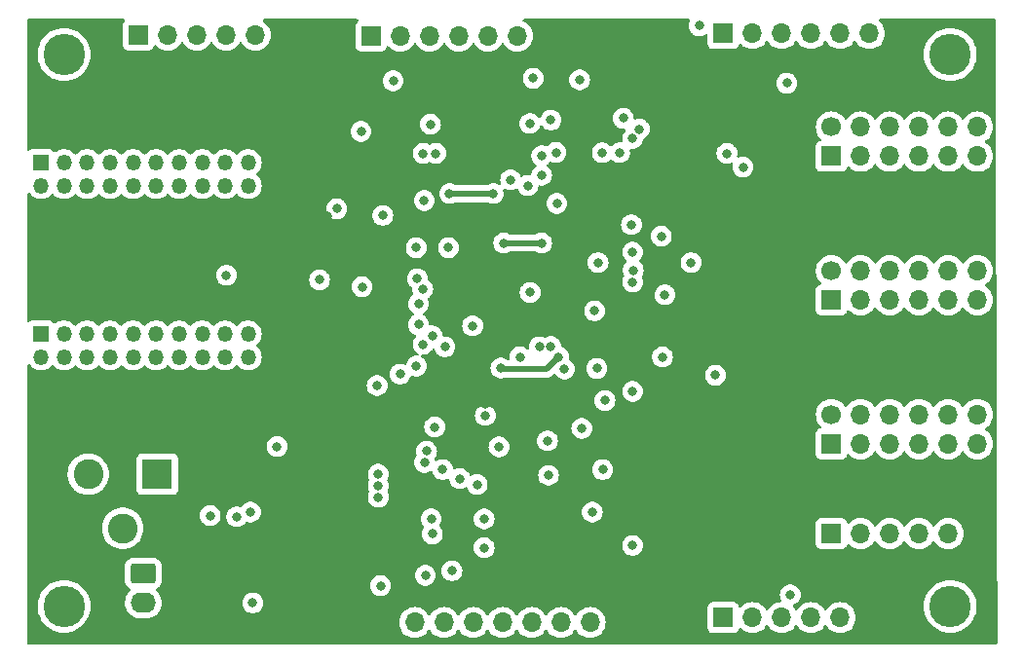
<source format=gbr>
%TF.GenerationSoftware,KiCad,Pcbnew,7.0.0*%
%TF.CreationDate,2023-03-27T16:14:07-06:00*%
%TF.ProjectId,FPGA_2,46504741-5f32-42e6-9b69-6361645f7063,rev?*%
%TF.SameCoordinates,Original*%
%TF.FileFunction,Copper,L3,Inr*%
%TF.FilePolarity,Positive*%
%FSLAX46Y46*%
G04 Gerber Fmt 4.6, Leading zero omitted, Abs format (unit mm)*
G04 Created by KiCad (PCBNEW 7.0.0) date 2023-03-27 16:14:07*
%MOMM*%
%LPD*%
G01*
G04 APERTURE LIST*
G04 Aperture macros list*
%AMRoundRect*
0 Rectangle with rounded corners*
0 $1 Rounding radius*
0 $2 $3 $4 $5 $6 $7 $8 $9 X,Y pos of 4 corners*
0 Add a 4 corners polygon primitive as box body*
4,1,4,$2,$3,$4,$5,$6,$7,$8,$9,$2,$3,0*
0 Add four circle primitives for the rounded corners*
1,1,$1+$1,$2,$3*
1,1,$1+$1,$4,$5*
1,1,$1+$1,$6,$7*
1,1,$1+$1,$8,$9*
0 Add four rect primitives between the rounded corners*
20,1,$1+$1,$2,$3,$4,$5,0*
20,1,$1+$1,$4,$5,$6,$7,0*
20,1,$1+$1,$6,$7,$8,$9,0*
20,1,$1+$1,$8,$9,$2,$3,0*%
G04 Aperture macros list end*
%TA.AperFunction,ComponentPad*%
%ADD10R,2.600000X2.600000*%
%TD*%
%TA.AperFunction,ComponentPad*%
%ADD11C,2.600000*%
%TD*%
%TA.AperFunction,ComponentPad*%
%ADD12R,1.700000X1.700000*%
%TD*%
%TA.AperFunction,ComponentPad*%
%ADD13O,1.700000X1.700000*%
%TD*%
%TA.AperFunction,ComponentPad*%
%ADD14C,1.700000*%
%TD*%
%TA.AperFunction,ComponentPad*%
%ADD15R,1.350000X1.350000*%
%TD*%
%TA.AperFunction,ComponentPad*%
%ADD16O,1.350000X1.350000*%
%TD*%
%TA.AperFunction,ComponentPad*%
%ADD17RoundRect,0.250000X-0.845000X0.620000X-0.845000X-0.620000X0.845000X-0.620000X0.845000X0.620000X0*%
%TD*%
%TA.AperFunction,ComponentPad*%
%ADD18O,2.190000X1.740000*%
%TD*%
%TA.AperFunction,ComponentPad*%
%ADD19C,3.600000*%
%TD*%
%TA.AperFunction,ViaPad*%
%ADD20C,0.800000*%
%TD*%
%TA.AperFunction,Conductor*%
%ADD21C,0.500000*%
%TD*%
G04 APERTURE END LIST*
D10*
%TO.N,Net-(J14-Pin_1)*%
%TO.C,J10*%
X64375551Y-138049999D03*
D11*
%TO.N,Net-(J14-Pin_2)*%
X58375552Y-138050000D03*
%TO.N,N/C*%
X61375552Y-142750000D03*
%TD*%
D12*
%TO.N,Net-(J4-Pin_1)*%
%TO.C,J4*%
X122950551Y-110399999D03*
D13*
%TO.N,Net-(J4-Pin_2)*%
X125490551Y-110399999D03*
%TO.N,Net-(J4-Pin_3)*%
X128030551Y-110399999D03*
%TO.N,Net-(J4-Pin_4)*%
X130570551Y-110399999D03*
%TO.N,GND*%
X133110551Y-110399999D03*
%TO.N,/FPGA_B/VCio3D*%
X135650551Y-110399999D03*
D14*
%TO.N,Net-(J4-Pin_7)*%
X122950552Y-107860000D03*
D13*
%TO.N,Net-(J4-Pin_8)*%
X125490551Y-107859999D03*
%TO.N,Net-(J4-Pin_9)*%
X128030551Y-107859999D03*
%TO.N,Net-(J4-Pin_10)*%
X130570551Y-107859999D03*
%TO.N,GND*%
X133110551Y-107859999D03*
%TO.N,/FPGA_B/VCio3D*%
X135650551Y-107859999D03*
%TD*%
D12*
%TO.N,Net-(J11-Pin_1)*%
%TO.C,J11*%
X122950551Y-143224999D03*
D13*
%TO.N,Net-(J11-Pin_2)*%
X125490551Y-143224999D03*
%TO.N,Net-(J11-Pin_3)*%
X128030551Y-143224999D03*
%TO.N,Net-(J11-Pin_4)*%
X130570551Y-143224999D03*
%TO.N,GND*%
X133110551Y-143224999D03*
%TO.N,+3.3V*%
X135650551Y-143224999D03*
%TD*%
D12*
%TO.N,Net-(J9-Pin_1)*%
%TO.C,J9*%
X122950551Y-135399999D03*
D13*
%TO.N,Net-(J9-Pin_2)*%
X125490551Y-135399999D03*
%TO.N,Net-(J9-Pin_3)*%
X128030551Y-135399999D03*
%TO.N,Net-(J9-Pin_4)*%
X130570551Y-135399999D03*
%TO.N,GND*%
X133110551Y-135399999D03*
%TO.N,/FPGA_B/VCio1E*%
X135650551Y-135399999D03*
D14*
%TO.N,Net-(J9-Pin_7)*%
X122950552Y-132860000D03*
D13*
%TO.N,Net-(J9-Pin_8)*%
X125490551Y-132859999D03*
%TO.N,Net-(J9-Pin_9)*%
X128030551Y-132859999D03*
%TO.N,Net-(J9-Pin_10)*%
X130570551Y-132859999D03*
%TO.N,GND*%
X133110551Y-132859999D03*
%TO.N,/FPGA_B/VCio1E*%
X135650551Y-132859999D03*
%TD*%
D15*
%TO.N,Net-(J8-Pin_1)*%
%TO.C,J8*%
X54275551Y-125849999D03*
D16*
%TO.N,Net-(J8-Pin_2)*%
X54275551Y-127849999D03*
%TO.N,GND*%
X56275551Y-125849999D03*
%TO.N,/FPGA_B/TXP00*%
X56275551Y-127849999D03*
%TO.N,/FPGA_B/TXN00*%
X58275551Y-125849999D03*
%TO.N,/FPGA_B/VCio4B*%
X58275551Y-127849999D03*
%TO.N,/FPGA_B/TXN02*%
X60275551Y-125849999D03*
%TO.N,/FPGA_B/TXP02*%
X60275551Y-127849999D03*
%TO.N,GND*%
X62275551Y-125849999D03*
%TO.N,/FPGA_B/TXP04*%
X62275551Y-127849999D03*
%TO.N,/FPGA_B/TXN04*%
X64275551Y-125849999D03*
%TO.N,/FPGA_B/VCio4B*%
X64275551Y-127849999D03*
%TO.N,/FPGA_B/TXN06*%
X66275551Y-125849999D03*
%TO.N,/FPGA_B/TXP06*%
X66275551Y-127849999D03*
%TO.N,GND*%
X68275551Y-125849999D03*
%TO.N,/FPGA_B/TXP09*%
X68275551Y-127849999D03*
%TO.N,/FPGA_B/TXN09*%
X70275551Y-125849999D03*
%TO.N,/FPGA_B/VCio4B*%
X70275551Y-127849999D03*
%TO.N,/FPGA_B/TXN11*%
X72275551Y-125849999D03*
%TO.N,/FPGA_B/TXP11*%
X72275551Y-127849999D03*
%TD*%
D12*
%TO.N,+3.3V*%
%TO.C,J13*%
X84200551Y-150949999D03*
D13*
%TO.N,/FPGA_A/~{CRESET}*%
X86740551Y-150949999D03*
%TO.N,/FPGA_A/CDONE*%
X89280551Y-150949999D03*
%TO.N,/FPGA_A/SPI_SS*%
X91820551Y-150949999D03*
%TO.N,/FPGA_A/SPI_SCLK*%
X94360551Y-150949999D03*
%TO.N,/FPGA_A/SPI_MOSI*%
X96900551Y-150949999D03*
%TO.N,/FPGA_A/SPI_MISO*%
X99440551Y-150949999D03*
%TO.N,GND*%
X101980551Y-150949999D03*
%TD*%
D12*
%TO.N,Net-(J1-Pin_1)*%
%TO.C,J1*%
X113550551Y-99724999D03*
D13*
%TO.N,Net-(J1-Pin_2)*%
X116090551Y-99724999D03*
%TO.N,Net-(J1-Pin_3)*%
X118630551Y-99724999D03*
%TO.N,Net-(J1-Pin_4)*%
X121170551Y-99724999D03*
%TO.N,GND*%
X123710551Y-99724999D03*
%TO.N,/FPGA_B/VCio3D*%
X126250551Y-99724999D03*
%TD*%
D17*
%TO.N,Net-(J14-Pin_1)*%
%TO.C,J14*%
X63155552Y-146680000D03*
D18*
%TO.N,Net-(J14-Pin_2)*%
X63155551Y-149219999D03*
%TD*%
D12*
%TO.N,Net-(J12-Pin_1)*%
%TO.C,J12*%
X113550551Y-150524999D03*
D13*
%TO.N,Net-(J12-Pin_2)*%
X116090551Y-150524999D03*
%TO.N,Net-(J12-Pin_3)*%
X118630551Y-150524999D03*
%TO.N,Net-(J12-Pin_4)*%
X121170551Y-150524999D03*
%TO.N,GND*%
X123710551Y-150524999D03*
%TO.N,+3.3V*%
X126250551Y-150524999D03*
%TD*%
D19*
%TO.N,GND*%
%TO.C,H2*%
X133275552Y-101550000D03*
%TD*%
%TO.N,GND*%
%TO.C,H4*%
X133275552Y-149550000D03*
%TD*%
D12*
%TO.N,/FPGA_A/CTS*%
%TO.C,J2*%
X62735551Y-99849999D03*
D13*
%TO.N,/FPGA_A/TxD*%
X65275551Y-99849999D03*
%TO.N,/FPGA_A/RxD*%
X67815551Y-99849999D03*
%TO.N,/FPGA_A/RTS*%
X70355551Y-99849999D03*
%TO.N,GND*%
X72895551Y-99849999D03*
%TO.N,+3.3V*%
X75435551Y-99849999D03*
%TD*%
D12*
%TO.N,Net-(J3-Pin_1)*%
%TO.C,J3*%
X82950551Y-99924999D03*
D13*
%TO.N,Net-(J3-Pin_2)*%
X85490551Y-99924999D03*
%TO.N,Net-(J3-Pin_3)*%
X88030551Y-99924999D03*
%TO.N,Net-(J3-Pin_4)*%
X90570551Y-99924999D03*
%TO.N,GND*%
X93110551Y-99924999D03*
%TO.N,/FPGA_B/VCio3D*%
X95650551Y-99924999D03*
%TD*%
D19*
%TO.N,GND*%
%TO.C,H3*%
X56275552Y-149550000D03*
%TD*%
D12*
%TO.N,Net-(J7-Pin_1)*%
%TO.C,J7*%
X122950551Y-122899999D03*
D13*
%TO.N,Net-(J7-Pin_2)*%
X125490551Y-122899999D03*
%TO.N,Net-(J7-Pin_3)*%
X128030551Y-122899999D03*
%TO.N,Net-(J7-Pin_4)*%
X130570551Y-122899999D03*
%TO.N,GND*%
X133110551Y-122899999D03*
%TO.N,/FPGA_B/VCio3A*%
X135650551Y-122899999D03*
D14*
%TO.N,Net-(J7-Pin_7)*%
X122950552Y-120360000D03*
D13*
%TO.N,Net-(J7-Pin_8)*%
X125490551Y-120359999D03*
%TO.N,Net-(J7-Pin_9)*%
X128030551Y-120359999D03*
%TO.N,Net-(J7-Pin_10)*%
X130570551Y-120359999D03*
%TO.N,GND*%
X133110551Y-120359999D03*
%TO.N,/FPGA_B/VCio3A*%
X135650551Y-120359999D03*
%TD*%
D19*
%TO.N,GND*%
%TO.C,H1*%
X56275552Y-101550000D03*
%TD*%
D15*
%TO.N,/FPGA_B/RXN00*%
%TO.C,J5*%
X54275551Y-110949999D03*
D16*
%TO.N,/FPGA_B/RXP00*%
X54275551Y-112949999D03*
%TO.N,GND*%
X56275551Y-110949999D03*
%TO.N,/FPGA_B/RXP02*%
X56275551Y-112949999D03*
%TO.N,/FPGA_B/RXN02*%
X58275551Y-110949999D03*
%TO.N,/FPGA_B/VCio4A*%
X58275551Y-112949999D03*
%TO.N,/FPGA_B/RXN03*%
X60275551Y-110949999D03*
%TO.N,/FPGA_B/RXP03*%
X60275551Y-112949999D03*
%TO.N,GND*%
X62275551Y-110949999D03*
%TO.N,/FPGA_B/RXP07*%
X62275551Y-112949999D03*
%TO.N,/FPGA_B/RXN07*%
X64275551Y-110949999D03*
%TO.N,/FPGA_B/VCio4A*%
X64275551Y-112949999D03*
%TO.N,/FPGA_B/RXN10*%
X66275551Y-110949999D03*
%TO.N,/FPGA_B/RXP10*%
X66275551Y-112949999D03*
%TO.N,GND*%
X68275551Y-110949999D03*
%TO.N,/FPGA_B/RXP12*%
X68275551Y-112949999D03*
%TO.N,/FPGA_B/RXN12*%
X70275551Y-110949999D03*
%TO.N,/FPGA_B/VCio4A*%
X70275551Y-112949999D03*
%TO.N,/FPGA_B/CLKN0*%
X72275551Y-110949999D03*
%TO.N,/FPGA_B/CLKP0*%
X72275551Y-112949999D03*
%TD*%
D20*
%TO.N,/FPGA_A/VCCIO1B*%
X95875552Y-127850000D03*
%TO.N,+3.3V*%
X78975552Y-125750000D03*
X79175552Y-115625499D03*
X76275552Y-123450000D03*
X84275552Y-135050000D03*
X57175552Y-118750000D03*
X95019607Y-110078530D03*
X112275552Y-107950000D03*
X97375552Y-120750000D03*
X86475552Y-104550000D03*
X99366006Y-134150000D03*
X92375552Y-140650000D03*
X111063052Y-131137500D03*
X100463459Y-122948519D03*
X89275552Y-123250000D03*
X73375552Y-121550000D03*
X94775552Y-124750000D03*
X98932245Y-103906693D03*
X92875552Y-131950000D03*
X87175552Y-132950000D03*
X111875552Y-117250000D03*
X93975552Y-137950000D03*
%TO.N,Net-(J14-Pin_1)*%
X71275552Y-141750000D03*
%TO.N,GND*%
X79975552Y-114974501D03*
X87075552Y-125050000D03*
X119375552Y-148550000D03*
X111475552Y-99050000D03*
X108475552Y-122450000D03*
X82175552Y-121750000D03*
X96775552Y-122250000D03*
X105675552Y-144250000D03*
X87435997Y-121937128D03*
X74775552Y-135650000D03*
X102175552Y-141350000D03*
X91775552Y-125150000D03*
X82075552Y-108250000D03*
X83775552Y-147750000D03*
X70375552Y-120750000D03*
X97775552Y-110350000D03*
X105675552Y-130850000D03*
X112875552Y-129450000D03*
X87575552Y-114250000D03*
X105575552Y-116350000D03*
X92175552Y-138950000D03*
X110750552Y-119650000D03*
X87675552Y-146850000D03*
X103275552Y-131650000D03*
X103045852Y-110089600D03*
X102375552Y-123850000D03*
X84875552Y-103850000D03*
X85475552Y-129350000D03*
X97042445Y-103616893D03*
X101265506Y-134073740D03*
X89675552Y-118350000D03*
X119075552Y-104050000D03*
X102675552Y-119650000D03*
X101075552Y-103750000D03*
X98275552Y-135150000D03*
X92875552Y-132950000D03*
X95075552Y-112450000D03*
X105675552Y-108850000D03*
X99100000Y-114500000D03*
X78475552Y-121150000D03*
%TO.N,/FPGA_B/VCCIO3B*%
X98575552Y-107250000D03*
%TO.N,/FPGA_A/VCVIO1C*%
X103075552Y-137650000D03*
X98375552Y-138150000D03*
X99750052Y-128905989D03*
%TO.N,Net-(J14-Pin_2)*%
X68975552Y-141650000D03*
X72675552Y-149250000D03*
X72475552Y-141350000D03*
%TO.N,/FPGA_A/SPI_DQ3*%
X88275552Y-143250000D03*
X90663503Y-138437451D03*
X94069001Y-135681150D03*
%TO.N,/FPGA_A/SPI_DQ2*%
X92775552Y-141950000D03*
%TO.N,/FPGA_A/~{CRESET}*%
X83475552Y-130350000D03*
%TO.N,Net-(D101-A)*%
X83575552Y-139050000D03*
X83575552Y-140050000D03*
X83575552Y-138050000D03*
%TO.N,/FPGA_B/VCio4A*%
X83975552Y-115550000D03*
%TO.N,/FPGA_B/VCio1E*%
X108275552Y-127850000D03*
%TO.N,/FPGA_B/VCio3A*%
X108175552Y-117350000D03*
%TO.N,/FPGA_B/VCio3D*%
X96575552Y-112950000D03*
X96750052Y-107550000D03*
%TO.N,+1V2*%
X94475552Y-117950000D03*
X105675552Y-121350000D03*
X99250052Y-127850000D03*
X86875552Y-118350000D03*
X99025354Y-110073923D03*
X104545852Y-110089600D03*
X105735952Y-120320300D03*
X97775552Y-117950000D03*
X94227481Y-128820694D03*
X93575552Y-113650000D03*
X89775552Y-113650000D03*
X87075552Y-123250000D03*
X87475552Y-110150000D03*
X105675552Y-118750000D03*
%TO.N,Net-(D1-K)*%
X104875552Y-107100500D03*
%TO.N,Net-(D2-K)*%
X106256501Y-108036671D03*
%TO.N,Net-(D3-K)*%
X97775552Y-112050000D03*
%TO.N,/FPGA_A/SPI_SS*%
X87600052Y-137033972D03*
%TO.N,/FPGA_A/CDONE*%
X88475552Y-133950000D03*
%TO.N,/FPGA_A/SPI_SCLK*%
X89175552Y-137650000D03*
%TO.N,/FPGA_A/SPI_MOSI*%
X92775552Y-144450000D03*
%TO.N,/FPGA_A/SPI_MISO*%
X88175552Y-141950000D03*
X89975552Y-146450000D03*
%TO.N,Net-(D4-K)*%
X102575552Y-128850000D03*
%TO.N,/FPGA_B/VCio4B*%
X86975552Y-121050000D03*
%TO.N,/FPGA_A/TMS*%
X88275552Y-126021101D03*
%TO.N,/FPGA_A/TCK*%
X87475552Y-126745601D03*
%TO.N,Net-(U101H-GPIOR_158_TEST_N)*%
X88113253Y-107612299D03*
%TO.N,Net-(U101H-GPIOR_157_PLLIN)*%
X88575552Y-110150000D03*
%TO.N,Net-(U101B-GPIOL_24_CLK0)*%
X97575552Y-126975305D03*
%TO.N,Net-(U101B-GPIOL_25_CLK1)*%
X98575552Y-126950000D03*
%TO.N,Net-(U101A-GPIOL_04_CSI)*%
X87775552Y-136050000D03*
%TO.N,/FPGA_A/TDI*%
X86888717Y-128656034D03*
%TO.N,/FPGA_A/TDO*%
X89368751Y-126977805D03*
%TO.N,Net-(J11-Pin_3)*%
X113875552Y-110150000D03*
%TO.N,Net-(J11-Pin_4)*%
X115275552Y-111350000D03*
%TD*%
D21*
%TO.N,+1V2*%
X89775552Y-113650000D02*
X93575552Y-113650000D01*
X98194063Y-128905989D02*
X94312776Y-128905989D01*
X99250052Y-127850000D02*
X98194063Y-128905989D01*
X94475552Y-117950000D02*
X97775552Y-117950000D01*
%TD*%
%TA.AperFunction,Conductor*%
%TO.N,+3.3V*%
G36*
X61489147Y-98469005D02*
G01*
X61534864Y-98518996D01*
X61547486Y-98585553D01*
X61523247Y-98648811D01*
X61447071Y-98750568D01*
X61447068Y-98750572D01*
X61441756Y-98757669D01*
X61438656Y-98765978D01*
X61438656Y-98765980D01*
X61394172Y-98885247D01*
X61394171Y-98885250D01*
X61391461Y-98892517D01*
X61390631Y-98900227D01*
X61390631Y-98900232D01*
X61385407Y-98948819D01*
X61385406Y-98948831D01*
X61385052Y-98952127D01*
X61385052Y-98955448D01*
X61385052Y-98955449D01*
X61385052Y-100744560D01*
X61385052Y-100744578D01*
X61385053Y-100747872D01*
X61385405Y-100751150D01*
X61385406Y-100751161D01*
X61390631Y-100799768D01*
X61390632Y-100799773D01*
X61391461Y-100807483D01*
X61394171Y-100814749D01*
X61394172Y-100814753D01*
X61419434Y-100882483D01*
X61441756Y-100942331D01*
X61447070Y-100949430D01*
X61447071Y-100949431D01*
X61502919Y-101024035D01*
X61528006Y-101057546D01*
X61643221Y-101143796D01*
X61778069Y-101194091D01*
X61837679Y-101200500D01*
X63633424Y-101200499D01*
X63693035Y-101194091D01*
X63827883Y-101143796D01*
X63943098Y-101057546D01*
X64029348Y-100942331D01*
X64078362Y-100810916D01*
X64113341Y-100760537D01*
X64168186Y-100733084D01*
X64229479Y-100735273D01*
X64282225Y-100766569D01*
X64404151Y-100888495D01*
X64408583Y-100891598D01*
X64408585Y-100891600D01*
X64491224Y-100949464D01*
X64597722Y-101024035D01*
X64811889Y-101123903D01*
X64817119Y-101125304D01*
X64817121Y-101125305D01*
X64859171Y-101136572D01*
X65040144Y-101185063D01*
X65275552Y-101205659D01*
X65510960Y-101185063D01*
X65739215Y-101123903D01*
X65953382Y-101024035D01*
X66146953Y-100888495D01*
X66314047Y-100721401D01*
X66393393Y-100608084D01*
X66443977Y-100535842D01*
X66488295Y-100496976D01*
X66545552Y-100482965D01*
X66602809Y-100496976D01*
X66647127Y-100535842D01*
X66773947Y-100716961D01*
X66773953Y-100716968D01*
X66777057Y-100721401D01*
X66944151Y-100888495D01*
X66948583Y-100891598D01*
X66948585Y-100891600D01*
X67031224Y-100949464D01*
X67137722Y-101024035D01*
X67351889Y-101123903D01*
X67357119Y-101125304D01*
X67357121Y-101125305D01*
X67399171Y-101136572D01*
X67580144Y-101185063D01*
X67815552Y-101205659D01*
X68050960Y-101185063D01*
X68279215Y-101123903D01*
X68493382Y-101024035D01*
X68686953Y-100888495D01*
X68854047Y-100721401D01*
X68933393Y-100608084D01*
X68983977Y-100535842D01*
X69028295Y-100496976D01*
X69085552Y-100482965D01*
X69142809Y-100496976D01*
X69187127Y-100535842D01*
X69313947Y-100716961D01*
X69313953Y-100716968D01*
X69317057Y-100721401D01*
X69484151Y-100888495D01*
X69488583Y-100891598D01*
X69488585Y-100891600D01*
X69571224Y-100949464D01*
X69677722Y-101024035D01*
X69891889Y-101123903D01*
X69897119Y-101125304D01*
X69897121Y-101125305D01*
X69939171Y-101136572D01*
X70120144Y-101185063D01*
X70355552Y-101205659D01*
X70590960Y-101185063D01*
X70819215Y-101123903D01*
X71033382Y-101024035D01*
X71226953Y-100888495D01*
X71394047Y-100721401D01*
X71473393Y-100608084D01*
X71523977Y-100535842D01*
X71568295Y-100496976D01*
X71625552Y-100482965D01*
X71682809Y-100496976D01*
X71727127Y-100535842D01*
X71853947Y-100716961D01*
X71853953Y-100716968D01*
X71857057Y-100721401D01*
X72024151Y-100888495D01*
X72028583Y-100891598D01*
X72028585Y-100891600D01*
X72111224Y-100949464D01*
X72217722Y-101024035D01*
X72431889Y-101123903D01*
X72437119Y-101125304D01*
X72437121Y-101125305D01*
X72479171Y-101136572D01*
X72660144Y-101185063D01*
X72895552Y-101205659D01*
X73130960Y-101185063D01*
X73359215Y-101123903D01*
X73573382Y-101024035D01*
X73766953Y-100888495D01*
X73934047Y-100721401D01*
X74069587Y-100527830D01*
X74169455Y-100313663D01*
X74230615Y-100085408D01*
X74251211Y-99850000D01*
X74230615Y-99614592D01*
X74169455Y-99386337D01*
X74069587Y-99172171D01*
X73934047Y-98978599D01*
X73766953Y-98811505D01*
X73762520Y-98808401D01*
X73762513Y-98808395D01*
X73573540Y-98676075D01*
X73533213Y-98628858D01*
X73520833Y-98568010D01*
X73539505Y-98508790D01*
X73584547Y-98466047D01*
X73644663Y-98450500D01*
X81727053Y-98450500D01*
X81786480Y-98465668D01*
X81831368Y-98507460D01*
X81850737Y-98565653D01*
X81839848Y-98626011D01*
X81801364Y-98673767D01*
X81750102Y-98712141D01*
X81750098Y-98712144D01*
X81743006Y-98717454D01*
X81737696Y-98724546D01*
X81737693Y-98724550D01*
X81662071Y-98825568D01*
X81662068Y-98825572D01*
X81656756Y-98832669D01*
X81653656Y-98840978D01*
X81653656Y-98840980D01*
X81609172Y-98960247D01*
X81609171Y-98960250D01*
X81606461Y-98967517D01*
X81605631Y-98975227D01*
X81605631Y-98975232D01*
X81600407Y-99023819D01*
X81600406Y-99023831D01*
X81600052Y-99027127D01*
X81600052Y-99030448D01*
X81600052Y-99030449D01*
X81600052Y-100819560D01*
X81600052Y-100819578D01*
X81600053Y-100822872D01*
X81600405Y-100826150D01*
X81600406Y-100826161D01*
X81605631Y-100874768D01*
X81605632Y-100874773D01*
X81606461Y-100882483D01*
X81609171Y-100889749D01*
X81609172Y-100889753D01*
X81628783Y-100942331D01*
X81656756Y-101017331D01*
X81662070Y-101024430D01*
X81662071Y-101024431D01*
X81734821Y-101121613D01*
X81743006Y-101132546D01*
X81858221Y-101218796D01*
X81993069Y-101269091D01*
X82052679Y-101275500D01*
X83848424Y-101275499D01*
X83908035Y-101269091D01*
X84042883Y-101218796D01*
X84158098Y-101132546D01*
X84244348Y-101017331D01*
X84293362Y-100885916D01*
X84328341Y-100835537D01*
X84383186Y-100808084D01*
X84444479Y-100810273D01*
X84497225Y-100841569D01*
X84619151Y-100963495D01*
X84623583Y-100966598D01*
X84623585Y-100966600D01*
X84708876Y-101026321D01*
X84812722Y-101099035D01*
X84817622Y-101101320D01*
X84817624Y-101101321D01*
X84866051Y-101123903D01*
X85026889Y-101198903D01*
X85255144Y-101260063D01*
X85490552Y-101280659D01*
X85725960Y-101260063D01*
X85954215Y-101198903D01*
X86168382Y-101099035D01*
X86361953Y-100963495D01*
X86529047Y-100796401D01*
X86658978Y-100610839D01*
X86703294Y-100571976D01*
X86760551Y-100557965D01*
X86817808Y-100571976D01*
X86862126Y-100610841D01*
X86988951Y-100791966D01*
X86988954Y-100791970D01*
X86992057Y-100796401D01*
X87159151Y-100963495D01*
X87163583Y-100966598D01*
X87163585Y-100966600D01*
X87248876Y-101026321D01*
X87352722Y-101099035D01*
X87357622Y-101101320D01*
X87357624Y-101101321D01*
X87406051Y-101123903D01*
X87566889Y-101198903D01*
X87795144Y-101260063D01*
X88030552Y-101280659D01*
X88265960Y-101260063D01*
X88494215Y-101198903D01*
X88708382Y-101099035D01*
X88901953Y-100963495D01*
X89069047Y-100796401D01*
X89198978Y-100610839D01*
X89243294Y-100571976D01*
X89300551Y-100557965D01*
X89357808Y-100571976D01*
X89402126Y-100610841D01*
X89528951Y-100791966D01*
X89528954Y-100791970D01*
X89532057Y-100796401D01*
X89699151Y-100963495D01*
X89703583Y-100966598D01*
X89703585Y-100966600D01*
X89788876Y-101026321D01*
X89892722Y-101099035D01*
X89897622Y-101101320D01*
X89897624Y-101101321D01*
X89946051Y-101123903D01*
X90106889Y-101198903D01*
X90335144Y-101260063D01*
X90570552Y-101280659D01*
X90805960Y-101260063D01*
X91034215Y-101198903D01*
X91248382Y-101099035D01*
X91441953Y-100963495D01*
X91609047Y-100796401D01*
X91738978Y-100610839D01*
X91783294Y-100571976D01*
X91840551Y-100557965D01*
X91897808Y-100571976D01*
X91942126Y-100610841D01*
X92068951Y-100791966D01*
X92068954Y-100791970D01*
X92072057Y-100796401D01*
X92239151Y-100963495D01*
X92243583Y-100966598D01*
X92243585Y-100966600D01*
X92328876Y-101026321D01*
X92432722Y-101099035D01*
X92437622Y-101101320D01*
X92437624Y-101101321D01*
X92486051Y-101123903D01*
X92646889Y-101198903D01*
X92875144Y-101260063D01*
X93110552Y-101280659D01*
X93345960Y-101260063D01*
X93574215Y-101198903D01*
X93788382Y-101099035D01*
X93981953Y-100963495D01*
X94149047Y-100796401D01*
X94278978Y-100610839D01*
X94323294Y-100571976D01*
X94380551Y-100557965D01*
X94437808Y-100571976D01*
X94482126Y-100610841D01*
X94608951Y-100791966D01*
X94608954Y-100791970D01*
X94612057Y-100796401D01*
X94779151Y-100963495D01*
X94783583Y-100966598D01*
X94783585Y-100966600D01*
X94868876Y-101026321D01*
X94972722Y-101099035D01*
X94977622Y-101101320D01*
X94977624Y-101101321D01*
X95026051Y-101123903D01*
X95186889Y-101198903D01*
X95415144Y-101260063D01*
X95650552Y-101280659D01*
X95885960Y-101260063D01*
X96114215Y-101198903D01*
X96328382Y-101099035D01*
X96521953Y-100963495D01*
X96689047Y-100796401D01*
X96824587Y-100602830D01*
X96924455Y-100388663D01*
X96985615Y-100160408D01*
X97006211Y-99925000D01*
X96985615Y-99689592D01*
X96924455Y-99461337D01*
X96824587Y-99247171D01*
X96689047Y-99053599D01*
X96521953Y-98886505D01*
X96517522Y-98883402D01*
X96517518Y-98883399D01*
X96332811Y-98754066D01*
X96332809Y-98754064D01*
X96328382Y-98750965D01*
X96323485Y-98748681D01*
X96323479Y-98748678D01*
X96190956Y-98686882D01*
X96140560Y-98643840D01*
X96119531Y-98580990D01*
X96133876Y-98516285D01*
X96179496Y-98468211D01*
X96243361Y-98450500D01*
X110567091Y-98450500D01*
X110629091Y-98467113D01*
X110674478Y-98512500D01*
X110691091Y-98574499D01*
X110674479Y-98636498D01*
X110648373Y-98681716D01*
X110646367Y-98687888D01*
X110646365Y-98687894D01*
X110591885Y-98855564D01*
X110591883Y-98855573D01*
X110589878Y-98861744D01*
X110589200Y-98868194D01*
X110589198Y-98868204D01*
X110577130Y-98983034D01*
X110570092Y-99050000D01*
X110570771Y-99056460D01*
X110589198Y-99231795D01*
X110589199Y-99231803D01*
X110589878Y-99238256D01*
X110591883Y-99244428D01*
X110591885Y-99244435D01*
X110646365Y-99412105D01*
X110648373Y-99418284D01*
X110651620Y-99423908D01*
X110651621Y-99423910D01*
X110726401Y-99553434D01*
X110743019Y-99582216D01*
X110747363Y-99587041D01*
X110747365Y-99587043D01*
X110839701Y-99689592D01*
X110869681Y-99722888D01*
X110874939Y-99726708D01*
X110874940Y-99726709D01*
X110915866Y-99756443D01*
X111022822Y-99834151D01*
X111195749Y-99911144D01*
X111380906Y-99950500D01*
X111563695Y-99950500D01*
X111570198Y-99950500D01*
X111755355Y-99911144D01*
X111928282Y-99834151D01*
X112003171Y-99779741D01*
X112066322Y-99756443D01*
X112132346Y-99769576D01*
X112181779Y-99815271D01*
X112200052Y-99880061D01*
X112200052Y-100619560D01*
X112200052Y-100619578D01*
X112200053Y-100622872D01*
X112200405Y-100626150D01*
X112200406Y-100626161D01*
X112205631Y-100674768D01*
X112205632Y-100674773D01*
X112206461Y-100682483D01*
X112209171Y-100689749D01*
X112209172Y-100689753D01*
X112219320Y-100716961D01*
X112256756Y-100817331D01*
X112262070Y-100824430D01*
X112262071Y-100824431D01*
X112317919Y-100899035D01*
X112343006Y-100932546D01*
X112458221Y-101018796D01*
X112593069Y-101069091D01*
X112652679Y-101075500D01*
X114448424Y-101075499D01*
X114508035Y-101069091D01*
X114642883Y-101018796D01*
X114758098Y-100932546D01*
X114844348Y-100817331D01*
X114893362Y-100685916D01*
X114928341Y-100635537D01*
X114983186Y-100608084D01*
X115044479Y-100610273D01*
X115097225Y-100641569D01*
X115219151Y-100763495D01*
X115223583Y-100766598D01*
X115223585Y-100766600D01*
X115330652Y-100841569D01*
X115412722Y-100899035D01*
X115626889Y-100998903D01*
X115855144Y-101060063D01*
X116090552Y-101080659D01*
X116325960Y-101060063D01*
X116554215Y-100998903D01*
X116768382Y-100899035D01*
X116961953Y-100763495D01*
X117129047Y-100596401D01*
X117258978Y-100410839D01*
X117303294Y-100371976D01*
X117360551Y-100357965D01*
X117417808Y-100371976D01*
X117462126Y-100410841D01*
X117588951Y-100591966D01*
X117588954Y-100591970D01*
X117592057Y-100596401D01*
X117759151Y-100763495D01*
X117763583Y-100766598D01*
X117763585Y-100766600D01*
X117870652Y-100841569D01*
X117952722Y-100899035D01*
X118166889Y-100998903D01*
X118395144Y-101060063D01*
X118630552Y-101080659D01*
X118865960Y-101060063D01*
X119094215Y-100998903D01*
X119308382Y-100899035D01*
X119501953Y-100763495D01*
X119669047Y-100596401D01*
X119798978Y-100410839D01*
X119843294Y-100371976D01*
X119900551Y-100357965D01*
X119957808Y-100371976D01*
X120002126Y-100410841D01*
X120128951Y-100591966D01*
X120128954Y-100591970D01*
X120132057Y-100596401D01*
X120299151Y-100763495D01*
X120303583Y-100766598D01*
X120303585Y-100766600D01*
X120410652Y-100841569D01*
X120492722Y-100899035D01*
X120706889Y-100998903D01*
X120935144Y-101060063D01*
X121170552Y-101080659D01*
X121405960Y-101060063D01*
X121634215Y-100998903D01*
X121848382Y-100899035D01*
X122041953Y-100763495D01*
X122209047Y-100596401D01*
X122338978Y-100410839D01*
X122383294Y-100371976D01*
X122440551Y-100357965D01*
X122497808Y-100371976D01*
X122542126Y-100410841D01*
X122668951Y-100591966D01*
X122668954Y-100591970D01*
X122672057Y-100596401D01*
X122839151Y-100763495D01*
X122843583Y-100766598D01*
X122843585Y-100766600D01*
X122950652Y-100841569D01*
X123032722Y-100899035D01*
X123246889Y-100998903D01*
X123475144Y-101060063D01*
X123710552Y-101080659D01*
X123945960Y-101060063D01*
X124174215Y-100998903D01*
X124388382Y-100899035D01*
X124581953Y-100763495D01*
X124749047Y-100596401D01*
X124878978Y-100410839D01*
X124923294Y-100371976D01*
X124980551Y-100357965D01*
X125037808Y-100371976D01*
X125082126Y-100410841D01*
X125208951Y-100591966D01*
X125208954Y-100591970D01*
X125212057Y-100596401D01*
X125379151Y-100763495D01*
X125383583Y-100766598D01*
X125383585Y-100766600D01*
X125490652Y-100841569D01*
X125572722Y-100899035D01*
X125786889Y-100998903D01*
X126015144Y-101060063D01*
X126250552Y-101080659D01*
X126485960Y-101060063D01*
X126714215Y-100998903D01*
X126928382Y-100899035D01*
X127121953Y-100763495D01*
X127289047Y-100596401D01*
X127424587Y-100402830D01*
X127524455Y-100188663D01*
X127585615Y-99960408D01*
X127606211Y-99725000D01*
X127585615Y-99489592D01*
X127529546Y-99280337D01*
X127525857Y-99266569D01*
X127525856Y-99266567D01*
X127524455Y-99261337D01*
X127424587Y-99047171D01*
X127289047Y-98853599D01*
X127121953Y-98686505D01*
X127117524Y-98683404D01*
X127117516Y-98683397D01*
X127107059Y-98676076D01*
X127066731Y-98628859D01*
X127054351Y-98568011D01*
X127073023Y-98508791D01*
X127118064Y-98466047D01*
X127178181Y-98450500D01*
X137152001Y-98450500D01*
X137213936Y-98467075D01*
X137259313Y-98512370D01*
X137276001Y-98574275D01*
X137355305Y-142349769D01*
X137373303Y-152285063D01*
X137374101Y-152725275D01*
X137357563Y-152787370D01*
X137312166Y-152832850D01*
X137250101Y-152849500D01*
X53200052Y-152849500D01*
X53138052Y-152832887D01*
X53092665Y-152787500D01*
X53076052Y-152725500D01*
X53076052Y-149550000D01*
X53970116Y-149550000D01*
X53989839Y-149850920D01*
X53990629Y-149854891D01*
X53990630Y-149854899D01*
X54047879Y-150142707D01*
X54047881Y-150142714D01*
X54048672Y-150146691D01*
X54145607Y-150432252D01*
X54147402Y-150435893D01*
X54147403Y-150435894D01*
X54223535Y-150590276D01*
X54278986Y-150702718D01*
X54281237Y-150706087D01*
X54281240Y-150706092D01*
X54444214Y-150950000D01*
X54446527Y-150953461D01*
X54645363Y-151180189D01*
X54872091Y-151379025D01*
X55122834Y-151546566D01*
X55393300Y-151679945D01*
X55678861Y-151776880D01*
X55974632Y-151835713D01*
X56275552Y-151855436D01*
X56576472Y-151835713D01*
X56872243Y-151776880D01*
X57157804Y-151679945D01*
X57428270Y-151546566D01*
X57679013Y-151379025D01*
X57905741Y-151180189D01*
X58104577Y-150953461D01*
X58106890Y-150950000D01*
X85384893Y-150950000D01*
X85385365Y-150955395D01*
X85404765Y-151177140D01*
X85405489Y-151185408D01*
X85406888Y-151190630D01*
X85406889Y-151190634D01*
X85465246Y-151408430D01*
X85465249Y-151408438D01*
X85466649Y-151413663D01*
X85468937Y-151418570D01*
X85468938Y-151418572D01*
X85564230Y-151622927D01*
X85564233Y-151622933D01*
X85566517Y-151627830D01*
X85569616Y-151632257D01*
X85569618Y-151632259D01*
X85698951Y-151816966D01*
X85698954Y-151816970D01*
X85702057Y-151821401D01*
X85869151Y-151988495D01*
X86062722Y-152124035D01*
X86276889Y-152223903D01*
X86505144Y-152285063D01*
X86740552Y-152305659D01*
X86975960Y-152285063D01*
X87204215Y-152223903D01*
X87418382Y-152124035D01*
X87611953Y-151988495D01*
X87779047Y-151821401D01*
X87908978Y-151635839D01*
X87953294Y-151596976D01*
X88010551Y-151582965D01*
X88067808Y-151596976D01*
X88112126Y-151635841D01*
X88238951Y-151816966D01*
X88238954Y-151816970D01*
X88242057Y-151821401D01*
X88409151Y-151988495D01*
X88602722Y-152124035D01*
X88816889Y-152223903D01*
X89045144Y-152285063D01*
X89280552Y-152305659D01*
X89515960Y-152285063D01*
X89744215Y-152223903D01*
X89958382Y-152124035D01*
X90151953Y-151988495D01*
X90319047Y-151821401D01*
X90448978Y-151635839D01*
X90493294Y-151596976D01*
X90550551Y-151582965D01*
X90607808Y-151596976D01*
X90652126Y-151635841D01*
X90778951Y-151816966D01*
X90778954Y-151816970D01*
X90782057Y-151821401D01*
X90949151Y-151988495D01*
X91142722Y-152124035D01*
X91356889Y-152223903D01*
X91585144Y-152285063D01*
X91820552Y-152305659D01*
X92055960Y-152285063D01*
X92284215Y-152223903D01*
X92498382Y-152124035D01*
X92691953Y-151988495D01*
X92859047Y-151821401D01*
X92988978Y-151635839D01*
X93033294Y-151596976D01*
X93090551Y-151582965D01*
X93147808Y-151596976D01*
X93192126Y-151635841D01*
X93318951Y-151816966D01*
X93318954Y-151816970D01*
X93322057Y-151821401D01*
X93489151Y-151988495D01*
X93682722Y-152124035D01*
X93896889Y-152223903D01*
X94125144Y-152285063D01*
X94360552Y-152305659D01*
X94595960Y-152285063D01*
X94824215Y-152223903D01*
X95038382Y-152124035D01*
X95231953Y-151988495D01*
X95399047Y-151821401D01*
X95528978Y-151635839D01*
X95573294Y-151596976D01*
X95630551Y-151582965D01*
X95687808Y-151596976D01*
X95732126Y-151635841D01*
X95858951Y-151816966D01*
X95858954Y-151816970D01*
X95862057Y-151821401D01*
X96029151Y-151988495D01*
X96222722Y-152124035D01*
X96436889Y-152223903D01*
X96665144Y-152285063D01*
X96900552Y-152305659D01*
X97135960Y-152285063D01*
X97364215Y-152223903D01*
X97578382Y-152124035D01*
X97771953Y-151988495D01*
X97939047Y-151821401D01*
X98068978Y-151635839D01*
X98113294Y-151596976D01*
X98170551Y-151582965D01*
X98227808Y-151596976D01*
X98272126Y-151635841D01*
X98398951Y-151816966D01*
X98398954Y-151816970D01*
X98402057Y-151821401D01*
X98569151Y-151988495D01*
X98762722Y-152124035D01*
X98976889Y-152223903D01*
X99205144Y-152285063D01*
X99440552Y-152305659D01*
X99675960Y-152285063D01*
X99904215Y-152223903D01*
X100118382Y-152124035D01*
X100311953Y-151988495D01*
X100479047Y-151821401D01*
X100608978Y-151635839D01*
X100653294Y-151596976D01*
X100710551Y-151582965D01*
X100767808Y-151596976D01*
X100812126Y-151635841D01*
X100938951Y-151816966D01*
X100938954Y-151816970D01*
X100942057Y-151821401D01*
X101109151Y-151988495D01*
X101302722Y-152124035D01*
X101516889Y-152223903D01*
X101745144Y-152285063D01*
X101980552Y-152305659D01*
X102215960Y-152285063D01*
X102444215Y-152223903D01*
X102658382Y-152124035D01*
X102851953Y-151988495D01*
X103019047Y-151821401D01*
X103154587Y-151627830D01*
X103251697Y-151419578D01*
X112200052Y-151419578D01*
X112200053Y-151422872D01*
X112200405Y-151426150D01*
X112200406Y-151426161D01*
X112205631Y-151474768D01*
X112205632Y-151474773D01*
X112206461Y-151482483D01*
X112209171Y-151489749D01*
X112209172Y-151489753D01*
X112229521Y-151544311D01*
X112256756Y-151617331D01*
X112262070Y-151624430D01*
X112262071Y-151624431D01*
X112317919Y-151699035D01*
X112343006Y-151732546D01*
X112458221Y-151818796D01*
X112593069Y-151869091D01*
X112652679Y-151875500D01*
X114448424Y-151875499D01*
X114508035Y-151869091D01*
X114642883Y-151818796D01*
X114758098Y-151732546D01*
X114844348Y-151617331D01*
X114893362Y-151485916D01*
X114928341Y-151435537D01*
X114983186Y-151408084D01*
X115044479Y-151410273D01*
X115097225Y-151441569D01*
X115219151Y-151563495D01*
X115223583Y-151566598D01*
X115223585Y-151566600D01*
X115311031Y-151627830D01*
X115412722Y-151699035D01*
X115626889Y-151798903D01*
X115855144Y-151860063D01*
X116090552Y-151880659D01*
X116325960Y-151860063D01*
X116554215Y-151798903D01*
X116768382Y-151699035D01*
X116961953Y-151563495D01*
X117129047Y-151396401D01*
X117258976Y-151210842D01*
X117303295Y-151171976D01*
X117360552Y-151157965D01*
X117417809Y-151171976D01*
X117462127Y-151210842D01*
X117588947Y-151391961D01*
X117588953Y-151391968D01*
X117592057Y-151396401D01*
X117759151Y-151563495D01*
X117763583Y-151566598D01*
X117763585Y-151566600D01*
X117851031Y-151627830D01*
X117952722Y-151699035D01*
X118166889Y-151798903D01*
X118395144Y-151860063D01*
X118630552Y-151880659D01*
X118865960Y-151860063D01*
X119094215Y-151798903D01*
X119308382Y-151699035D01*
X119501953Y-151563495D01*
X119669047Y-151396401D01*
X119798976Y-151210842D01*
X119843295Y-151171976D01*
X119900552Y-151157965D01*
X119957809Y-151171976D01*
X120002127Y-151210842D01*
X120128947Y-151391961D01*
X120128953Y-151391968D01*
X120132057Y-151396401D01*
X120299151Y-151563495D01*
X120303583Y-151566598D01*
X120303585Y-151566600D01*
X120391031Y-151627830D01*
X120492722Y-151699035D01*
X120706889Y-151798903D01*
X120935144Y-151860063D01*
X121170552Y-151880659D01*
X121405960Y-151860063D01*
X121634215Y-151798903D01*
X121848382Y-151699035D01*
X122041953Y-151563495D01*
X122209047Y-151396401D01*
X122338976Y-151210842D01*
X122383295Y-151171976D01*
X122440552Y-151157965D01*
X122497809Y-151171976D01*
X122542127Y-151210842D01*
X122668947Y-151391961D01*
X122668953Y-151391968D01*
X122672057Y-151396401D01*
X122839151Y-151563495D01*
X122843583Y-151566598D01*
X122843585Y-151566600D01*
X122931031Y-151627830D01*
X123032722Y-151699035D01*
X123246889Y-151798903D01*
X123475144Y-151860063D01*
X123710552Y-151880659D01*
X123945960Y-151860063D01*
X124174215Y-151798903D01*
X124388382Y-151699035D01*
X124581953Y-151563495D01*
X124749047Y-151396401D01*
X124884587Y-151202830D01*
X124984455Y-150988663D01*
X125045615Y-150760408D01*
X125066211Y-150525000D01*
X125045615Y-150289592D01*
X124984455Y-150061337D01*
X124884587Y-149847171D01*
X124749047Y-149653599D01*
X124645448Y-149550000D01*
X130970116Y-149550000D01*
X130989839Y-149850920D01*
X130990629Y-149854891D01*
X130990630Y-149854899D01*
X131047879Y-150142707D01*
X131047881Y-150142714D01*
X131048672Y-150146691D01*
X131145607Y-150432252D01*
X131147402Y-150435893D01*
X131147403Y-150435894D01*
X131223535Y-150590276D01*
X131278986Y-150702718D01*
X131281237Y-150706087D01*
X131281240Y-150706092D01*
X131444214Y-150950000D01*
X131446527Y-150953461D01*
X131645363Y-151180189D01*
X131872091Y-151379025D01*
X132122834Y-151546566D01*
X132393300Y-151679945D01*
X132678861Y-151776880D01*
X132974632Y-151835713D01*
X133275552Y-151855436D01*
X133576472Y-151835713D01*
X133872243Y-151776880D01*
X134157804Y-151679945D01*
X134428270Y-151546566D01*
X134679013Y-151379025D01*
X134905741Y-151180189D01*
X135104577Y-150953461D01*
X135272118Y-150702718D01*
X135405497Y-150432252D01*
X135502432Y-150146691D01*
X135561265Y-149850920D01*
X135580988Y-149550000D01*
X135561265Y-149249080D01*
X135502432Y-148953309D01*
X135405497Y-148667748D01*
X135272118Y-148397282D01*
X135241094Y-148350852D01*
X135136342Y-148194079D01*
X135104577Y-148146539D01*
X134905741Y-147919811D01*
X134679013Y-147720975D01*
X134675631Y-147718715D01*
X134431644Y-147555688D01*
X134431639Y-147555685D01*
X134428270Y-147553434D01*
X134424634Y-147551641D01*
X134424629Y-147551638D01*
X134161446Y-147421851D01*
X134161445Y-147421850D01*
X134157804Y-147420055D01*
X133872243Y-147323120D01*
X133868266Y-147322329D01*
X133868259Y-147322327D01*
X133580451Y-147265078D01*
X133580443Y-147265077D01*
X133576472Y-147264287D01*
X133275552Y-147244564D01*
X133271509Y-147244829D01*
X132978674Y-147264022D01*
X132978672Y-147264022D01*
X132974632Y-147264287D01*
X132970662Y-147265076D01*
X132970652Y-147265078D01*
X132682844Y-147322327D01*
X132682833Y-147322329D01*
X132678861Y-147323120D01*
X132675018Y-147324424D01*
X132675016Y-147324425D01*
X132397146Y-147418749D01*
X132397139Y-147418751D01*
X132393300Y-147420055D01*
X132389663Y-147421848D01*
X132389657Y-147421851D01*
X132126474Y-147551638D01*
X132126462Y-147551644D01*
X132122834Y-147553434D01*
X132119471Y-147555681D01*
X132119459Y-147555688D01*
X131875472Y-147718715D01*
X131875463Y-147718721D01*
X131872091Y-147720975D01*
X131869040Y-147723650D01*
X131869033Y-147723656D01*
X131648411Y-147917137D01*
X131648403Y-147917144D01*
X131645363Y-147919811D01*
X131642696Y-147922851D01*
X131642689Y-147922859D01*
X131449208Y-148143481D01*
X131449202Y-148143488D01*
X131446527Y-148146539D01*
X131444273Y-148149911D01*
X131444267Y-148149920D01*
X131281240Y-148393907D01*
X131281233Y-148393919D01*
X131278986Y-148397282D01*
X131277196Y-148400910D01*
X131277190Y-148400922D01*
X131147403Y-148664105D01*
X131147400Y-148664111D01*
X131145607Y-148667748D01*
X131144303Y-148671587D01*
X131144301Y-148671594D01*
X131049977Y-148949464D01*
X131048672Y-148953309D01*
X131047881Y-148957281D01*
X131047879Y-148957292D01*
X130990630Y-149245100D01*
X130990628Y-149245110D01*
X130989839Y-149249080D01*
X130989574Y-149253120D01*
X130989574Y-149253122D01*
X130980639Y-149389441D01*
X130970116Y-149550000D01*
X124645448Y-149550000D01*
X124581953Y-149486505D01*
X124577522Y-149483402D01*
X124577518Y-149483399D01*
X124392811Y-149354066D01*
X124392809Y-149354064D01*
X124388382Y-149350965D01*
X124383485Y-149348681D01*
X124383479Y-149348678D01*
X124179124Y-149253386D01*
X124179122Y-149253385D01*
X124174215Y-149251097D01*
X124168990Y-149249697D01*
X124168982Y-149249694D01*
X123951186Y-149191337D01*
X123951182Y-149191336D01*
X123945960Y-149189937D01*
X123940572Y-149189465D01*
X123940569Y-149189465D01*
X123715947Y-149169813D01*
X123710552Y-149169341D01*
X123705157Y-149169813D01*
X123480534Y-149189465D01*
X123480529Y-149189465D01*
X123475144Y-149189937D01*
X123469923Y-149191335D01*
X123469917Y-149191337D01*
X123252121Y-149249694D01*
X123252109Y-149249698D01*
X123246889Y-149251097D01*
X123241984Y-149253383D01*
X123241979Y-149253386D01*
X123037633Y-149348675D01*
X123037629Y-149348677D01*
X123032723Y-149350965D01*
X123028290Y-149354068D01*
X123028283Y-149354073D01*
X122843586Y-149483399D01*
X122843581Y-149483402D01*
X122839151Y-149486505D01*
X122835327Y-149490328D01*
X122835321Y-149490334D01*
X122675886Y-149649769D01*
X122675880Y-149649775D01*
X122672057Y-149653599D01*
X122668955Y-149658028D01*
X122668955Y-149658029D01*
X122542126Y-149839160D01*
X122497808Y-149878025D01*
X122440551Y-149892036D01*
X122383294Y-149878025D01*
X122338978Y-149839161D01*
X122209047Y-149653599D01*
X122041953Y-149486505D01*
X122037522Y-149483402D01*
X122037518Y-149483399D01*
X121852811Y-149354066D01*
X121852809Y-149354064D01*
X121848382Y-149350965D01*
X121843485Y-149348681D01*
X121843479Y-149348678D01*
X121639124Y-149253386D01*
X121639122Y-149253385D01*
X121634215Y-149251097D01*
X121628990Y-149249697D01*
X121628982Y-149249694D01*
X121411186Y-149191337D01*
X121411182Y-149191336D01*
X121405960Y-149189937D01*
X121400572Y-149189465D01*
X121400569Y-149189465D01*
X121175947Y-149169813D01*
X121170552Y-149169341D01*
X121165157Y-149169813D01*
X120940534Y-149189465D01*
X120940529Y-149189465D01*
X120935144Y-149189937D01*
X120929923Y-149191335D01*
X120929917Y-149191337D01*
X120712121Y-149249694D01*
X120712109Y-149249698D01*
X120706889Y-149251097D01*
X120701984Y-149253383D01*
X120701979Y-149253386D01*
X120497633Y-149348675D01*
X120497629Y-149348677D01*
X120492723Y-149350965D01*
X120488290Y-149354068D01*
X120488283Y-149354073D01*
X120303586Y-149483399D01*
X120303581Y-149483402D01*
X120299151Y-149486505D01*
X120295327Y-149490328D01*
X120295321Y-149490334D01*
X120135886Y-149649769D01*
X120135880Y-149649775D01*
X120132057Y-149653599D01*
X120128955Y-149658028D01*
X120128955Y-149658029D01*
X120002126Y-149839160D01*
X119957808Y-149878025D01*
X119900551Y-149892036D01*
X119843294Y-149878025D01*
X119798978Y-149839161D01*
X119669047Y-149653599D01*
X119624643Y-149609195D01*
X119593902Y-149558285D01*
X119590400Y-149498917D01*
X119614945Y-149444747D01*
X119661887Y-149408235D01*
X119828282Y-149334151D01*
X119981423Y-149222888D01*
X120108085Y-149082216D01*
X120202731Y-148918284D01*
X120261226Y-148738256D01*
X120281012Y-148550000D01*
X120261226Y-148361744D01*
X120202731Y-148181716D01*
X120108085Y-148017784D01*
X120074982Y-147981020D01*
X119985772Y-147881942D01*
X119985771Y-147881941D01*
X119981423Y-147877112D01*
X119976165Y-147873292D01*
X119976163Y-147873290D01*
X119833540Y-147769669D01*
X119833539Y-147769668D01*
X119828282Y-147765849D01*
X119820785Y-147762511D01*
X119661297Y-147691501D01*
X119661292Y-147691499D01*
X119655355Y-147688856D01*
X119648996Y-147687504D01*
X119648992Y-147687503D01*
X119476560Y-147650852D01*
X119476557Y-147650851D01*
X119470198Y-147649500D01*
X119280906Y-147649500D01*
X119274547Y-147650851D01*
X119274543Y-147650852D01*
X119102111Y-147687503D01*
X119102104Y-147687505D01*
X119095749Y-147688856D01*
X119089814Y-147691498D01*
X119089806Y-147691501D01*
X118928759Y-147763205D01*
X118928754Y-147763207D01*
X118922822Y-147765849D01*
X118917568Y-147769665D01*
X118917563Y-147769669D01*
X118774940Y-147873290D01*
X118774933Y-147873295D01*
X118769681Y-147877112D01*
X118765336Y-147881937D01*
X118765331Y-147881942D01*
X118647365Y-148012956D01*
X118647360Y-148012962D01*
X118643019Y-148017784D01*
X118639774Y-148023404D01*
X118639770Y-148023410D01*
X118551621Y-148176089D01*
X118551618Y-148176094D01*
X118548373Y-148181716D01*
X118546367Y-148187888D01*
X118546365Y-148187894D01*
X118491885Y-148355564D01*
X118491883Y-148355573D01*
X118489878Y-148361744D01*
X118489200Y-148368194D01*
X118489198Y-148368204D01*
X118475913Y-148494612D01*
X118470092Y-148550000D01*
X118470771Y-148556460D01*
X118489198Y-148731795D01*
X118489199Y-148731803D01*
X118489878Y-148738256D01*
X118491883Y-148744428D01*
X118491885Y-148744435D01*
X118546365Y-148912105D01*
X118548373Y-148918284D01*
X118551620Y-148923908D01*
X118551621Y-148923910D01*
X118592982Y-148995549D01*
X118609565Y-149054844D01*
X118595585Y-149114805D01*
X118554486Y-149160651D01*
X118496404Y-149181077D01*
X118400534Y-149189465D01*
X118400529Y-149189465D01*
X118395144Y-149189937D01*
X118389923Y-149191335D01*
X118389917Y-149191337D01*
X118172121Y-149249694D01*
X118172109Y-149249698D01*
X118166889Y-149251097D01*
X118161984Y-149253383D01*
X118161979Y-149253386D01*
X117957633Y-149348675D01*
X117957629Y-149348677D01*
X117952723Y-149350965D01*
X117948290Y-149354068D01*
X117948283Y-149354073D01*
X117763586Y-149483399D01*
X117763581Y-149483402D01*
X117759151Y-149486505D01*
X117755327Y-149490328D01*
X117755321Y-149490334D01*
X117595886Y-149649769D01*
X117595880Y-149649775D01*
X117592057Y-149653599D01*
X117588955Y-149658028D01*
X117588955Y-149658029D01*
X117462126Y-149839160D01*
X117417808Y-149878025D01*
X117360551Y-149892036D01*
X117303294Y-149878025D01*
X117258978Y-149839161D01*
X117129047Y-149653599D01*
X116961953Y-149486505D01*
X116957522Y-149483402D01*
X116957518Y-149483399D01*
X116772811Y-149354066D01*
X116772809Y-149354064D01*
X116768382Y-149350965D01*
X116763485Y-149348681D01*
X116763479Y-149348678D01*
X116559124Y-149253386D01*
X116559122Y-149253385D01*
X116554215Y-149251097D01*
X116548990Y-149249697D01*
X116548982Y-149249694D01*
X116331186Y-149191337D01*
X116331182Y-149191336D01*
X116325960Y-149189937D01*
X116320572Y-149189465D01*
X116320569Y-149189465D01*
X116095947Y-149169813D01*
X116090552Y-149169341D01*
X116085157Y-149169813D01*
X115860534Y-149189465D01*
X115860529Y-149189465D01*
X115855144Y-149189937D01*
X115849923Y-149191335D01*
X115849917Y-149191337D01*
X115632121Y-149249694D01*
X115632109Y-149249698D01*
X115626889Y-149251097D01*
X115621984Y-149253383D01*
X115621979Y-149253386D01*
X115417633Y-149348675D01*
X115417629Y-149348677D01*
X115412723Y-149350965D01*
X115408290Y-149354068D01*
X115408283Y-149354073D01*
X115223586Y-149483399D01*
X115223581Y-149483402D01*
X115219151Y-149486505D01*
X115215327Y-149490328D01*
X115215327Y-149490329D01*
X115097225Y-149608431D01*
X115044478Y-149639726D01*
X114983185Y-149641915D01*
X114928341Y-149614462D01*
X114893362Y-149564082D01*
X114874987Y-149514816D01*
X114844348Y-149432669D01*
X114758098Y-149317454D01*
X114698871Y-149273117D01*
X114649983Y-149236519D01*
X114649982Y-149236518D01*
X114642883Y-149231204D01*
X114535994Y-149191337D01*
X114515304Y-149183620D01*
X114515302Y-149183619D01*
X114508035Y-149180909D01*
X114500322Y-149180079D01*
X114500319Y-149180079D01*
X114451732Y-149174855D01*
X114451721Y-149174854D01*
X114448425Y-149174500D01*
X114445102Y-149174500D01*
X112655991Y-149174500D01*
X112655972Y-149174500D01*
X112652680Y-149174501D01*
X112649402Y-149174853D01*
X112649390Y-149174854D01*
X112600783Y-149180079D01*
X112600777Y-149180080D01*
X112593069Y-149180909D01*
X112585804Y-149183618D01*
X112585798Y-149183620D01*
X112466532Y-149228104D01*
X112466530Y-149228104D01*
X112458221Y-149231204D01*
X112451124Y-149236516D01*
X112451120Y-149236519D01*
X112350102Y-149312141D01*
X112350098Y-149312144D01*
X112343006Y-149317454D01*
X112337696Y-149324546D01*
X112337693Y-149324550D01*
X112262071Y-149425568D01*
X112262068Y-149425572D01*
X112256756Y-149432669D01*
X112253656Y-149440978D01*
X112253656Y-149440980D01*
X112209172Y-149560247D01*
X112209171Y-149560250D01*
X112206461Y-149567517D01*
X112205631Y-149575227D01*
X112205631Y-149575232D01*
X112200407Y-149623819D01*
X112200406Y-149623831D01*
X112200052Y-149627127D01*
X112200052Y-149630448D01*
X112200052Y-149630449D01*
X112200052Y-151419560D01*
X112200052Y-151419578D01*
X103251697Y-151419578D01*
X103254455Y-151413663D01*
X103315615Y-151185408D01*
X103336211Y-150950000D01*
X103315615Y-150714592D01*
X103254455Y-150486337D01*
X103154587Y-150272171D01*
X103019047Y-150078599D01*
X102851953Y-149911505D01*
X102847522Y-149908402D01*
X102847518Y-149908399D01*
X102662811Y-149779066D01*
X102662809Y-149779064D01*
X102658382Y-149775965D01*
X102653485Y-149773681D01*
X102653479Y-149773678D01*
X102449124Y-149678386D01*
X102449122Y-149678385D01*
X102444215Y-149676097D01*
X102438990Y-149674697D01*
X102438982Y-149674694D01*
X102221186Y-149616337D01*
X102221182Y-149616336D01*
X102215960Y-149614937D01*
X102210572Y-149614465D01*
X102210569Y-149614465D01*
X101985947Y-149594813D01*
X101980552Y-149594341D01*
X101975157Y-149594813D01*
X101750534Y-149614465D01*
X101750529Y-149614465D01*
X101745144Y-149614937D01*
X101739923Y-149616335D01*
X101739917Y-149616337D01*
X101522121Y-149674694D01*
X101522109Y-149674698D01*
X101516889Y-149676097D01*
X101511984Y-149678383D01*
X101511979Y-149678386D01*
X101307633Y-149773675D01*
X101307629Y-149773677D01*
X101302723Y-149775965D01*
X101298290Y-149779068D01*
X101298283Y-149779073D01*
X101113586Y-149908399D01*
X101113581Y-149908402D01*
X101109151Y-149911505D01*
X101105327Y-149915328D01*
X101105321Y-149915334D01*
X100945886Y-150074769D01*
X100945880Y-150074775D01*
X100942057Y-150078599D01*
X100938954Y-150083029D01*
X100938951Y-150083034D01*
X100812127Y-150264159D01*
X100767809Y-150303025D01*
X100710552Y-150317036D01*
X100653295Y-150303025D01*
X100608977Y-150264159D01*
X100526725Y-150146691D01*
X100479047Y-150078599D01*
X100311953Y-149911505D01*
X100307522Y-149908402D01*
X100307518Y-149908399D01*
X100122811Y-149779066D01*
X100122809Y-149779064D01*
X100118382Y-149775965D01*
X100113485Y-149773681D01*
X100113479Y-149773678D01*
X99909124Y-149678386D01*
X99909122Y-149678385D01*
X99904215Y-149676097D01*
X99898990Y-149674697D01*
X99898982Y-149674694D01*
X99681186Y-149616337D01*
X99681182Y-149616336D01*
X99675960Y-149614937D01*
X99670572Y-149614465D01*
X99670569Y-149614465D01*
X99445947Y-149594813D01*
X99440552Y-149594341D01*
X99435157Y-149594813D01*
X99210534Y-149614465D01*
X99210529Y-149614465D01*
X99205144Y-149614937D01*
X99199923Y-149616335D01*
X99199917Y-149616337D01*
X98982121Y-149674694D01*
X98982109Y-149674698D01*
X98976889Y-149676097D01*
X98971984Y-149678383D01*
X98971979Y-149678386D01*
X98767633Y-149773675D01*
X98767629Y-149773677D01*
X98762723Y-149775965D01*
X98758290Y-149779068D01*
X98758283Y-149779073D01*
X98573586Y-149908399D01*
X98573581Y-149908402D01*
X98569151Y-149911505D01*
X98565327Y-149915328D01*
X98565321Y-149915334D01*
X98405886Y-150074769D01*
X98405880Y-150074775D01*
X98402057Y-150078599D01*
X98398954Y-150083029D01*
X98398951Y-150083034D01*
X98272127Y-150264159D01*
X98227809Y-150303025D01*
X98170552Y-150317036D01*
X98113295Y-150303025D01*
X98068977Y-150264159D01*
X97986725Y-150146691D01*
X97939047Y-150078599D01*
X97771953Y-149911505D01*
X97767522Y-149908402D01*
X97767518Y-149908399D01*
X97582811Y-149779066D01*
X97582809Y-149779064D01*
X97578382Y-149775965D01*
X97573485Y-149773681D01*
X97573479Y-149773678D01*
X97369124Y-149678386D01*
X97369122Y-149678385D01*
X97364215Y-149676097D01*
X97358990Y-149674697D01*
X97358982Y-149674694D01*
X97141186Y-149616337D01*
X97141182Y-149616336D01*
X97135960Y-149614937D01*
X97130572Y-149614465D01*
X97130569Y-149614465D01*
X96905947Y-149594813D01*
X96900552Y-149594341D01*
X96895157Y-149594813D01*
X96670534Y-149614465D01*
X96670529Y-149614465D01*
X96665144Y-149614937D01*
X96659923Y-149616335D01*
X96659917Y-149616337D01*
X96442121Y-149674694D01*
X96442109Y-149674698D01*
X96436889Y-149676097D01*
X96431984Y-149678383D01*
X96431979Y-149678386D01*
X96227633Y-149773675D01*
X96227629Y-149773677D01*
X96222723Y-149775965D01*
X96218290Y-149779068D01*
X96218283Y-149779073D01*
X96033586Y-149908399D01*
X96033581Y-149908402D01*
X96029151Y-149911505D01*
X96025327Y-149915328D01*
X96025321Y-149915334D01*
X95865886Y-150074769D01*
X95865880Y-150074775D01*
X95862057Y-150078599D01*
X95858954Y-150083029D01*
X95858951Y-150083034D01*
X95732127Y-150264159D01*
X95687809Y-150303025D01*
X95630552Y-150317036D01*
X95573295Y-150303025D01*
X95528977Y-150264159D01*
X95446725Y-150146691D01*
X95399047Y-150078599D01*
X95231953Y-149911505D01*
X95227522Y-149908402D01*
X95227518Y-149908399D01*
X95042811Y-149779066D01*
X95042809Y-149779064D01*
X95038382Y-149775965D01*
X95033485Y-149773681D01*
X95033479Y-149773678D01*
X94829124Y-149678386D01*
X94829122Y-149678385D01*
X94824215Y-149676097D01*
X94818990Y-149674697D01*
X94818982Y-149674694D01*
X94601186Y-149616337D01*
X94601182Y-149616336D01*
X94595960Y-149614937D01*
X94590572Y-149614465D01*
X94590569Y-149614465D01*
X94365947Y-149594813D01*
X94360552Y-149594341D01*
X94355157Y-149594813D01*
X94130534Y-149614465D01*
X94130529Y-149614465D01*
X94125144Y-149614937D01*
X94119923Y-149616335D01*
X94119917Y-149616337D01*
X93902121Y-149674694D01*
X93902109Y-149674698D01*
X93896889Y-149676097D01*
X93891984Y-149678383D01*
X93891979Y-149678386D01*
X93687633Y-149773675D01*
X93687629Y-149773677D01*
X93682723Y-149775965D01*
X93678290Y-149779068D01*
X93678283Y-149779073D01*
X93493586Y-149908399D01*
X93493581Y-149908402D01*
X93489151Y-149911505D01*
X93485327Y-149915328D01*
X93485321Y-149915334D01*
X93325886Y-150074769D01*
X93325880Y-150074775D01*
X93322057Y-150078599D01*
X93318954Y-150083029D01*
X93318951Y-150083034D01*
X93192127Y-150264159D01*
X93147809Y-150303025D01*
X93090552Y-150317036D01*
X93033295Y-150303025D01*
X92988977Y-150264159D01*
X92906725Y-150146691D01*
X92859047Y-150078599D01*
X92691953Y-149911505D01*
X92687522Y-149908402D01*
X92687518Y-149908399D01*
X92502811Y-149779066D01*
X92502809Y-149779064D01*
X92498382Y-149775965D01*
X92493485Y-149773681D01*
X92493479Y-149773678D01*
X92289124Y-149678386D01*
X92289122Y-149678385D01*
X92284215Y-149676097D01*
X92278990Y-149674697D01*
X92278982Y-149674694D01*
X92061186Y-149616337D01*
X92061182Y-149616336D01*
X92055960Y-149614937D01*
X92050572Y-149614465D01*
X92050569Y-149614465D01*
X91825947Y-149594813D01*
X91820552Y-149594341D01*
X91815157Y-149594813D01*
X91590534Y-149614465D01*
X91590529Y-149614465D01*
X91585144Y-149614937D01*
X91579923Y-149616335D01*
X91579917Y-149616337D01*
X91362121Y-149674694D01*
X91362109Y-149674698D01*
X91356889Y-149676097D01*
X91351984Y-149678383D01*
X91351979Y-149678386D01*
X91147633Y-149773675D01*
X91147629Y-149773677D01*
X91142723Y-149775965D01*
X91138290Y-149779068D01*
X91138283Y-149779073D01*
X90953586Y-149908399D01*
X90953581Y-149908402D01*
X90949151Y-149911505D01*
X90945327Y-149915328D01*
X90945321Y-149915334D01*
X90785886Y-150074769D01*
X90785880Y-150074775D01*
X90782057Y-150078599D01*
X90778954Y-150083029D01*
X90778951Y-150083034D01*
X90652127Y-150264159D01*
X90607809Y-150303025D01*
X90550552Y-150317036D01*
X90493295Y-150303025D01*
X90448977Y-150264159D01*
X90366725Y-150146691D01*
X90319047Y-150078599D01*
X90151953Y-149911505D01*
X90147522Y-149908402D01*
X90147518Y-149908399D01*
X89962811Y-149779066D01*
X89962809Y-149779064D01*
X89958382Y-149775965D01*
X89953485Y-149773681D01*
X89953479Y-149773678D01*
X89749124Y-149678386D01*
X89749122Y-149678385D01*
X89744215Y-149676097D01*
X89738990Y-149674697D01*
X89738982Y-149674694D01*
X89521186Y-149616337D01*
X89521182Y-149616336D01*
X89515960Y-149614937D01*
X89510572Y-149614465D01*
X89510569Y-149614465D01*
X89285947Y-149594813D01*
X89280552Y-149594341D01*
X89275157Y-149594813D01*
X89050534Y-149614465D01*
X89050529Y-149614465D01*
X89045144Y-149614937D01*
X89039923Y-149616335D01*
X89039917Y-149616337D01*
X88822121Y-149674694D01*
X88822109Y-149674698D01*
X88816889Y-149676097D01*
X88811984Y-149678383D01*
X88811979Y-149678386D01*
X88607633Y-149773675D01*
X88607629Y-149773677D01*
X88602723Y-149775965D01*
X88598290Y-149779068D01*
X88598283Y-149779073D01*
X88413586Y-149908399D01*
X88413581Y-149908402D01*
X88409151Y-149911505D01*
X88405327Y-149915328D01*
X88405321Y-149915334D01*
X88245886Y-150074769D01*
X88245880Y-150074775D01*
X88242057Y-150078599D01*
X88238954Y-150083029D01*
X88238951Y-150083034D01*
X88112127Y-150264159D01*
X88067809Y-150303025D01*
X88010552Y-150317036D01*
X87953295Y-150303025D01*
X87908977Y-150264159D01*
X87826725Y-150146691D01*
X87779047Y-150078599D01*
X87611953Y-149911505D01*
X87607522Y-149908402D01*
X87607518Y-149908399D01*
X87422811Y-149779066D01*
X87422809Y-149779064D01*
X87418382Y-149775965D01*
X87413485Y-149773681D01*
X87413479Y-149773678D01*
X87209124Y-149678386D01*
X87209122Y-149678385D01*
X87204215Y-149676097D01*
X87198990Y-149674697D01*
X87198982Y-149674694D01*
X86981186Y-149616337D01*
X86981182Y-149616336D01*
X86975960Y-149614937D01*
X86970572Y-149614465D01*
X86970569Y-149614465D01*
X86745947Y-149594813D01*
X86740552Y-149594341D01*
X86735157Y-149594813D01*
X86510534Y-149614465D01*
X86510529Y-149614465D01*
X86505144Y-149614937D01*
X86499923Y-149616335D01*
X86499917Y-149616337D01*
X86282121Y-149674694D01*
X86282109Y-149674698D01*
X86276889Y-149676097D01*
X86271984Y-149678383D01*
X86271979Y-149678386D01*
X86067633Y-149773675D01*
X86067629Y-149773677D01*
X86062723Y-149775965D01*
X86058290Y-149779068D01*
X86058283Y-149779073D01*
X85873586Y-149908399D01*
X85873581Y-149908402D01*
X85869151Y-149911505D01*
X85865327Y-149915328D01*
X85865321Y-149915334D01*
X85705886Y-150074769D01*
X85705880Y-150074775D01*
X85702057Y-150078599D01*
X85698954Y-150083029D01*
X85698951Y-150083034D01*
X85569625Y-150267731D01*
X85569620Y-150267738D01*
X85566517Y-150272171D01*
X85564229Y-150277077D01*
X85564227Y-150277081D01*
X85468938Y-150481427D01*
X85468935Y-150481432D01*
X85466649Y-150486337D01*
X85465250Y-150491557D01*
X85465246Y-150491569D01*
X85406889Y-150709365D01*
X85406887Y-150709371D01*
X85405489Y-150714592D01*
X85405017Y-150719977D01*
X85405017Y-150719982D01*
X85401023Y-150765634D01*
X85384893Y-150950000D01*
X58106890Y-150950000D01*
X58272118Y-150702718D01*
X58405497Y-150432252D01*
X58502432Y-150146691D01*
X58561265Y-149850920D01*
X58580988Y-149550000D01*
X58561265Y-149249080D01*
X58543869Y-149161624D01*
X61556336Y-149161624D01*
X61556559Y-149166877D01*
X61556559Y-149166882D01*
X61566014Y-149389441D01*
X61566238Y-149394707D01*
X61567345Y-149399848D01*
X61567347Y-149399856D01*
X61614278Y-149617616D01*
X61615388Y-149622765D01*
X61617351Y-149627651D01*
X61617352Y-149627653D01*
X61637738Y-149678386D01*
X61702373Y-149839235D01*
X61709568Y-149850920D01*
X61821931Y-150033411D01*
X61821934Y-150033415D01*
X61824690Y-150037891D01*
X61828163Y-150041837D01*
X61828166Y-150041841D01*
X61864421Y-150083034D01*
X61978821Y-150213018D01*
X62160332Y-150359578D01*
X62364000Y-150473354D01*
X62583968Y-150551073D01*
X62813905Y-150590500D01*
X63436137Y-150590500D01*
X63438768Y-150590500D01*
X63613005Y-150575670D01*
X63838771Y-150516885D01*
X64051354Y-150420792D01*
X64244640Y-150290153D01*
X64413068Y-150128728D01*
X64551792Y-149941161D01*
X64656822Y-149732847D01*
X64725135Y-149509780D01*
X64754768Y-149278376D01*
X64753563Y-149250000D01*
X71770092Y-149250000D01*
X71770771Y-149256460D01*
X71789198Y-149431795D01*
X71789199Y-149431803D01*
X71789878Y-149438256D01*
X71791883Y-149444428D01*
X71791885Y-149444435D01*
X71846365Y-149612105D01*
X71848373Y-149618284D01*
X71851620Y-149623908D01*
X71851621Y-149623910D01*
X71938089Y-149773678D01*
X71943019Y-149782216D01*
X71947363Y-149787041D01*
X71947365Y-149787043D01*
X72056635Y-149908399D01*
X72069681Y-149922888D01*
X72222822Y-150034151D01*
X72395749Y-150111144D01*
X72580906Y-150150500D01*
X72763695Y-150150500D01*
X72770198Y-150150500D01*
X72955355Y-150111144D01*
X73128282Y-150034151D01*
X73281423Y-149922888D01*
X73408085Y-149782216D01*
X73502731Y-149618284D01*
X73561226Y-149438256D01*
X73581012Y-149250000D01*
X73561226Y-149061744D01*
X73502731Y-148881716D01*
X73408085Y-148717784D01*
X73403045Y-148712187D01*
X73285772Y-148581942D01*
X73285771Y-148581941D01*
X73281423Y-148577112D01*
X73276165Y-148573292D01*
X73276163Y-148573290D01*
X73133540Y-148469669D01*
X73133539Y-148469668D01*
X73128282Y-148465849D01*
X73122344Y-148463205D01*
X72961297Y-148391501D01*
X72961292Y-148391499D01*
X72955355Y-148388856D01*
X72948996Y-148387504D01*
X72948992Y-148387503D01*
X72776560Y-148350852D01*
X72776557Y-148350851D01*
X72770198Y-148349500D01*
X72580906Y-148349500D01*
X72574547Y-148350851D01*
X72574543Y-148350852D01*
X72402111Y-148387503D01*
X72402104Y-148387505D01*
X72395749Y-148388856D01*
X72389814Y-148391498D01*
X72389806Y-148391501D01*
X72228759Y-148463205D01*
X72228754Y-148463207D01*
X72222822Y-148465849D01*
X72217568Y-148469665D01*
X72217563Y-148469669D01*
X72074940Y-148573290D01*
X72074933Y-148573295D01*
X72069681Y-148577112D01*
X72065336Y-148581937D01*
X72065331Y-148581942D01*
X71947365Y-148712956D01*
X71947360Y-148712962D01*
X71943019Y-148717784D01*
X71939774Y-148723404D01*
X71939770Y-148723410D01*
X71851621Y-148876089D01*
X71851618Y-148876094D01*
X71848373Y-148881716D01*
X71846367Y-148887888D01*
X71846365Y-148887894D01*
X71791885Y-149055564D01*
X71791883Y-149055573D01*
X71789878Y-149061744D01*
X71789200Y-149068194D01*
X71789198Y-149068204D01*
X71772540Y-149226709D01*
X71770092Y-149250000D01*
X64753563Y-149250000D01*
X64744866Y-149045293D01*
X64695716Y-148817235D01*
X64608731Y-148600765D01*
X64486414Y-148402109D01*
X64479195Y-148393907D01*
X64438003Y-148347103D01*
X64332283Y-148226982D01*
X64291532Y-148194078D01*
X64254511Y-148144175D01*
X64246347Y-148082576D01*
X64269091Y-148024750D01*
X64315935Y-147986123D01*
X64319886Y-147984814D01*
X64469208Y-147892712D01*
X64593264Y-147768656D01*
X64604771Y-147750000D01*
X82870092Y-147750000D01*
X82870771Y-147756460D01*
X82889198Y-147931795D01*
X82889199Y-147931803D01*
X82889878Y-147938256D01*
X82891883Y-147944428D01*
X82891885Y-147944435D01*
X82946365Y-148112105D01*
X82948373Y-148118284D01*
X82951620Y-148123908D01*
X82951621Y-148123910D01*
X83013413Y-148230938D01*
X83043019Y-148282216D01*
X83047363Y-148287041D01*
X83047365Y-148287043D01*
X83120443Y-148368204D01*
X83169681Y-148422888D01*
X83322822Y-148534151D01*
X83495749Y-148611144D01*
X83680906Y-148650500D01*
X83863695Y-148650500D01*
X83870198Y-148650500D01*
X84055355Y-148611144D01*
X84228282Y-148534151D01*
X84381423Y-148422888D01*
X84508085Y-148282216D01*
X84602731Y-148118284D01*
X84661226Y-147938256D01*
X84681012Y-147750000D01*
X84668836Y-147634151D01*
X84661905Y-147568204D01*
X84661904Y-147568203D01*
X84661226Y-147561744D01*
X84602731Y-147381716D01*
X84508085Y-147217784D01*
X84426080Y-147126709D01*
X84385772Y-147081942D01*
X84385771Y-147081941D01*
X84381423Y-147077112D01*
X84376165Y-147073292D01*
X84376163Y-147073290D01*
X84233540Y-146969669D01*
X84233539Y-146969668D01*
X84228282Y-146965849D01*
X84222344Y-146963205D01*
X84061297Y-146891501D01*
X84061292Y-146891499D01*
X84055355Y-146888856D01*
X84048996Y-146887504D01*
X84048992Y-146887503D01*
X83876560Y-146850852D01*
X83876557Y-146850851D01*
X83872551Y-146850000D01*
X86770092Y-146850000D01*
X86770771Y-146856460D01*
X86789198Y-147031795D01*
X86789199Y-147031803D01*
X86789878Y-147038256D01*
X86791883Y-147044428D01*
X86791885Y-147044435D01*
X86818618Y-147126709D01*
X86848373Y-147218284D01*
X86851620Y-147223908D01*
X86851621Y-147223910D01*
X86939481Y-147376089D01*
X86943019Y-147382216D01*
X86947363Y-147387041D01*
X86947365Y-147387043D01*
X87012358Y-147459225D01*
X87069681Y-147522888D01*
X87074939Y-147526708D01*
X87074940Y-147526709D01*
X87123162Y-147561744D01*
X87222822Y-147634151D01*
X87395749Y-147711144D01*
X87580906Y-147750500D01*
X87763695Y-147750500D01*
X87770198Y-147750500D01*
X87955355Y-147711144D01*
X88128282Y-147634151D01*
X88281423Y-147522888D01*
X88408085Y-147382216D01*
X88502731Y-147218284D01*
X88561226Y-147038256D01*
X88581012Y-146850000D01*
X88561226Y-146661744D01*
X88502731Y-146481716D01*
X88484420Y-146450000D01*
X89070092Y-146450000D01*
X89070771Y-146456460D01*
X89089198Y-146631795D01*
X89089199Y-146631803D01*
X89089878Y-146638256D01*
X89091883Y-146644428D01*
X89091885Y-146644435D01*
X89146365Y-146812105D01*
X89148373Y-146818284D01*
X89151620Y-146823908D01*
X89151621Y-146823910D01*
X89233569Y-146965849D01*
X89243019Y-146982216D01*
X89247363Y-146987041D01*
X89247365Y-146987043D01*
X89328464Y-147077112D01*
X89369681Y-147122888D01*
X89522822Y-147234151D01*
X89695749Y-147311144D01*
X89880906Y-147350500D01*
X90063695Y-147350500D01*
X90070198Y-147350500D01*
X90255355Y-147311144D01*
X90428282Y-147234151D01*
X90581423Y-147122888D01*
X90708085Y-146982216D01*
X90802731Y-146818284D01*
X90861226Y-146638256D01*
X90881012Y-146450000D01*
X90861226Y-146261744D01*
X90802731Y-146081716D01*
X90708085Y-145917784D01*
X90581423Y-145777112D01*
X90576165Y-145773292D01*
X90576163Y-145773290D01*
X90433540Y-145669669D01*
X90433539Y-145669668D01*
X90428282Y-145665849D01*
X90422344Y-145663205D01*
X90261297Y-145591501D01*
X90261292Y-145591499D01*
X90255355Y-145588856D01*
X90248996Y-145587504D01*
X90248992Y-145587503D01*
X90076560Y-145550852D01*
X90076557Y-145550851D01*
X90070198Y-145549500D01*
X89880906Y-145549500D01*
X89874547Y-145550851D01*
X89874543Y-145550852D01*
X89702111Y-145587503D01*
X89702104Y-145587505D01*
X89695749Y-145588856D01*
X89689814Y-145591498D01*
X89689806Y-145591501D01*
X89528759Y-145663205D01*
X89528754Y-145663207D01*
X89522822Y-145665849D01*
X89517568Y-145669665D01*
X89517563Y-145669669D01*
X89374940Y-145773290D01*
X89374933Y-145773295D01*
X89369681Y-145777112D01*
X89365336Y-145781937D01*
X89365331Y-145781942D01*
X89247365Y-145912956D01*
X89247360Y-145912962D01*
X89243019Y-145917784D01*
X89239774Y-145923404D01*
X89239770Y-145923410D01*
X89151621Y-146076089D01*
X89151618Y-146076094D01*
X89148373Y-146081716D01*
X89146367Y-146087888D01*
X89146365Y-146087894D01*
X89091885Y-146255564D01*
X89091883Y-146255573D01*
X89089878Y-146261744D01*
X89089200Y-146268194D01*
X89089198Y-146268204D01*
X89071514Y-146436464D01*
X89070092Y-146450000D01*
X88484420Y-146450000D01*
X88408085Y-146317784D01*
X88281423Y-146177112D01*
X88276165Y-146173292D01*
X88276163Y-146173290D01*
X88133540Y-146069669D01*
X88133539Y-146069668D01*
X88128282Y-146065849D01*
X88122344Y-146063205D01*
X87961297Y-145991501D01*
X87961292Y-145991499D01*
X87955355Y-145988856D01*
X87948996Y-145987504D01*
X87948992Y-145987503D01*
X87776560Y-145950852D01*
X87776557Y-145950851D01*
X87770198Y-145949500D01*
X87580906Y-145949500D01*
X87574547Y-145950851D01*
X87574543Y-145950852D01*
X87402111Y-145987503D01*
X87402104Y-145987505D01*
X87395749Y-145988856D01*
X87389814Y-145991498D01*
X87389806Y-145991501D01*
X87228759Y-146063205D01*
X87228754Y-146063207D01*
X87222822Y-146065849D01*
X87217568Y-146069665D01*
X87217563Y-146069669D01*
X87074940Y-146173290D01*
X87074933Y-146173295D01*
X87069681Y-146177112D01*
X87065336Y-146181937D01*
X87065331Y-146181942D01*
X86947365Y-146312956D01*
X86947360Y-146312962D01*
X86943019Y-146317784D01*
X86939774Y-146323404D01*
X86939770Y-146323410D01*
X86851621Y-146476089D01*
X86851618Y-146476094D01*
X86848373Y-146481716D01*
X86846367Y-146487888D01*
X86846365Y-146487894D01*
X86791885Y-146655564D01*
X86791883Y-146655573D01*
X86789878Y-146661744D01*
X86789200Y-146668194D01*
X86789198Y-146668204D01*
X86774075Y-146812105D01*
X86770092Y-146850000D01*
X83872551Y-146850000D01*
X83870198Y-146849500D01*
X83680906Y-146849500D01*
X83674547Y-146850851D01*
X83674543Y-146850852D01*
X83502111Y-146887503D01*
X83502104Y-146887505D01*
X83495749Y-146888856D01*
X83489814Y-146891498D01*
X83489806Y-146891501D01*
X83328759Y-146963205D01*
X83328754Y-146963207D01*
X83322822Y-146965849D01*
X83317568Y-146969665D01*
X83317563Y-146969669D01*
X83174940Y-147073290D01*
X83174933Y-147073295D01*
X83169681Y-147077112D01*
X83165336Y-147081937D01*
X83165331Y-147081942D01*
X83047365Y-147212956D01*
X83047360Y-147212962D01*
X83043019Y-147217784D01*
X83039774Y-147223404D01*
X83039770Y-147223410D01*
X82951621Y-147376089D01*
X82951618Y-147376094D01*
X82948373Y-147381716D01*
X82946367Y-147387888D01*
X82946365Y-147387894D01*
X82891885Y-147555564D01*
X82891883Y-147555573D01*
X82889878Y-147561744D01*
X82889200Y-147568194D01*
X82889198Y-147568204D01*
X82872861Y-147723656D01*
X82870092Y-147750000D01*
X64604771Y-147750000D01*
X64685366Y-147619334D01*
X64740551Y-147452797D01*
X64751052Y-147350009D01*
X64751051Y-146009992D01*
X64740551Y-145907203D01*
X64685366Y-145740666D01*
X64593264Y-145591344D01*
X64469208Y-145467288D01*
X64463067Y-145463500D01*
X64463063Y-145463497D01*
X64326032Y-145378977D01*
X64319886Y-145375186D01*
X64153349Y-145320001D01*
X64146616Y-145319313D01*
X64146611Y-145319312D01*
X64053692Y-145309819D01*
X64053675Y-145309818D01*
X64050561Y-145309500D01*
X64047412Y-145309500D01*
X62263692Y-145309500D01*
X62263672Y-145309500D01*
X62260544Y-145309501D01*
X62257412Y-145309820D01*
X62257410Y-145309821D01*
X62164490Y-145319312D01*
X62164480Y-145319313D01*
X62157755Y-145320001D01*
X62151333Y-145322128D01*
X62151328Y-145322130D01*
X61998073Y-145372914D01*
X61998069Y-145372915D01*
X61991218Y-145375186D01*
X61985074Y-145378975D01*
X61985071Y-145378977D01*
X61848040Y-145463497D01*
X61848032Y-145463503D01*
X61841896Y-145467288D01*
X61836794Y-145472389D01*
X61836790Y-145472393D01*
X61722945Y-145586238D01*
X61722941Y-145586242D01*
X61717840Y-145591344D01*
X61714055Y-145597480D01*
X61714049Y-145597488D01*
X61629529Y-145734519D01*
X61625738Y-145740666D01*
X61570553Y-145907203D01*
X61569865Y-145913933D01*
X61569864Y-145913940D01*
X61560371Y-146006859D01*
X61560370Y-146006877D01*
X61560052Y-146009991D01*
X61560052Y-146013138D01*
X61560052Y-146013139D01*
X61560052Y-147346859D01*
X61560052Y-147346878D01*
X61560053Y-147350008D01*
X61560372Y-147353140D01*
X61560373Y-147353141D01*
X61569864Y-147446061D01*
X61569865Y-147446069D01*
X61570553Y-147452797D01*
X61572681Y-147459219D01*
X61572682Y-147459223D01*
X61608795Y-147568204D01*
X61625738Y-147619334D01*
X61629529Y-147625480D01*
X61714049Y-147762511D01*
X61714052Y-147762515D01*
X61717840Y-147768656D01*
X61841896Y-147892712D01*
X61848037Y-147896500D01*
X61848040Y-147896502D01*
X61890772Y-147922859D01*
X61991218Y-147984814D01*
X61995254Y-147986151D01*
X62040509Y-148022668D01*
X62064073Y-148077396D01*
X62059388Y-148136797D01*
X62027536Y-148187155D01*
X61901836Y-148307629D01*
X61901830Y-148307635D01*
X61898036Y-148311272D01*
X61894914Y-148315493D01*
X61894908Y-148315500D01*
X61783711Y-148465849D01*
X61759312Y-148498839D01*
X61756947Y-148503528D01*
X61756943Y-148503536D01*
X61656653Y-148702450D01*
X61654282Y-148707153D01*
X61652741Y-148712183D01*
X61652740Y-148712187D01*
X61587511Y-148925183D01*
X61587509Y-148925189D01*
X61585969Y-148930220D01*
X61585300Y-148935441D01*
X61585300Y-148935443D01*
X61562332Y-149114805D01*
X61556336Y-149161624D01*
X58543869Y-149161624D01*
X58502432Y-148953309D01*
X58405497Y-148667748D01*
X58272118Y-148397282D01*
X58241094Y-148350852D01*
X58136342Y-148194079D01*
X58104577Y-148146539D01*
X57905741Y-147919811D01*
X57679013Y-147720975D01*
X57675631Y-147718715D01*
X57431644Y-147555688D01*
X57431639Y-147555685D01*
X57428270Y-147553434D01*
X57424634Y-147551641D01*
X57424629Y-147551638D01*
X57161446Y-147421851D01*
X57161445Y-147421850D01*
X57157804Y-147420055D01*
X56872243Y-147323120D01*
X56868266Y-147322329D01*
X56868259Y-147322327D01*
X56580451Y-147265078D01*
X56580443Y-147265077D01*
X56576472Y-147264287D01*
X56275552Y-147244564D01*
X56271509Y-147244829D01*
X55978674Y-147264022D01*
X55978672Y-147264022D01*
X55974632Y-147264287D01*
X55970662Y-147265076D01*
X55970652Y-147265078D01*
X55682844Y-147322327D01*
X55682833Y-147322329D01*
X55678861Y-147323120D01*
X55675018Y-147324424D01*
X55675016Y-147324425D01*
X55397146Y-147418749D01*
X55397139Y-147418751D01*
X55393300Y-147420055D01*
X55389663Y-147421848D01*
X55389657Y-147421851D01*
X55126474Y-147551638D01*
X55126462Y-147551644D01*
X55122834Y-147553434D01*
X55119471Y-147555681D01*
X55119459Y-147555688D01*
X54875472Y-147718715D01*
X54875463Y-147718721D01*
X54872091Y-147720975D01*
X54869040Y-147723650D01*
X54869033Y-147723656D01*
X54648411Y-147917137D01*
X54648403Y-147917144D01*
X54645363Y-147919811D01*
X54642696Y-147922851D01*
X54642689Y-147922859D01*
X54449208Y-148143481D01*
X54449202Y-148143488D01*
X54446527Y-148146539D01*
X54444273Y-148149911D01*
X54444267Y-148149920D01*
X54281240Y-148393907D01*
X54281233Y-148393919D01*
X54278986Y-148397282D01*
X54277196Y-148400910D01*
X54277190Y-148400922D01*
X54147403Y-148664105D01*
X54147400Y-148664111D01*
X54145607Y-148667748D01*
X54144303Y-148671587D01*
X54144301Y-148671594D01*
X54049977Y-148949464D01*
X54048672Y-148953309D01*
X54047881Y-148957281D01*
X54047879Y-148957292D01*
X53990630Y-149245100D01*
X53990628Y-149245110D01*
X53989839Y-149249080D01*
X53989574Y-149253120D01*
X53989574Y-149253122D01*
X53980639Y-149389441D01*
X53970116Y-149550000D01*
X53076052Y-149550000D01*
X53076052Y-142750000D01*
X59570003Y-142750000D01*
X59570350Y-142754631D01*
X59587957Y-142989592D01*
X59590169Y-143019103D01*
X59591199Y-143023616D01*
X59591200Y-143023622D01*
X59644344Y-143256460D01*
X59650218Y-143282195D01*
X59651914Y-143286518D01*
X59651915Y-143286519D01*
X59676633Y-143349500D01*
X59748809Y-143533398D01*
X59883737Y-143767102D01*
X60051991Y-143978085D01*
X60135494Y-144055564D01*
X60195394Y-144111144D01*
X60249811Y-144161635D01*
X60472778Y-144313651D01*
X60715911Y-144430738D01*
X60720339Y-144432103D01*
X60720342Y-144432105D01*
X60844845Y-144470508D01*
X60973780Y-144510280D01*
X61240623Y-144550500D01*
X61505844Y-144550500D01*
X61510481Y-144550500D01*
X61777324Y-144510280D01*
X61972747Y-144450000D01*
X91870092Y-144450000D01*
X91870771Y-144456460D01*
X91889198Y-144631795D01*
X91889199Y-144631803D01*
X91889878Y-144638256D01*
X91891883Y-144644428D01*
X91891885Y-144644435D01*
X91938222Y-144787043D01*
X91948373Y-144818284D01*
X92043019Y-144982216D01*
X92047363Y-144987041D01*
X92047365Y-144987043D01*
X92160324Y-145112496D01*
X92169681Y-145122888D01*
X92174939Y-145126708D01*
X92174940Y-145126709D01*
X92207686Y-145150500D01*
X92322822Y-145234151D01*
X92495749Y-145311144D01*
X92680906Y-145350500D01*
X92863695Y-145350500D01*
X92870198Y-145350500D01*
X93055355Y-145311144D01*
X93228282Y-145234151D01*
X93381423Y-145122888D01*
X93508085Y-144982216D01*
X93602731Y-144818284D01*
X93661226Y-144638256D01*
X93681012Y-144450000D01*
X93661226Y-144261744D01*
X93657410Y-144250000D01*
X104770092Y-144250000D01*
X104770771Y-144256460D01*
X104789198Y-144431795D01*
X104789199Y-144431803D01*
X104789878Y-144438256D01*
X104791883Y-144444428D01*
X104791885Y-144444435D01*
X104846365Y-144612105D01*
X104848373Y-144618284D01*
X104851620Y-144623908D01*
X104851621Y-144623910D01*
X104856173Y-144631795D01*
X104943019Y-144782216D01*
X104947363Y-144787041D01*
X104947365Y-144787043D01*
X105065331Y-144918057D01*
X105069681Y-144922888D01*
X105222822Y-145034151D01*
X105395749Y-145111144D01*
X105580906Y-145150500D01*
X105763695Y-145150500D01*
X105770198Y-145150500D01*
X105955355Y-145111144D01*
X106128282Y-145034151D01*
X106281423Y-144922888D01*
X106408085Y-144782216D01*
X106502731Y-144618284D01*
X106561226Y-144438256D01*
X106581012Y-144250000D01*
X106567304Y-144119578D01*
X121600052Y-144119578D01*
X121600053Y-144122872D01*
X121600405Y-144126150D01*
X121600406Y-144126161D01*
X121605631Y-144174768D01*
X121605632Y-144174773D01*
X121606461Y-144182483D01*
X121609171Y-144189749D01*
X121609172Y-144189753D01*
X121635247Y-144259663D01*
X121656756Y-144317331D01*
X121662070Y-144324430D01*
X121662071Y-144324431D01*
X121717919Y-144399035D01*
X121743006Y-144432546D01*
X121858221Y-144518796D01*
X121993069Y-144569091D01*
X122052679Y-144575500D01*
X123848424Y-144575499D01*
X123908035Y-144569091D01*
X124042883Y-144518796D01*
X124158098Y-144432546D01*
X124244348Y-144317331D01*
X124293362Y-144185916D01*
X124328341Y-144135537D01*
X124383186Y-144108084D01*
X124444479Y-144110273D01*
X124497225Y-144141569D01*
X124619151Y-144263495D01*
X124623583Y-144266598D01*
X124623585Y-144266600D01*
X124767812Y-144367589D01*
X124812722Y-144399035D01*
X125026889Y-144498903D01*
X125255144Y-144560063D01*
X125490552Y-144580659D01*
X125725960Y-144560063D01*
X125954215Y-144498903D01*
X126168382Y-144399035D01*
X126361953Y-144263495D01*
X126529047Y-144096401D01*
X126575311Y-144030330D01*
X126658977Y-143910842D01*
X126703295Y-143871976D01*
X126760552Y-143857965D01*
X126817809Y-143871976D01*
X126862127Y-143910842D01*
X126988947Y-144091961D01*
X126988953Y-144091968D01*
X126992057Y-144096401D01*
X127159151Y-144263495D01*
X127163583Y-144266598D01*
X127163585Y-144266600D01*
X127307812Y-144367589D01*
X127352722Y-144399035D01*
X127566889Y-144498903D01*
X127795144Y-144560063D01*
X128030552Y-144580659D01*
X128265960Y-144560063D01*
X128494215Y-144498903D01*
X128708382Y-144399035D01*
X128901953Y-144263495D01*
X129069047Y-144096401D01*
X129115311Y-144030330D01*
X129198977Y-143910842D01*
X129243295Y-143871976D01*
X129300552Y-143857965D01*
X129357809Y-143871976D01*
X129402127Y-143910842D01*
X129528947Y-144091961D01*
X129528953Y-144091968D01*
X129532057Y-144096401D01*
X129699151Y-144263495D01*
X129703583Y-144266598D01*
X129703585Y-144266600D01*
X129847812Y-144367589D01*
X129892722Y-144399035D01*
X130106889Y-144498903D01*
X130335144Y-144560063D01*
X130570552Y-144580659D01*
X130805960Y-144560063D01*
X131034215Y-144498903D01*
X131248382Y-144399035D01*
X131441953Y-144263495D01*
X131609047Y-144096401D01*
X131655311Y-144030330D01*
X131738977Y-143910842D01*
X131783295Y-143871976D01*
X131840552Y-143857965D01*
X131897809Y-143871976D01*
X131942127Y-143910842D01*
X132068947Y-144091961D01*
X132068953Y-144091968D01*
X132072057Y-144096401D01*
X132239151Y-144263495D01*
X132243583Y-144266598D01*
X132243585Y-144266600D01*
X132387812Y-144367589D01*
X132432722Y-144399035D01*
X132646889Y-144498903D01*
X132875144Y-144560063D01*
X133110552Y-144580659D01*
X133345960Y-144560063D01*
X133574215Y-144498903D01*
X133788382Y-144399035D01*
X133981953Y-144263495D01*
X134149047Y-144096401D01*
X134284587Y-143902830D01*
X134384455Y-143688663D01*
X134445615Y-143460408D01*
X134466211Y-143225000D01*
X134445615Y-142989592D01*
X134384455Y-142761337D01*
X134284587Y-142547171D01*
X134149047Y-142353599D01*
X133981953Y-142186505D01*
X133977522Y-142183402D01*
X133977518Y-142183399D01*
X133792811Y-142054066D01*
X133792809Y-142054064D01*
X133788382Y-142050965D01*
X133783485Y-142048681D01*
X133783479Y-142048678D01*
X133579124Y-141953386D01*
X133579122Y-141953385D01*
X133574215Y-141951097D01*
X133568990Y-141949697D01*
X133568982Y-141949694D01*
X133351186Y-141891337D01*
X133351182Y-141891336D01*
X133345960Y-141889937D01*
X133340572Y-141889465D01*
X133340569Y-141889465D01*
X133115947Y-141869813D01*
X133110552Y-141869341D01*
X133105157Y-141869813D01*
X132880534Y-141889465D01*
X132880529Y-141889465D01*
X132875144Y-141889937D01*
X132869923Y-141891335D01*
X132869917Y-141891337D01*
X132652121Y-141949694D01*
X132652109Y-141949698D01*
X132646889Y-141951097D01*
X132641984Y-141953383D01*
X132641979Y-141953386D01*
X132437633Y-142048675D01*
X132437629Y-142048677D01*
X132432723Y-142050965D01*
X132428290Y-142054068D01*
X132428283Y-142054073D01*
X132243586Y-142183399D01*
X132243581Y-142183402D01*
X132239151Y-142186505D01*
X132235327Y-142190328D01*
X132235321Y-142190334D01*
X132075886Y-142349769D01*
X132075880Y-142349775D01*
X132072057Y-142353599D01*
X132068954Y-142358029D01*
X132068951Y-142358034D01*
X131942127Y-142539159D01*
X131897809Y-142578025D01*
X131840552Y-142592036D01*
X131783295Y-142578025D01*
X131738977Y-142539159D01*
X131695017Y-142476377D01*
X131609047Y-142353599D01*
X131441953Y-142186505D01*
X131437522Y-142183402D01*
X131437518Y-142183399D01*
X131252811Y-142054066D01*
X131252809Y-142054064D01*
X131248382Y-142050965D01*
X131243485Y-142048681D01*
X131243479Y-142048678D01*
X131039124Y-141953386D01*
X131039122Y-141953385D01*
X131034215Y-141951097D01*
X131028990Y-141949697D01*
X131028982Y-141949694D01*
X130811186Y-141891337D01*
X130811182Y-141891336D01*
X130805960Y-141889937D01*
X130800572Y-141889465D01*
X130800569Y-141889465D01*
X130575947Y-141869813D01*
X130570552Y-141869341D01*
X130565157Y-141869813D01*
X130340534Y-141889465D01*
X130340529Y-141889465D01*
X130335144Y-141889937D01*
X130329923Y-141891335D01*
X130329917Y-141891337D01*
X130112121Y-141949694D01*
X130112109Y-141949698D01*
X130106889Y-141951097D01*
X130101984Y-141953383D01*
X130101979Y-141953386D01*
X129897633Y-142048675D01*
X129897629Y-142048677D01*
X129892723Y-142050965D01*
X129888290Y-142054068D01*
X129888283Y-142054073D01*
X129703586Y-142183399D01*
X129703581Y-142183402D01*
X129699151Y-142186505D01*
X129695327Y-142190328D01*
X129695321Y-142190334D01*
X129535886Y-142349769D01*
X129535880Y-142349775D01*
X129532057Y-142353599D01*
X129528954Y-142358029D01*
X129528951Y-142358034D01*
X129402127Y-142539159D01*
X129357809Y-142578025D01*
X129300552Y-142592036D01*
X129243295Y-142578025D01*
X129198977Y-142539159D01*
X129155017Y-142476377D01*
X129069047Y-142353599D01*
X128901953Y-142186505D01*
X128897522Y-142183402D01*
X128897518Y-142183399D01*
X128712811Y-142054066D01*
X128712809Y-142054064D01*
X128708382Y-142050965D01*
X128703485Y-142048681D01*
X128703479Y-142048678D01*
X128499124Y-141953386D01*
X128499122Y-141953385D01*
X128494215Y-141951097D01*
X128488990Y-141949697D01*
X128488982Y-141949694D01*
X128271186Y-141891337D01*
X128271182Y-141891336D01*
X128265960Y-141889937D01*
X128260572Y-141889465D01*
X128260569Y-141889465D01*
X128035947Y-141869813D01*
X128030552Y-141869341D01*
X128025157Y-141869813D01*
X127800534Y-141889465D01*
X127800529Y-141889465D01*
X127795144Y-141889937D01*
X127789923Y-141891335D01*
X127789917Y-141891337D01*
X127572121Y-141949694D01*
X127572109Y-141949698D01*
X127566889Y-141951097D01*
X127561984Y-141953383D01*
X127561979Y-141953386D01*
X127357633Y-142048675D01*
X127357629Y-142048677D01*
X127352723Y-142050965D01*
X127348290Y-142054068D01*
X127348283Y-142054073D01*
X127163586Y-142183399D01*
X127163581Y-142183402D01*
X127159151Y-142186505D01*
X127155327Y-142190328D01*
X127155321Y-142190334D01*
X126995886Y-142349769D01*
X126995880Y-142349775D01*
X126992057Y-142353599D01*
X126988954Y-142358029D01*
X126988951Y-142358034D01*
X126862127Y-142539159D01*
X126817809Y-142578025D01*
X126760552Y-142592036D01*
X126703295Y-142578025D01*
X126658977Y-142539159D01*
X126615017Y-142476377D01*
X126529047Y-142353599D01*
X126361953Y-142186505D01*
X126357522Y-142183402D01*
X126357518Y-142183399D01*
X126172811Y-142054066D01*
X126172809Y-142054064D01*
X126168382Y-142050965D01*
X126163485Y-142048681D01*
X126163479Y-142048678D01*
X125959124Y-141953386D01*
X125959122Y-141953385D01*
X125954215Y-141951097D01*
X125948990Y-141949697D01*
X125948982Y-141949694D01*
X125731186Y-141891337D01*
X125731182Y-141891336D01*
X125725960Y-141889937D01*
X125720572Y-141889465D01*
X125720569Y-141889465D01*
X125495947Y-141869813D01*
X125490552Y-141869341D01*
X125485157Y-141869813D01*
X125260534Y-141889465D01*
X125260529Y-141889465D01*
X125255144Y-141889937D01*
X125249923Y-141891335D01*
X125249917Y-141891337D01*
X125032121Y-141949694D01*
X125032109Y-141949698D01*
X125026889Y-141951097D01*
X125021984Y-141953383D01*
X125021979Y-141953386D01*
X124817633Y-142048675D01*
X124817629Y-142048677D01*
X124812723Y-142050965D01*
X124808290Y-142054068D01*
X124808283Y-142054073D01*
X124623586Y-142183399D01*
X124623581Y-142183402D01*
X124619151Y-142186505D01*
X124615327Y-142190328D01*
X124615327Y-142190329D01*
X124497225Y-142308431D01*
X124444478Y-142339726D01*
X124383185Y-142341915D01*
X124328341Y-142314462D01*
X124293362Y-142264082D01*
X124277790Y-142222333D01*
X124244348Y-142132669D01*
X124158098Y-142017454D01*
X124067582Y-141949694D01*
X124049983Y-141936519D01*
X124049982Y-141936518D01*
X124042883Y-141931204D01*
X123935994Y-141891337D01*
X123915304Y-141883620D01*
X123915302Y-141883619D01*
X123908035Y-141880909D01*
X123900322Y-141880079D01*
X123900319Y-141880079D01*
X123851732Y-141874855D01*
X123851721Y-141874854D01*
X123848425Y-141874500D01*
X123845102Y-141874500D01*
X122055991Y-141874500D01*
X122055972Y-141874500D01*
X122052680Y-141874501D01*
X122049402Y-141874853D01*
X122049390Y-141874854D01*
X122000783Y-141880079D01*
X122000777Y-141880080D01*
X121993069Y-141880909D01*
X121985804Y-141883618D01*
X121985798Y-141883620D01*
X121866532Y-141928104D01*
X121866530Y-141928104D01*
X121858221Y-141931204D01*
X121851124Y-141936516D01*
X121851120Y-141936519D01*
X121750102Y-142012141D01*
X121750098Y-142012144D01*
X121743006Y-142017454D01*
X121737696Y-142024546D01*
X121737693Y-142024550D01*
X121662071Y-142125568D01*
X121662068Y-142125572D01*
X121656756Y-142132669D01*
X121653656Y-142140978D01*
X121653656Y-142140980D01*
X121609172Y-142260247D01*
X121609171Y-142260250D01*
X121606461Y-142267517D01*
X121605631Y-142275227D01*
X121605631Y-142275232D01*
X121600407Y-142323819D01*
X121600406Y-142323831D01*
X121600052Y-142327127D01*
X121600052Y-142330448D01*
X121600052Y-142330449D01*
X121600052Y-144119560D01*
X121600052Y-144119578D01*
X106567304Y-144119578D01*
X106561226Y-144061744D01*
X106502731Y-143881716D01*
X106408085Y-143717784D01*
X106377152Y-143683430D01*
X106285772Y-143581942D01*
X106285771Y-143581941D01*
X106281423Y-143577112D01*
X106276165Y-143573292D01*
X106276163Y-143573290D01*
X106133540Y-143469669D01*
X106133539Y-143469668D01*
X106128282Y-143465849D01*
X106122344Y-143463205D01*
X105961297Y-143391501D01*
X105961292Y-143391499D01*
X105955355Y-143388856D01*
X105948996Y-143387504D01*
X105948992Y-143387503D01*
X105776560Y-143350852D01*
X105776557Y-143350851D01*
X105770198Y-143349500D01*
X105580906Y-143349500D01*
X105574547Y-143350851D01*
X105574543Y-143350852D01*
X105402111Y-143387503D01*
X105402104Y-143387505D01*
X105395749Y-143388856D01*
X105389814Y-143391498D01*
X105389806Y-143391501D01*
X105228759Y-143463205D01*
X105228754Y-143463207D01*
X105222822Y-143465849D01*
X105217568Y-143469665D01*
X105217563Y-143469669D01*
X105074940Y-143573290D01*
X105074933Y-143573295D01*
X105069681Y-143577112D01*
X105065336Y-143581937D01*
X105065331Y-143581942D01*
X104947365Y-143712956D01*
X104947360Y-143712962D01*
X104943019Y-143717784D01*
X104939774Y-143723404D01*
X104939770Y-143723410D01*
X104851621Y-143876089D01*
X104851618Y-143876094D01*
X104848373Y-143881716D01*
X104846367Y-143887888D01*
X104846365Y-143887894D01*
X104791885Y-144055564D01*
X104791883Y-144055573D01*
X104789878Y-144061744D01*
X104789200Y-144068194D01*
X104789198Y-144068204D01*
X104777999Y-144174768D01*
X104770092Y-144250000D01*
X93657410Y-144250000D01*
X93602731Y-144081716D01*
X93508085Y-143917784D01*
X93501834Y-143910842D01*
X93385772Y-143781942D01*
X93385771Y-143781941D01*
X93381423Y-143777112D01*
X93376165Y-143773292D01*
X93376163Y-143773290D01*
X93233540Y-143669669D01*
X93233539Y-143669668D01*
X93228282Y-143665849D01*
X93222344Y-143663205D01*
X93061297Y-143591501D01*
X93061292Y-143591499D01*
X93055355Y-143588856D01*
X93048996Y-143587504D01*
X93048992Y-143587503D01*
X92876560Y-143550852D01*
X92876557Y-143550851D01*
X92870198Y-143549500D01*
X92680906Y-143549500D01*
X92674547Y-143550851D01*
X92674543Y-143550852D01*
X92502111Y-143587503D01*
X92502104Y-143587505D01*
X92495749Y-143588856D01*
X92489814Y-143591498D01*
X92489806Y-143591501D01*
X92328759Y-143663205D01*
X92328754Y-143663207D01*
X92322822Y-143665849D01*
X92317568Y-143669665D01*
X92317563Y-143669669D01*
X92174940Y-143773290D01*
X92174933Y-143773295D01*
X92169681Y-143777112D01*
X92165336Y-143781937D01*
X92165331Y-143781942D01*
X92047365Y-143912956D01*
X92047360Y-143912962D01*
X92043019Y-143917784D01*
X92039774Y-143923404D01*
X92039770Y-143923410D01*
X91951621Y-144076089D01*
X91951618Y-144076094D01*
X91948373Y-144081716D01*
X91946367Y-144087888D01*
X91946365Y-144087894D01*
X91891885Y-144255564D01*
X91891883Y-144255573D01*
X91889878Y-144261744D01*
X91889200Y-144268194D01*
X91889198Y-144268204D01*
X91875208Y-144401321D01*
X91870092Y-144450000D01*
X61972747Y-144450000D01*
X62035193Y-144430738D01*
X62278327Y-144313651D01*
X62501293Y-144161635D01*
X62699113Y-143978085D01*
X62867367Y-143767102D01*
X63002295Y-143533398D01*
X63100886Y-143282195D01*
X63160935Y-143019103D01*
X63181101Y-142750000D01*
X63160935Y-142480897D01*
X63100886Y-142217805D01*
X63002295Y-141966602D01*
X62867367Y-141732898D01*
X62801258Y-141650000D01*
X68070092Y-141650000D01*
X68070771Y-141656460D01*
X68089198Y-141831795D01*
X68089199Y-141831803D01*
X68089878Y-141838256D01*
X68091883Y-141844428D01*
X68091885Y-141844435D01*
X68131580Y-141966602D01*
X68148373Y-142018284D01*
X68151620Y-142023908D01*
X68151621Y-142023910D01*
X68217638Y-142138256D01*
X68243019Y-142182216D01*
X68247363Y-142187041D01*
X68247365Y-142187043D01*
X68356664Y-142308431D01*
X68369681Y-142322888D01*
X68374939Y-142326708D01*
X68374940Y-142326709D01*
X68446251Y-142378519D01*
X68522822Y-142434151D01*
X68695749Y-142511144D01*
X68880906Y-142550500D01*
X69063695Y-142550500D01*
X69070198Y-142550500D01*
X69255355Y-142511144D01*
X69428282Y-142434151D01*
X69581423Y-142322888D01*
X69708085Y-142182216D01*
X69802731Y-142018284D01*
X69861226Y-141838256D01*
X69870502Y-141750000D01*
X70370092Y-141750000D01*
X70370771Y-141756460D01*
X70389198Y-141931795D01*
X70389199Y-141931803D01*
X70389878Y-141938256D01*
X70391883Y-141944428D01*
X70391885Y-141944435D01*
X70427507Y-142054066D01*
X70448373Y-142118284D01*
X70451620Y-142123908D01*
X70451621Y-142123910D01*
X70539768Y-142276586D01*
X70543019Y-142282216D01*
X70547363Y-142287041D01*
X70547365Y-142287043D01*
X70583081Y-142326709D01*
X70669681Y-142422888D01*
X70822822Y-142534151D01*
X70995749Y-142611144D01*
X71180906Y-142650500D01*
X71363695Y-142650500D01*
X71370198Y-142650500D01*
X71555355Y-142611144D01*
X71728282Y-142534151D01*
X71881423Y-142422888D01*
X72008085Y-142282216D01*
X72023277Y-142255901D01*
X72064955Y-142212743D01*
X72122016Y-142194203D01*
X72181099Y-142204621D01*
X72195749Y-142211144D01*
X72380906Y-142250500D01*
X72563695Y-142250500D01*
X72570198Y-142250500D01*
X72755355Y-142211144D01*
X72928282Y-142134151D01*
X73081423Y-142022888D01*
X73147052Y-141950000D01*
X87270092Y-141950000D01*
X87270771Y-141956460D01*
X87289198Y-142131795D01*
X87289199Y-142131803D01*
X87289878Y-142138256D01*
X87291883Y-142144428D01*
X87291885Y-142144435D01*
X87346365Y-142312105D01*
X87348373Y-142318284D01*
X87351620Y-142323908D01*
X87351621Y-142323910D01*
X87416794Y-142436794D01*
X87443019Y-142482216D01*
X87494291Y-142539159D01*
X87526535Y-142574970D01*
X87552316Y-142619624D01*
X87557706Y-142670903D01*
X87541773Y-142719941D01*
X87451622Y-142876089D01*
X87448373Y-142881716D01*
X87446367Y-142887888D01*
X87446365Y-142887894D01*
X87391885Y-143055564D01*
X87391883Y-143055573D01*
X87389878Y-143061744D01*
X87389200Y-143068194D01*
X87389198Y-143068204D01*
X87371514Y-143236464D01*
X87370092Y-143250000D01*
X87370771Y-143256460D01*
X87389198Y-143431795D01*
X87389199Y-143431803D01*
X87389878Y-143438256D01*
X87391883Y-143444428D01*
X87391885Y-143444435D01*
X87446365Y-143612105D01*
X87448373Y-143618284D01*
X87451620Y-143623908D01*
X87451621Y-143623910D01*
X87537865Y-143773290D01*
X87543019Y-143782216D01*
X87547363Y-143787041D01*
X87547365Y-143787043D01*
X87658835Y-143910842D01*
X87669681Y-143922888D01*
X87822822Y-144034151D01*
X87995749Y-144111144D01*
X88180906Y-144150500D01*
X88363695Y-144150500D01*
X88370198Y-144150500D01*
X88555355Y-144111144D01*
X88728282Y-144034151D01*
X88881423Y-143922888D01*
X89008085Y-143782216D01*
X89102731Y-143618284D01*
X89161226Y-143438256D01*
X89181012Y-143250000D01*
X89161226Y-143061744D01*
X89102731Y-142881716D01*
X89008085Y-142717784D01*
X88940810Y-142643068D01*
X88924568Y-142625029D01*
X88898787Y-142580375D01*
X88893397Y-142529095D01*
X88909331Y-142480057D01*
X89002731Y-142318284D01*
X89061226Y-142138256D01*
X89081012Y-141950000D01*
X91870092Y-141950000D01*
X91870771Y-141956460D01*
X91889198Y-142131795D01*
X91889199Y-142131803D01*
X91889878Y-142138256D01*
X91891883Y-142144428D01*
X91891885Y-142144435D01*
X91946365Y-142312105D01*
X91948373Y-142318284D01*
X91951620Y-142323908D01*
X91951621Y-142323910D01*
X92016794Y-142436794D01*
X92043019Y-142482216D01*
X92047363Y-142487041D01*
X92047365Y-142487043D01*
X92160324Y-142612496D01*
X92169681Y-142622888D01*
X92174939Y-142626708D01*
X92174940Y-142626709D01*
X92207686Y-142650500D01*
X92322822Y-142734151D01*
X92495749Y-142811144D01*
X92680906Y-142850500D01*
X92863695Y-142850500D01*
X92870198Y-142850500D01*
X93055355Y-142811144D01*
X93228282Y-142734151D01*
X93381423Y-142622888D01*
X93508085Y-142482216D01*
X93602731Y-142318284D01*
X93661226Y-142138256D01*
X93681012Y-141950000D01*
X93661226Y-141761744D01*
X93602731Y-141581716D01*
X93508085Y-141417784D01*
X93452868Y-141356460D01*
X93447051Y-141350000D01*
X101270092Y-141350000D01*
X101270771Y-141356460D01*
X101289198Y-141531795D01*
X101289199Y-141531803D01*
X101289878Y-141538256D01*
X101291883Y-141544428D01*
X101291885Y-141544435D01*
X101306006Y-141587894D01*
X101348373Y-141718284D01*
X101351620Y-141723908D01*
X101351621Y-141723910D01*
X101438768Y-141874854D01*
X101443019Y-141882216D01*
X101447363Y-141887041D01*
X101447365Y-141887043D01*
X101504052Y-141950000D01*
X101569681Y-142022888D01*
X101722822Y-142134151D01*
X101895749Y-142211144D01*
X102080906Y-142250500D01*
X102263695Y-142250500D01*
X102270198Y-142250500D01*
X102455355Y-142211144D01*
X102628282Y-142134151D01*
X102781423Y-142022888D01*
X102908085Y-141882216D01*
X103002731Y-141718284D01*
X103061226Y-141538256D01*
X103081012Y-141350000D01*
X103061226Y-141161744D01*
X103002731Y-140981716D01*
X102908085Y-140817784D01*
X102826080Y-140726709D01*
X102785772Y-140681942D01*
X102785771Y-140681941D01*
X102781423Y-140677112D01*
X102776165Y-140673292D01*
X102776163Y-140673290D01*
X102633540Y-140569669D01*
X102633539Y-140569668D01*
X102628282Y-140565849D01*
X102622344Y-140563205D01*
X102461297Y-140491501D01*
X102461292Y-140491499D01*
X102455355Y-140488856D01*
X102448996Y-140487504D01*
X102448992Y-140487503D01*
X102276560Y-140450852D01*
X102276557Y-140450851D01*
X102270198Y-140449500D01*
X102080906Y-140449500D01*
X102074547Y-140450851D01*
X102074543Y-140450852D01*
X101902111Y-140487503D01*
X101902104Y-140487505D01*
X101895749Y-140488856D01*
X101889814Y-140491498D01*
X101889806Y-140491501D01*
X101728759Y-140563205D01*
X101728754Y-140563207D01*
X101722822Y-140565849D01*
X101717568Y-140569665D01*
X101717563Y-140569669D01*
X101574940Y-140673290D01*
X101574933Y-140673295D01*
X101569681Y-140677112D01*
X101565336Y-140681937D01*
X101565331Y-140681942D01*
X101447365Y-140812956D01*
X101447360Y-140812962D01*
X101443019Y-140817784D01*
X101439774Y-140823404D01*
X101439770Y-140823410D01*
X101351621Y-140976089D01*
X101351618Y-140976094D01*
X101348373Y-140981716D01*
X101346367Y-140987888D01*
X101346365Y-140987894D01*
X101291885Y-141155564D01*
X101291883Y-141155573D01*
X101289878Y-141161744D01*
X101289200Y-141168194D01*
X101289198Y-141168204D01*
X101277245Y-141281942D01*
X101270092Y-141350000D01*
X93447051Y-141350000D01*
X93385772Y-141281942D01*
X93385771Y-141281941D01*
X93381423Y-141277112D01*
X93376165Y-141273292D01*
X93376163Y-141273290D01*
X93233540Y-141169669D01*
X93233539Y-141169668D01*
X93228282Y-141165849D01*
X93222344Y-141163205D01*
X93061297Y-141091501D01*
X93061292Y-141091499D01*
X93055355Y-141088856D01*
X93048996Y-141087504D01*
X93048992Y-141087503D01*
X92876560Y-141050852D01*
X92876557Y-141050851D01*
X92870198Y-141049500D01*
X92680906Y-141049500D01*
X92674547Y-141050851D01*
X92674543Y-141050852D01*
X92502111Y-141087503D01*
X92502104Y-141087505D01*
X92495749Y-141088856D01*
X92489814Y-141091498D01*
X92489806Y-141091501D01*
X92328759Y-141163205D01*
X92328754Y-141163207D01*
X92322822Y-141165849D01*
X92317568Y-141169665D01*
X92317563Y-141169669D01*
X92174940Y-141273290D01*
X92174933Y-141273295D01*
X92169681Y-141277112D01*
X92165336Y-141281937D01*
X92165331Y-141281942D01*
X92047365Y-141412956D01*
X92047360Y-141412962D01*
X92043019Y-141417784D01*
X92039774Y-141423404D01*
X92039770Y-141423410D01*
X91951621Y-141576089D01*
X91951618Y-141576094D01*
X91948373Y-141581716D01*
X91946367Y-141587888D01*
X91946365Y-141587894D01*
X91891885Y-141755564D01*
X91891883Y-141755573D01*
X91889878Y-141761744D01*
X91889200Y-141768194D01*
X91889198Y-141768204D01*
X91872393Y-141928104D01*
X91870092Y-141950000D01*
X89081012Y-141950000D01*
X89061226Y-141761744D01*
X89002731Y-141581716D01*
X88908085Y-141417784D01*
X88852868Y-141356460D01*
X88785772Y-141281942D01*
X88785771Y-141281941D01*
X88781423Y-141277112D01*
X88776165Y-141273292D01*
X88776163Y-141273290D01*
X88633540Y-141169669D01*
X88633539Y-141169668D01*
X88628282Y-141165849D01*
X88622344Y-141163205D01*
X88461297Y-141091501D01*
X88461292Y-141091499D01*
X88455355Y-141088856D01*
X88448996Y-141087504D01*
X88448992Y-141087503D01*
X88276560Y-141050852D01*
X88276557Y-141050851D01*
X88270198Y-141049500D01*
X88080906Y-141049500D01*
X88074547Y-141050851D01*
X88074543Y-141050852D01*
X87902111Y-141087503D01*
X87902104Y-141087505D01*
X87895749Y-141088856D01*
X87889814Y-141091498D01*
X87889806Y-141091501D01*
X87728759Y-141163205D01*
X87728754Y-141163207D01*
X87722822Y-141165849D01*
X87717568Y-141169665D01*
X87717563Y-141169669D01*
X87574940Y-141273290D01*
X87574933Y-141273295D01*
X87569681Y-141277112D01*
X87565336Y-141281937D01*
X87565331Y-141281942D01*
X87447365Y-141412956D01*
X87447360Y-141412962D01*
X87443019Y-141417784D01*
X87439774Y-141423404D01*
X87439770Y-141423410D01*
X87351621Y-141576089D01*
X87351618Y-141576094D01*
X87348373Y-141581716D01*
X87346367Y-141587888D01*
X87346365Y-141587894D01*
X87291885Y-141755564D01*
X87291883Y-141755573D01*
X87289878Y-141761744D01*
X87289200Y-141768194D01*
X87289198Y-141768204D01*
X87272393Y-141928104D01*
X87270092Y-141950000D01*
X73147052Y-141950000D01*
X73208085Y-141882216D01*
X73302731Y-141718284D01*
X73361226Y-141538256D01*
X73381012Y-141350000D01*
X73361226Y-141161744D01*
X73302731Y-140981716D01*
X73208085Y-140817784D01*
X73126080Y-140726709D01*
X73085772Y-140681942D01*
X73085771Y-140681941D01*
X73081423Y-140677112D01*
X73076165Y-140673292D01*
X73076163Y-140673290D01*
X72933540Y-140569669D01*
X72933539Y-140569668D01*
X72928282Y-140565849D01*
X72922344Y-140563205D01*
X72761297Y-140491501D01*
X72761292Y-140491499D01*
X72755355Y-140488856D01*
X72748996Y-140487504D01*
X72748992Y-140487503D01*
X72576560Y-140450852D01*
X72576557Y-140450851D01*
X72570198Y-140449500D01*
X72380906Y-140449500D01*
X72374547Y-140450851D01*
X72374543Y-140450852D01*
X72202111Y-140487503D01*
X72202104Y-140487505D01*
X72195749Y-140488856D01*
X72189814Y-140491498D01*
X72189806Y-140491501D01*
X72028759Y-140563205D01*
X72028754Y-140563207D01*
X72022822Y-140565849D01*
X72017568Y-140569665D01*
X72017563Y-140569669D01*
X71874940Y-140673290D01*
X71874933Y-140673295D01*
X71869681Y-140677112D01*
X71865336Y-140681937D01*
X71865331Y-140681942D01*
X71747365Y-140812956D01*
X71747360Y-140812962D01*
X71743019Y-140817784D01*
X71739773Y-140823404D01*
X71739770Y-140823410D01*
X71727825Y-140844100D01*
X71686148Y-140887257D01*
X71629089Y-140905796D01*
X71570005Y-140895378D01*
X71561297Y-140891501D01*
X71561292Y-140891499D01*
X71555355Y-140888856D01*
X71549002Y-140887505D01*
X71548994Y-140887503D01*
X71376560Y-140850852D01*
X71376557Y-140850851D01*
X71370198Y-140849500D01*
X71180906Y-140849500D01*
X71174547Y-140850851D01*
X71174543Y-140850852D01*
X71002111Y-140887503D01*
X71002104Y-140887505D01*
X70995749Y-140888856D01*
X70989814Y-140891498D01*
X70989806Y-140891501D01*
X70828759Y-140963205D01*
X70828754Y-140963207D01*
X70822822Y-140965849D01*
X70817568Y-140969665D01*
X70817563Y-140969669D01*
X70674940Y-141073290D01*
X70674933Y-141073295D01*
X70669681Y-141077112D01*
X70665336Y-141081937D01*
X70665331Y-141081942D01*
X70547365Y-141212956D01*
X70547360Y-141212962D01*
X70543019Y-141217784D01*
X70539774Y-141223404D01*
X70539770Y-141223410D01*
X70451621Y-141376089D01*
X70451618Y-141376094D01*
X70448373Y-141381716D01*
X70446367Y-141387888D01*
X70446365Y-141387894D01*
X70391885Y-141555564D01*
X70391883Y-141555573D01*
X70389878Y-141561744D01*
X70389200Y-141568194D01*
X70389198Y-141568204D01*
X70381281Y-141643540D01*
X70370092Y-141750000D01*
X69870502Y-141750000D01*
X69881012Y-141650000D01*
X69861226Y-141461744D01*
X69802731Y-141281716D01*
X69708085Y-141117784D01*
X69664395Y-141069262D01*
X69585772Y-140981942D01*
X69585771Y-140981941D01*
X69581423Y-140977112D01*
X69576165Y-140973292D01*
X69576163Y-140973290D01*
X69433540Y-140869669D01*
X69433539Y-140869668D01*
X69428282Y-140865849D01*
X69394599Y-140850852D01*
X69261297Y-140791501D01*
X69261292Y-140791499D01*
X69255355Y-140788856D01*
X69248996Y-140787504D01*
X69248992Y-140787503D01*
X69076560Y-140750852D01*
X69076557Y-140750851D01*
X69070198Y-140749500D01*
X68880906Y-140749500D01*
X68874547Y-140750851D01*
X68874543Y-140750852D01*
X68702111Y-140787503D01*
X68702104Y-140787505D01*
X68695749Y-140788856D01*
X68689814Y-140791498D01*
X68689806Y-140791501D01*
X68528759Y-140863205D01*
X68528754Y-140863207D01*
X68522822Y-140865849D01*
X68517568Y-140869665D01*
X68517563Y-140869669D01*
X68374940Y-140973290D01*
X68374933Y-140973295D01*
X68369681Y-140977112D01*
X68365336Y-140981937D01*
X68365331Y-140981942D01*
X68247365Y-141112956D01*
X68247360Y-141112962D01*
X68243019Y-141117784D01*
X68239774Y-141123404D01*
X68239770Y-141123410D01*
X68151621Y-141276089D01*
X68151618Y-141276094D01*
X68148373Y-141281716D01*
X68146367Y-141287888D01*
X68146365Y-141287894D01*
X68091885Y-141455564D01*
X68091883Y-141455573D01*
X68089878Y-141461744D01*
X68089200Y-141468194D01*
X68089198Y-141468204D01*
X68076619Y-141587894D01*
X68070092Y-141650000D01*
X62801258Y-141650000D01*
X62699113Y-141521915D01*
X62554673Y-141387894D01*
X62504698Y-141341524D01*
X62504695Y-141341521D01*
X62501293Y-141338365D01*
X62497464Y-141335754D01*
X62497461Y-141335752D01*
X62332685Y-141223410D01*
X62278327Y-141186349D01*
X62243691Y-141169669D01*
X62039372Y-141071274D01*
X62039366Y-141071271D01*
X62035193Y-141069262D01*
X62030771Y-141067898D01*
X62030761Y-141067894D01*
X61781754Y-140991086D01*
X61781748Y-140991084D01*
X61777324Y-140989720D01*
X61772747Y-140989030D01*
X61772738Y-140989028D01*
X61515066Y-140950191D01*
X61515065Y-140950190D01*
X61510481Y-140949500D01*
X61240623Y-140949500D01*
X61236039Y-140950190D01*
X61236037Y-140950191D01*
X60978365Y-140989028D01*
X60978353Y-140989030D01*
X60973780Y-140989720D01*
X60969358Y-140991083D01*
X60969349Y-140991086D01*
X60720342Y-141067894D01*
X60720327Y-141067899D01*
X60715911Y-141069262D01*
X60711737Y-141071271D01*
X60711732Y-141071274D01*
X60476963Y-141184333D01*
X60476956Y-141184336D01*
X60472778Y-141186349D01*
X60468945Y-141188962D01*
X60468942Y-141188964D01*
X60253642Y-141335752D01*
X60253632Y-141335759D01*
X60249811Y-141338365D01*
X60246415Y-141341516D01*
X60246405Y-141341524D01*
X60055395Y-141518756D01*
X60055391Y-141518759D01*
X60051991Y-141521915D01*
X60049101Y-141525537D01*
X60049098Y-141525542D01*
X59886629Y-141729271D01*
X59883737Y-141732898D01*
X59881418Y-141736913D01*
X59881417Y-141736916D01*
X59751130Y-141962581D01*
X59751127Y-141962586D01*
X59748809Y-141966602D01*
X59747115Y-141970916D01*
X59747113Y-141970922D01*
X59651915Y-142213480D01*
X59650218Y-142217805D01*
X59649185Y-142222326D01*
X59649184Y-142222333D01*
X59591200Y-142476377D01*
X59591198Y-142476385D01*
X59590169Y-142480897D01*
X59589822Y-142485516D01*
X59589822Y-142485522D01*
X59571996Y-142723410D01*
X59570003Y-142750000D01*
X53076052Y-142750000D01*
X53076052Y-140050000D01*
X82670092Y-140050000D01*
X82670771Y-140056460D01*
X82689198Y-140231795D01*
X82689199Y-140231803D01*
X82689878Y-140238256D01*
X82691883Y-140244428D01*
X82691885Y-140244435D01*
X82746365Y-140412105D01*
X82748373Y-140418284D01*
X82751620Y-140423908D01*
X82751621Y-140423910D01*
X82833569Y-140565849D01*
X82843019Y-140582216D01*
X82847363Y-140587041D01*
X82847365Y-140587043D01*
X82928464Y-140677112D01*
X82969681Y-140722888D01*
X83122822Y-140834151D01*
X83295749Y-140911144D01*
X83480906Y-140950500D01*
X83663695Y-140950500D01*
X83670198Y-140950500D01*
X83855355Y-140911144D01*
X84028282Y-140834151D01*
X84181423Y-140722888D01*
X84308085Y-140582216D01*
X84402731Y-140418284D01*
X84461226Y-140238256D01*
X84481012Y-140050000D01*
X84461226Y-139861744D01*
X84402731Y-139681716D01*
X84362479Y-139611998D01*
X84345867Y-139550000D01*
X84362479Y-139488001D01*
X84402731Y-139418284D01*
X84461226Y-139238256D01*
X84481012Y-139050000D01*
X84468836Y-138934151D01*
X84461905Y-138868204D01*
X84461904Y-138868203D01*
X84461226Y-138861744D01*
X84402731Y-138681716D01*
X84362479Y-138611998D01*
X84345867Y-138550000D01*
X84362479Y-138488001D01*
X84402731Y-138418284D01*
X84461226Y-138238256D01*
X84481012Y-138050000D01*
X84461226Y-137861744D01*
X84402731Y-137681716D01*
X84308085Y-137517784D01*
X84181423Y-137377112D01*
X84176165Y-137373292D01*
X84176163Y-137373290D01*
X84033540Y-137269669D01*
X84033539Y-137269668D01*
X84028282Y-137265849D01*
X83994599Y-137250852D01*
X83861297Y-137191501D01*
X83861292Y-137191499D01*
X83855355Y-137188856D01*
X83848996Y-137187504D01*
X83848992Y-137187503D01*
X83676560Y-137150852D01*
X83676557Y-137150851D01*
X83670198Y-137149500D01*
X83480906Y-137149500D01*
X83474547Y-137150851D01*
X83474543Y-137150852D01*
X83302111Y-137187503D01*
X83302104Y-137187505D01*
X83295749Y-137188856D01*
X83289814Y-137191498D01*
X83289806Y-137191501D01*
X83128759Y-137263205D01*
X83128754Y-137263207D01*
X83122822Y-137265849D01*
X83117568Y-137269665D01*
X83117563Y-137269669D01*
X82974940Y-137373290D01*
X82974933Y-137373295D01*
X82969681Y-137377112D01*
X82965336Y-137381937D01*
X82965331Y-137381942D01*
X82847365Y-137512956D01*
X82847360Y-137512962D01*
X82843019Y-137517784D01*
X82839774Y-137523404D01*
X82839770Y-137523410D01*
X82751621Y-137676089D01*
X82751618Y-137676094D01*
X82748373Y-137681716D01*
X82746367Y-137687888D01*
X82746365Y-137687894D01*
X82691885Y-137855564D01*
X82691883Y-137855573D01*
X82689878Y-137861744D01*
X82689200Y-137868194D01*
X82689198Y-137868204D01*
X82673425Y-138018284D01*
X82670092Y-138050000D01*
X82670771Y-138056460D01*
X82689198Y-138231795D01*
X82689199Y-138231803D01*
X82689878Y-138238256D01*
X82691883Y-138244428D01*
X82691885Y-138244435D01*
X82746365Y-138412105D01*
X82748373Y-138418284D01*
X82788623Y-138487999D01*
X82788624Y-138488001D01*
X82805236Y-138550000D01*
X82788624Y-138611998D01*
X82748373Y-138681716D01*
X82746367Y-138687888D01*
X82746365Y-138687894D01*
X82691885Y-138855564D01*
X82691883Y-138855573D01*
X82689878Y-138861744D01*
X82689200Y-138868194D01*
X82689198Y-138868204D01*
X82674454Y-139008498D01*
X82670092Y-139050000D01*
X82670771Y-139056460D01*
X82689198Y-139231795D01*
X82689199Y-139231803D01*
X82689878Y-139238256D01*
X82691883Y-139244428D01*
X82691885Y-139244435D01*
X82746365Y-139412105D01*
X82748373Y-139418284D01*
X82771577Y-139458475D01*
X82788624Y-139488001D01*
X82805236Y-139550000D01*
X82788624Y-139611998D01*
X82748373Y-139681716D01*
X82746367Y-139687888D01*
X82746365Y-139687894D01*
X82691885Y-139855564D01*
X82691883Y-139855573D01*
X82689878Y-139861744D01*
X82689200Y-139868194D01*
X82689198Y-139868204D01*
X82671514Y-140036464D01*
X82670092Y-140050000D01*
X53076052Y-140050000D01*
X53076052Y-138050000D01*
X56570003Y-138050000D01*
X56570350Y-138054631D01*
X56588331Y-138294585D01*
X56590169Y-138319103D01*
X56591199Y-138323616D01*
X56591200Y-138323622D01*
X56642984Y-138550500D01*
X56650218Y-138582195D01*
X56651914Y-138586518D01*
X56651915Y-138586519D01*
X56720686Y-138761744D01*
X56748809Y-138833398D01*
X56883737Y-139067102D01*
X57051991Y-139278085D01*
X57101379Y-139323910D01*
X57177510Y-139394550D01*
X57249811Y-139461635D01*
X57472778Y-139613651D01*
X57715911Y-139730738D01*
X57720339Y-139732103D01*
X57720342Y-139732105D01*
X57844845Y-139770508D01*
X57973780Y-139810280D01*
X58240623Y-139850500D01*
X58505844Y-139850500D01*
X58510481Y-139850500D01*
X58777324Y-139810280D01*
X59035193Y-139730738D01*
X59278327Y-139613651D01*
X59501293Y-139461635D01*
X59573563Y-139394578D01*
X62575052Y-139394578D01*
X62575053Y-139397872D01*
X62575405Y-139401150D01*
X62575406Y-139401161D01*
X62580631Y-139449768D01*
X62580632Y-139449773D01*
X62581461Y-139457483D01*
X62584171Y-139464749D01*
X62584172Y-139464753D01*
X62592843Y-139488001D01*
X62631756Y-139592331D01*
X62637070Y-139599430D01*
X62637071Y-139599431D01*
X62703294Y-139687894D01*
X62718006Y-139707546D01*
X62833221Y-139793796D01*
X62968069Y-139844091D01*
X63027679Y-139850500D01*
X65723424Y-139850499D01*
X65783035Y-139844091D01*
X65917883Y-139793796D01*
X66033098Y-139707546D01*
X66119348Y-139592331D01*
X66169643Y-139457483D01*
X66176052Y-139397873D01*
X66176051Y-137033972D01*
X86694592Y-137033972D01*
X86695271Y-137040432D01*
X86713698Y-137215767D01*
X86713699Y-137215775D01*
X86714378Y-137222228D01*
X86716383Y-137228400D01*
X86716385Y-137228407D01*
X86770865Y-137396077D01*
X86772873Y-137402256D01*
X86776120Y-137407880D01*
X86776121Y-137407882D01*
X86851594Y-137538606D01*
X86867519Y-137566188D01*
X86871863Y-137571013D01*
X86871865Y-137571015D01*
X86971541Y-137681716D01*
X86994181Y-137706860D01*
X87147322Y-137818123D01*
X87320249Y-137895116D01*
X87505406Y-137934472D01*
X87688195Y-137934472D01*
X87694698Y-137934472D01*
X87879855Y-137895116D01*
X88052782Y-137818123D01*
X88101230Y-137782922D01*
X88154714Y-137760769D01*
X88212430Y-137765311D01*
X88261794Y-137795560D01*
X88292044Y-137844923D01*
X88321140Y-137934472D01*
X88348373Y-138018284D01*
X88351620Y-138023908D01*
X88351621Y-138023910D01*
X88435775Y-138169670D01*
X88443019Y-138182216D01*
X88447363Y-138187041D01*
X88447365Y-138187043D01*
X88528464Y-138277112D01*
X88569681Y-138322888D01*
X88722822Y-138434151D01*
X88895749Y-138511144D01*
X89080906Y-138550500D01*
X89263695Y-138550500D01*
X89270198Y-138550500D01*
X89455355Y-138511144D01*
X89595998Y-138448524D01*
X89652917Y-138437975D01*
X89708428Y-138454417D01*
X89750424Y-138494269D01*
X89769750Y-138548843D01*
X89772614Y-138576089D01*
X89777829Y-138625707D01*
X89779834Y-138631879D01*
X89779836Y-138631886D01*
X89820022Y-138755564D01*
X89836324Y-138805735D01*
X89839571Y-138811359D01*
X89839572Y-138811361D01*
X89915885Y-138943540D01*
X89930970Y-138969667D01*
X89935314Y-138974492D01*
X89935316Y-138974494D01*
X90009119Y-139056460D01*
X90057632Y-139110339D01*
X90210773Y-139221602D01*
X90383700Y-139298595D01*
X90568857Y-139337951D01*
X90751646Y-139337951D01*
X90758149Y-139337951D01*
X90943306Y-139298595D01*
X91116233Y-139221602D01*
X91140549Y-139203934D01*
X91194035Y-139181781D01*
X91251751Y-139186323D01*
X91301114Y-139216573D01*
X91331364Y-139265936D01*
X91341975Y-139298595D01*
X91348373Y-139318284D01*
X91351620Y-139323908D01*
X91351621Y-139323910D01*
X91432644Y-139464247D01*
X91443019Y-139482216D01*
X91569681Y-139622888D01*
X91722822Y-139734151D01*
X91895749Y-139811144D01*
X92080906Y-139850500D01*
X92263695Y-139850500D01*
X92270198Y-139850500D01*
X92455355Y-139811144D01*
X92628282Y-139734151D01*
X92781423Y-139622888D01*
X92908085Y-139482216D01*
X93002731Y-139318284D01*
X93061226Y-139138256D01*
X93081012Y-138950000D01*
X93061226Y-138761744D01*
X93002731Y-138581716D01*
X92908085Y-138417784D01*
X92836477Y-138338256D01*
X92785772Y-138281942D01*
X92785771Y-138281941D01*
X92781423Y-138277112D01*
X92776165Y-138273292D01*
X92776163Y-138273290D01*
X92633540Y-138169669D01*
X92633539Y-138169668D01*
X92628282Y-138165849D01*
X92622344Y-138163205D01*
X92592686Y-138150000D01*
X97470092Y-138150000D01*
X97470771Y-138156460D01*
X97489198Y-138331795D01*
X97489199Y-138331803D01*
X97489878Y-138338256D01*
X97491883Y-138344428D01*
X97491885Y-138344435D01*
X97546053Y-138511144D01*
X97548373Y-138518284D01*
X97551620Y-138523908D01*
X97551621Y-138523910D01*
X97610393Y-138625707D01*
X97643019Y-138682216D01*
X97647363Y-138687041D01*
X97647365Y-138687043D01*
X97720443Y-138768204D01*
X97769681Y-138822888D01*
X97922822Y-138934151D01*
X98095749Y-139011144D01*
X98280906Y-139050500D01*
X98463695Y-139050500D01*
X98470198Y-139050500D01*
X98655355Y-139011144D01*
X98828282Y-138934151D01*
X98981423Y-138822888D01*
X99108085Y-138682216D01*
X99202731Y-138518284D01*
X99261226Y-138338256D01*
X99281012Y-138150000D01*
X99261226Y-137961744D01*
X99202731Y-137781716D01*
X99126685Y-137650000D01*
X102170092Y-137650000D01*
X102170771Y-137656460D01*
X102189198Y-137831795D01*
X102189199Y-137831803D01*
X102189878Y-137838256D01*
X102191883Y-137844428D01*
X102191885Y-137844435D01*
X102230002Y-137961744D01*
X102248373Y-138018284D01*
X102251620Y-138023908D01*
X102251621Y-138023910D01*
X102335775Y-138169670D01*
X102343019Y-138182216D01*
X102347363Y-138187041D01*
X102347365Y-138187043D01*
X102428464Y-138277112D01*
X102469681Y-138322888D01*
X102622822Y-138434151D01*
X102795749Y-138511144D01*
X102980906Y-138550500D01*
X103163695Y-138550500D01*
X103170198Y-138550500D01*
X103355355Y-138511144D01*
X103528282Y-138434151D01*
X103681423Y-138322888D01*
X103808085Y-138182216D01*
X103902731Y-138018284D01*
X103961226Y-137838256D01*
X103981012Y-137650000D01*
X103961226Y-137461744D01*
X103902731Y-137281716D01*
X103808085Y-137117784D01*
X103726803Y-137027512D01*
X103685772Y-136981942D01*
X103685771Y-136981941D01*
X103681423Y-136977112D01*
X103676165Y-136973292D01*
X103676163Y-136973290D01*
X103533540Y-136869669D01*
X103533539Y-136869668D01*
X103528282Y-136865849D01*
X103522344Y-136863205D01*
X103361297Y-136791501D01*
X103361292Y-136791499D01*
X103355355Y-136788856D01*
X103348996Y-136787504D01*
X103348992Y-136787503D01*
X103176560Y-136750852D01*
X103176557Y-136750851D01*
X103170198Y-136749500D01*
X102980906Y-136749500D01*
X102974547Y-136750851D01*
X102974543Y-136750852D01*
X102802111Y-136787503D01*
X102802104Y-136787505D01*
X102795749Y-136788856D01*
X102789814Y-136791498D01*
X102789806Y-136791501D01*
X102628759Y-136863205D01*
X102628754Y-136863207D01*
X102622822Y-136865849D01*
X102617568Y-136869665D01*
X102617563Y-136869669D01*
X102474940Y-136973290D01*
X102474933Y-136973295D01*
X102469681Y-136977112D01*
X102465336Y-136981937D01*
X102465331Y-136981942D01*
X102347365Y-137112956D01*
X102347360Y-137112962D01*
X102343019Y-137117784D01*
X102339774Y-137123404D01*
X102339770Y-137123410D01*
X102251621Y-137276089D01*
X102251618Y-137276094D01*
X102248373Y-137281716D01*
X102246367Y-137287888D01*
X102246365Y-137287894D01*
X102191885Y-137455564D01*
X102191883Y-137455573D01*
X102189878Y-137461744D01*
X102189200Y-137468194D01*
X102189198Y-137468204D01*
X102178393Y-137571015D01*
X102170092Y-137650000D01*
X99126685Y-137650000D01*
X99108085Y-137617784D01*
X99085931Y-137593180D01*
X98985772Y-137481942D01*
X98985771Y-137481941D01*
X98981423Y-137477112D01*
X98976165Y-137473292D01*
X98976163Y-137473290D01*
X98833540Y-137369669D01*
X98833539Y-137369668D01*
X98828282Y-137365849D01*
X98822344Y-137363205D01*
X98661297Y-137291501D01*
X98661292Y-137291499D01*
X98655355Y-137288856D01*
X98648996Y-137287504D01*
X98648992Y-137287503D01*
X98476560Y-137250852D01*
X98476557Y-137250851D01*
X98470198Y-137249500D01*
X98280906Y-137249500D01*
X98274547Y-137250851D01*
X98274543Y-137250852D01*
X98102111Y-137287503D01*
X98102104Y-137287505D01*
X98095749Y-137288856D01*
X98089814Y-137291498D01*
X98089806Y-137291501D01*
X97928759Y-137363205D01*
X97928754Y-137363207D01*
X97922822Y-137365849D01*
X97917568Y-137369665D01*
X97917563Y-137369669D01*
X97774940Y-137473290D01*
X97774933Y-137473295D01*
X97769681Y-137477112D01*
X97765336Y-137481937D01*
X97765331Y-137481942D01*
X97647365Y-137612956D01*
X97647360Y-137612962D01*
X97643019Y-137617784D01*
X97639774Y-137623404D01*
X97639770Y-137623410D01*
X97551621Y-137776089D01*
X97551618Y-137776094D01*
X97548373Y-137781716D01*
X97546367Y-137787888D01*
X97546365Y-137787894D01*
X97491885Y-137955564D01*
X97491883Y-137955573D01*
X97489878Y-137961744D01*
X97489200Y-137968194D01*
X97489198Y-137968204D01*
X97476518Y-138088856D01*
X97470092Y-138150000D01*
X92592686Y-138150000D01*
X92461297Y-138091501D01*
X92461292Y-138091499D01*
X92455355Y-138088856D01*
X92448996Y-138087504D01*
X92448992Y-138087503D01*
X92276560Y-138050852D01*
X92276557Y-138050851D01*
X92270198Y-138049500D01*
X92080906Y-138049500D01*
X92074547Y-138050851D01*
X92074543Y-138050852D01*
X91902111Y-138087503D01*
X91902104Y-138087505D01*
X91895749Y-138088856D01*
X91889814Y-138091498D01*
X91889806Y-138091501D01*
X91728759Y-138163205D01*
X91728754Y-138163207D01*
X91722822Y-138165849D01*
X91717569Y-138169664D01*
X91717561Y-138169670D01*
X91698502Y-138183517D01*
X91645015Y-138205670D01*
X91587300Y-138201126D01*
X91537938Y-138170876D01*
X91507690Y-138121513D01*
X91492690Y-138075347D01*
X91490682Y-138069167D01*
X91396036Y-137905235D01*
X91356876Y-137861744D01*
X91273723Y-137769393D01*
X91273722Y-137769392D01*
X91269374Y-137764563D01*
X91264116Y-137760743D01*
X91264114Y-137760741D01*
X91121491Y-137657120D01*
X91121490Y-137657119D01*
X91116233Y-137653300D01*
X91110295Y-137650656D01*
X90949248Y-137578952D01*
X90949243Y-137578950D01*
X90943306Y-137576307D01*
X90936947Y-137574955D01*
X90936943Y-137574954D01*
X90764511Y-137538303D01*
X90764508Y-137538302D01*
X90758149Y-137536951D01*
X90568857Y-137536951D01*
X90562498Y-137538302D01*
X90562494Y-137538303D01*
X90390062Y-137574954D01*
X90390055Y-137574956D01*
X90383700Y-137576307D01*
X90377765Y-137578949D01*
X90377757Y-137578952D01*
X90243061Y-137638924D01*
X90186135Y-137649475D01*
X90130625Y-137633032D01*
X90088630Y-137593180D01*
X90069304Y-137538606D01*
X90067118Y-137517805D01*
X90061226Y-137461744D01*
X90002731Y-137281716D01*
X89908085Y-137117784D01*
X89826803Y-137027512D01*
X89785772Y-136981942D01*
X89785771Y-136981941D01*
X89781423Y-136977112D01*
X89776165Y-136973292D01*
X89776163Y-136973290D01*
X89633540Y-136869669D01*
X89633539Y-136869668D01*
X89628282Y-136865849D01*
X89622344Y-136863205D01*
X89461297Y-136791501D01*
X89461292Y-136791499D01*
X89455355Y-136788856D01*
X89448996Y-136787504D01*
X89448992Y-136787503D01*
X89276560Y-136750852D01*
X89276557Y-136750851D01*
X89270198Y-136749500D01*
X89080906Y-136749500D01*
X89074547Y-136750851D01*
X89074543Y-136750852D01*
X88902111Y-136787503D01*
X88902104Y-136787505D01*
X88895749Y-136788856D01*
X88889814Y-136791498D01*
X88889806Y-136791501D01*
X88728759Y-136863205D01*
X88728754Y-136863207D01*
X88722822Y-136865849D01*
X88717571Y-136869663D01*
X88717564Y-136869668D01*
X88674374Y-136901048D01*
X88620887Y-136923203D01*
X88563171Y-136918660D01*
X88513808Y-136888410D01*
X88483559Y-136839047D01*
X88477992Y-136821915D01*
X88450864Y-136738422D01*
X88447505Y-136674322D01*
X88476645Y-136617131D01*
X88508085Y-136582216D01*
X88602731Y-136418284D01*
X88661226Y-136238256D01*
X88681012Y-136050000D01*
X88668836Y-135934151D01*
X88661905Y-135868204D01*
X88661904Y-135868203D01*
X88661226Y-135861744D01*
X88602731Y-135681716D01*
X88602404Y-135681150D01*
X93163541Y-135681150D01*
X93164220Y-135687610D01*
X93182647Y-135862945D01*
X93182648Y-135862953D01*
X93183327Y-135869406D01*
X93185332Y-135875578D01*
X93185334Y-135875585D01*
X93236471Y-136032965D01*
X93241822Y-136049434D01*
X93245069Y-136055058D01*
X93245070Y-136055060D01*
X93318483Y-136182216D01*
X93336468Y-136213366D01*
X93340812Y-136218191D01*
X93340814Y-136218193D01*
X93458780Y-136349207D01*
X93463130Y-136354038D01*
X93468388Y-136357858D01*
X93468389Y-136357859D01*
X93516005Y-136392454D01*
X93616271Y-136465301D01*
X93789198Y-136542294D01*
X93974355Y-136581650D01*
X94157144Y-136581650D01*
X94163647Y-136581650D01*
X94348804Y-136542294D01*
X94521731Y-136465301D01*
X94674872Y-136354038D01*
X94801534Y-136213366D01*
X94896180Y-136049434D01*
X94954675Y-135869406D01*
X94974461Y-135681150D01*
X94954675Y-135492894D01*
X94896180Y-135312866D01*
X94802149Y-135150000D01*
X97370092Y-135150000D01*
X97370771Y-135156460D01*
X97389198Y-135331795D01*
X97389199Y-135331803D01*
X97389878Y-135338256D01*
X97391883Y-135344428D01*
X97391885Y-135344435D01*
X97430002Y-135461744D01*
X97448373Y-135518284D01*
X97451620Y-135523908D01*
X97451621Y-135523910D01*
X97539481Y-135676089D01*
X97543019Y-135682216D01*
X97547363Y-135687041D01*
X97547365Y-135687043D01*
X97665331Y-135818057D01*
X97669681Y-135822888D01*
X97674939Y-135826708D01*
X97674940Y-135826709D01*
X97723162Y-135861744D01*
X97822822Y-135934151D01*
X97995749Y-136011144D01*
X98180906Y-136050500D01*
X98363695Y-136050500D01*
X98370198Y-136050500D01*
X98555355Y-136011144D01*
X98728282Y-135934151D01*
X98881423Y-135822888D01*
X99008085Y-135682216D01*
X99102731Y-135518284D01*
X99161226Y-135338256D01*
X99181012Y-135150000D01*
X99161226Y-134961744D01*
X99102731Y-134781716D01*
X99008085Y-134617784D01*
X98992368Y-134600329D01*
X98885772Y-134481942D01*
X98885771Y-134481941D01*
X98881423Y-134477112D01*
X98876165Y-134473292D01*
X98876163Y-134473290D01*
X98733540Y-134369669D01*
X98733539Y-134369668D01*
X98728282Y-134365849D01*
X98722344Y-134363205D01*
X98561297Y-134291501D01*
X98561292Y-134291499D01*
X98555355Y-134288856D01*
X98548996Y-134287504D01*
X98548992Y-134287503D01*
X98376560Y-134250852D01*
X98376557Y-134250851D01*
X98370198Y-134249500D01*
X98180906Y-134249500D01*
X98174547Y-134250851D01*
X98174543Y-134250852D01*
X98002111Y-134287503D01*
X98002104Y-134287505D01*
X97995749Y-134288856D01*
X97989814Y-134291498D01*
X97989806Y-134291501D01*
X97828759Y-134363205D01*
X97828754Y-134363207D01*
X97822822Y-134365849D01*
X97817568Y-134369665D01*
X97817563Y-134369669D01*
X97674940Y-134473290D01*
X97674933Y-134473295D01*
X97669681Y-134477112D01*
X97665336Y-134481937D01*
X97665331Y-134481942D01*
X97547365Y-134612956D01*
X97547360Y-134612962D01*
X97543019Y-134617784D01*
X97539774Y-134623404D01*
X97539770Y-134623410D01*
X97451621Y-134776089D01*
X97451618Y-134776094D01*
X97448373Y-134781716D01*
X97446367Y-134787888D01*
X97446365Y-134787894D01*
X97391885Y-134955564D01*
X97391883Y-134955573D01*
X97389878Y-134961744D01*
X97389200Y-134968194D01*
X97389198Y-134968204D01*
X97373985Y-135112956D01*
X97370092Y-135150000D01*
X94802149Y-135150000D01*
X94801534Y-135148934D01*
X94674872Y-135008262D01*
X94669614Y-135004442D01*
X94669612Y-135004440D01*
X94526989Y-134900819D01*
X94526988Y-134900818D01*
X94521731Y-134896999D01*
X94460348Y-134869669D01*
X94354746Y-134822651D01*
X94354741Y-134822649D01*
X94348804Y-134820006D01*
X94342445Y-134818654D01*
X94342441Y-134818653D01*
X94170009Y-134782002D01*
X94170006Y-134782001D01*
X94163647Y-134780650D01*
X93974355Y-134780650D01*
X93967996Y-134782001D01*
X93967992Y-134782002D01*
X93795560Y-134818653D01*
X93795553Y-134818655D01*
X93789198Y-134820006D01*
X93783263Y-134822648D01*
X93783255Y-134822651D01*
X93622208Y-134894355D01*
X93622203Y-134894357D01*
X93616271Y-134896999D01*
X93611017Y-134900815D01*
X93611012Y-134900819D01*
X93468389Y-135004440D01*
X93468382Y-135004445D01*
X93463130Y-135008262D01*
X93458785Y-135013087D01*
X93458780Y-135013092D01*
X93340814Y-135144106D01*
X93340809Y-135144112D01*
X93336468Y-135148934D01*
X93333223Y-135154554D01*
X93333219Y-135154560D01*
X93245070Y-135307239D01*
X93245067Y-135307244D01*
X93241822Y-135312866D01*
X93239816Y-135319038D01*
X93239814Y-135319044D01*
X93185334Y-135486714D01*
X93185332Y-135486723D01*
X93183327Y-135492894D01*
X93182649Y-135499344D01*
X93182647Y-135499354D01*
X93167799Y-135640634D01*
X93163541Y-135681150D01*
X88602404Y-135681150D01*
X88508085Y-135517784D01*
X88480109Y-135486714D01*
X88385772Y-135381942D01*
X88385771Y-135381941D01*
X88381423Y-135377112D01*
X88376165Y-135373292D01*
X88376163Y-135373290D01*
X88233540Y-135269669D01*
X88233539Y-135269668D01*
X88228282Y-135265849D01*
X88222344Y-135263205D01*
X88061297Y-135191501D01*
X88061292Y-135191499D01*
X88055355Y-135188856D01*
X88048996Y-135187504D01*
X88048992Y-135187503D01*
X87876560Y-135150852D01*
X87876557Y-135150851D01*
X87870198Y-135149500D01*
X87680906Y-135149500D01*
X87674547Y-135150851D01*
X87674543Y-135150852D01*
X87502111Y-135187503D01*
X87502104Y-135187505D01*
X87495749Y-135188856D01*
X87489814Y-135191498D01*
X87489806Y-135191501D01*
X87328759Y-135263205D01*
X87328754Y-135263207D01*
X87322822Y-135265849D01*
X87317568Y-135269665D01*
X87317563Y-135269669D01*
X87174940Y-135373290D01*
X87174933Y-135373295D01*
X87169681Y-135377112D01*
X87165336Y-135381937D01*
X87165331Y-135381942D01*
X87047365Y-135512956D01*
X87047360Y-135512962D01*
X87043019Y-135517784D01*
X87039774Y-135523404D01*
X87039770Y-135523410D01*
X86951621Y-135676089D01*
X86951618Y-135676094D01*
X86948373Y-135681716D01*
X86946367Y-135687888D01*
X86946365Y-135687894D01*
X86891885Y-135855564D01*
X86891883Y-135855573D01*
X86889878Y-135861744D01*
X86889200Y-135868194D01*
X86889198Y-135868204D01*
X86881990Y-135936794D01*
X86870092Y-136050000D01*
X86870771Y-136056460D01*
X86889198Y-136231795D01*
X86889199Y-136231803D01*
X86889878Y-136238256D01*
X86891883Y-136244429D01*
X86891885Y-136244435D01*
X86924739Y-136345548D01*
X86928099Y-136409646D01*
X86898960Y-136466836D01*
X86871865Y-136496928D01*
X86871860Y-136496934D01*
X86867519Y-136501756D01*
X86864274Y-136507376D01*
X86864270Y-136507382D01*
X86776121Y-136660061D01*
X86776118Y-136660066D01*
X86772873Y-136665688D01*
X86770867Y-136671860D01*
X86770865Y-136671866D01*
X86716385Y-136839536D01*
X86716383Y-136839545D01*
X86714378Y-136845716D01*
X86713700Y-136852166D01*
X86713698Y-136852176D01*
X86700568Y-136977112D01*
X86694592Y-137033972D01*
X66176051Y-137033972D01*
X66176051Y-136702128D01*
X66169643Y-136642517D01*
X66119348Y-136507669D01*
X66033098Y-136392454D01*
X65917883Y-136306204D01*
X65824571Y-136271401D01*
X65790304Y-136258620D01*
X65790302Y-136258619D01*
X65783035Y-136255909D01*
X65775322Y-136255079D01*
X65775319Y-136255079D01*
X65726732Y-136249855D01*
X65726721Y-136249854D01*
X65723425Y-136249500D01*
X65720102Y-136249500D01*
X63030991Y-136249500D01*
X63030972Y-136249500D01*
X63027680Y-136249501D01*
X63024402Y-136249853D01*
X63024390Y-136249854D01*
X62975783Y-136255079D01*
X62975777Y-136255080D01*
X62968069Y-136255909D01*
X62960804Y-136258618D01*
X62960798Y-136258620D01*
X62841532Y-136303104D01*
X62841530Y-136303104D01*
X62833221Y-136306204D01*
X62826124Y-136311516D01*
X62826120Y-136311519D01*
X62725102Y-136387141D01*
X62725098Y-136387144D01*
X62718006Y-136392454D01*
X62712696Y-136399546D01*
X62712693Y-136399550D01*
X62637071Y-136500568D01*
X62637068Y-136500572D01*
X62631756Y-136507669D01*
X62628656Y-136515978D01*
X62628656Y-136515980D01*
X62584172Y-136635247D01*
X62584171Y-136635250D01*
X62581461Y-136642517D01*
X62580631Y-136650227D01*
X62580631Y-136650232D01*
X62575407Y-136698819D01*
X62575406Y-136698831D01*
X62575052Y-136702127D01*
X62575052Y-136705448D01*
X62575052Y-136705449D01*
X62575052Y-139394560D01*
X62575052Y-139394578D01*
X59573563Y-139394578D01*
X59699113Y-139278085D01*
X59867367Y-139067102D01*
X60002295Y-138833398D01*
X60100886Y-138582195D01*
X60160935Y-138319103D01*
X60181101Y-138050000D01*
X60160935Y-137780897D01*
X60100886Y-137517805D01*
X60002295Y-137266602D01*
X59867367Y-137032898D01*
X59699113Y-136821915D01*
X59600203Y-136730140D01*
X59504698Y-136641524D01*
X59504695Y-136641521D01*
X59501293Y-136638365D01*
X59497464Y-136635754D01*
X59497461Y-136635752D01*
X59372419Y-136550500D01*
X59278327Y-136486349D01*
X59237808Y-136466836D01*
X59039372Y-136371274D01*
X59039366Y-136371271D01*
X59035193Y-136369262D01*
X59030771Y-136367898D01*
X59030761Y-136367894D01*
X58781754Y-136291086D01*
X58781748Y-136291084D01*
X58777324Y-136289720D01*
X58772747Y-136289030D01*
X58772738Y-136289028D01*
X58515066Y-136250191D01*
X58515065Y-136250190D01*
X58510481Y-136249500D01*
X58240623Y-136249500D01*
X58236039Y-136250190D01*
X58236037Y-136250191D01*
X57978365Y-136289028D01*
X57978353Y-136289030D01*
X57973780Y-136289720D01*
X57969358Y-136291083D01*
X57969349Y-136291086D01*
X57720342Y-136367894D01*
X57720327Y-136367899D01*
X57715911Y-136369262D01*
X57711737Y-136371271D01*
X57711732Y-136371274D01*
X57476963Y-136484333D01*
X57476956Y-136484336D01*
X57472778Y-136486349D01*
X57468945Y-136488962D01*
X57468942Y-136488964D01*
X57253642Y-136635752D01*
X57253632Y-136635759D01*
X57249811Y-136638365D01*
X57246415Y-136641516D01*
X57246405Y-136641524D01*
X57055395Y-136818756D01*
X57055391Y-136818759D01*
X57051991Y-136821915D01*
X57049101Y-136825537D01*
X57049098Y-136825542D01*
X56988884Y-136901048D01*
X56883737Y-137032898D01*
X56881418Y-137036913D01*
X56881417Y-137036916D01*
X56751130Y-137262581D01*
X56751127Y-137262586D01*
X56748809Y-137266602D01*
X56747115Y-137270916D01*
X56747113Y-137270922D01*
X56669685Y-137468204D01*
X56650218Y-137517805D01*
X56649185Y-137522326D01*
X56649184Y-137522333D01*
X56591200Y-137776377D01*
X56591198Y-137776385D01*
X56590169Y-137780897D01*
X56589822Y-137785516D01*
X56589822Y-137785522D01*
X56572380Y-138018284D01*
X56570003Y-138050000D01*
X53076052Y-138050000D01*
X53076052Y-135650000D01*
X73870092Y-135650000D01*
X73870771Y-135656460D01*
X73889198Y-135831795D01*
X73889199Y-135831803D01*
X73889878Y-135838256D01*
X73891883Y-135844428D01*
X73891885Y-135844435D01*
X73921036Y-135934151D01*
X73948373Y-136018284D01*
X73951620Y-136023908D01*
X73951621Y-136023910D01*
X73987377Y-136085842D01*
X74043019Y-136182216D01*
X74047363Y-136187041D01*
X74047365Y-136187043D01*
X74158560Y-136310537D01*
X74169681Y-136322888D01*
X74322822Y-136434151D01*
X74471995Y-136500568D01*
X74487299Y-136507382D01*
X74495749Y-136511144D01*
X74680906Y-136550500D01*
X74863695Y-136550500D01*
X74870198Y-136550500D01*
X75055355Y-136511144D01*
X75228282Y-136434151D01*
X75381423Y-136322888D01*
X75508085Y-136182216D01*
X75602731Y-136018284D01*
X75661226Y-135838256D01*
X75681012Y-135650000D01*
X75661226Y-135461744D01*
X75602731Y-135281716D01*
X75508085Y-135117784D01*
X75381423Y-134977112D01*
X75376165Y-134973292D01*
X75376163Y-134973290D01*
X75233540Y-134869669D01*
X75233539Y-134869668D01*
X75228282Y-134865849D01*
X75222344Y-134863205D01*
X75061297Y-134791501D01*
X75061292Y-134791499D01*
X75055355Y-134788856D01*
X75048996Y-134787504D01*
X75048992Y-134787503D01*
X74876560Y-134750852D01*
X74876557Y-134750851D01*
X74870198Y-134749500D01*
X74680906Y-134749500D01*
X74674547Y-134750851D01*
X74674543Y-134750852D01*
X74502111Y-134787503D01*
X74502104Y-134787505D01*
X74495749Y-134788856D01*
X74489814Y-134791498D01*
X74489806Y-134791501D01*
X74328759Y-134863205D01*
X74328754Y-134863207D01*
X74322822Y-134865849D01*
X74317568Y-134869665D01*
X74317563Y-134869669D01*
X74174940Y-134973290D01*
X74174933Y-134973295D01*
X74169681Y-134977112D01*
X74165336Y-134981937D01*
X74165331Y-134981942D01*
X74047365Y-135112956D01*
X74047360Y-135112962D01*
X74043019Y-135117784D01*
X74039774Y-135123404D01*
X74039770Y-135123410D01*
X73951621Y-135276089D01*
X73951618Y-135276094D01*
X73948373Y-135281716D01*
X73946367Y-135287888D01*
X73946365Y-135287894D01*
X73891885Y-135455564D01*
X73891883Y-135455573D01*
X73889878Y-135461744D01*
X73889200Y-135468194D01*
X73889198Y-135468204D01*
X73883344Y-135523910D01*
X73870092Y-135650000D01*
X53076052Y-135650000D01*
X53076052Y-133950000D01*
X87570092Y-133950000D01*
X87570771Y-133956460D01*
X87589198Y-134131795D01*
X87589199Y-134131803D01*
X87589878Y-134138256D01*
X87591883Y-134144428D01*
X87591885Y-134144435D01*
X87644924Y-134307669D01*
X87648373Y-134318284D01*
X87651620Y-134323908D01*
X87651621Y-134323910D01*
X87737865Y-134473290D01*
X87743019Y-134482216D01*
X87747363Y-134487041D01*
X87747365Y-134487043D01*
X87860738Y-134612956D01*
X87869681Y-134622888D01*
X88022822Y-134734151D01*
X88195749Y-134811144D01*
X88380906Y-134850500D01*
X88563695Y-134850500D01*
X88570198Y-134850500D01*
X88755355Y-134811144D01*
X88928282Y-134734151D01*
X89081423Y-134622888D01*
X89208085Y-134482216D01*
X89302731Y-134318284D01*
X89361226Y-134138256D01*
X89368007Y-134073740D01*
X100360046Y-134073740D01*
X100360725Y-134080200D01*
X100379152Y-134255535D01*
X100379153Y-134255543D01*
X100379832Y-134261996D01*
X100381837Y-134268168D01*
X100381839Y-134268175D01*
X100413409Y-134365336D01*
X100438327Y-134442024D01*
X100441574Y-134447648D01*
X100441575Y-134447650D01*
X100490871Y-134533034D01*
X100532973Y-134605956D01*
X100537317Y-134610781D01*
X100537319Y-134610783D01*
X100650780Y-134736794D01*
X100659635Y-134746628D01*
X100812776Y-134857891D01*
X100900613Y-134896999D01*
X100977938Y-134931427D01*
X100985703Y-134934884D01*
X101170860Y-134974240D01*
X101353649Y-134974240D01*
X101360152Y-134974240D01*
X101545309Y-134934884D01*
X101718236Y-134857891D01*
X101871377Y-134746628D01*
X101998039Y-134605956D01*
X102092685Y-134442024D01*
X102151180Y-134261996D01*
X102170966Y-134073740D01*
X102152874Y-133901604D01*
X102151859Y-133891944D01*
X102151858Y-133891943D01*
X102151180Y-133885484D01*
X102092685Y-133705456D01*
X101998039Y-133541524D01*
X101871377Y-133400852D01*
X101866119Y-133397032D01*
X101866117Y-133397030D01*
X101723494Y-133293409D01*
X101723493Y-133293408D01*
X101718236Y-133289589D01*
X101690213Y-133277112D01*
X101551251Y-133215241D01*
X101551246Y-133215239D01*
X101545309Y-133212596D01*
X101538950Y-133211244D01*
X101538946Y-133211243D01*
X101366514Y-133174592D01*
X101366511Y-133174591D01*
X101360152Y-133173240D01*
X101170860Y-133173240D01*
X101164501Y-133174591D01*
X101164497Y-133174592D01*
X100992065Y-133211243D01*
X100992058Y-133211245D01*
X100985703Y-133212596D01*
X100979768Y-133215238D01*
X100979760Y-133215241D01*
X100818713Y-133286945D01*
X100818708Y-133286947D01*
X100812776Y-133289589D01*
X100807522Y-133293405D01*
X100807517Y-133293409D01*
X100664894Y-133397030D01*
X100664887Y-133397035D01*
X100659635Y-133400852D01*
X100655290Y-133405677D01*
X100655285Y-133405682D01*
X100537319Y-133536696D01*
X100537314Y-133536702D01*
X100532973Y-133541524D01*
X100529728Y-133547144D01*
X100529724Y-133547150D01*
X100441575Y-133699829D01*
X100441572Y-133699834D01*
X100438327Y-133705456D01*
X100436321Y-133711628D01*
X100436319Y-133711634D01*
X100381839Y-133879304D01*
X100381837Y-133879313D01*
X100379832Y-133885484D01*
X100379154Y-133891934D01*
X100379152Y-133891944D01*
X100361920Y-134055909D01*
X100360046Y-134073740D01*
X89368007Y-134073740D01*
X89381012Y-133950000D01*
X89361226Y-133761744D01*
X89302731Y-133581716D01*
X89208085Y-133417784D01*
X89081423Y-133277112D01*
X89076165Y-133273292D01*
X89076163Y-133273290D01*
X88933540Y-133169669D01*
X88933539Y-133169668D01*
X88928282Y-133165849D01*
X88922344Y-133163205D01*
X88761297Y-133091501D01*
X88761292Y-133091499D01*
X88755355Y-133088856D01*
X88748996Y-133087504D01*
X88748992Y-133087503D01*
X88576560Y-133050852D01*
X88576557Y-133050851D01*
X88570198Y-133049500D01*
X88380906Y-133049500D01*
X88374547Y-133050851D01*
X88374543Y-133050852D01*
X88202111Y-133087503D01*
X88202104Y-133087505D01*
X88195749Y-133088856D01*
X88189814Y-133091498D01*
X88189806Y-133091501D01*
X88028759Y-133163205D01*
X88028754Y-133163207D01*
X88022822Y-133165849D01*
X88017568Y-133169665D01*
X88017563Y-133169669D01*
X87874940Y-133273290D01*
X87874933Y-133273295D01*
X87869681Y-133277112D01*
X87865336Y-133281937D01*
X87865331Y-133281942D01*
X87747365Y-133412956D01*
X87747360Y-133412962D01*
X87743019Y-133417784D01*
X87739774Y-133423404D01*
X87739770Y-133423410D01*
X87651621Y-133576089D01*
X87651618Y-133576094D01*
X87648373Y-133581716D01*
X87646367Y-133587888D01*
X87646365Y-133587894D01*
X87591885Y-133755564D01*
X87591883Y-133755573D01*
X87589878Y-133761744D01*
X87589200Y-133768194D01*
X87589198Y-133768204D01*
X87576194Y-133891944D01*
X87570092Y-133950000D01*
X53076052Y-133950000D01*
X53076052Y-132950000D01*
X91970092Y-132950000D01*
X91970771Y-132956460D01*
X91989198Y-133131795D01*
X91989199Y-133131803D01*
X91989878Y-133138256D01*
X91991883Y-133144428D01*
X91991885Y-133144435D01*
X92046365Y-133312105D01*
X92048373Y-133318284D01*
X92051620Y-133323908D01*
X92051621Y-133323910D01*
X92096043Y-133400852D01*
X92143019Y-133482216D01*
X92147363Y-133487041D01*
X92147365Y-133487043D01*
X92192073Y-133536696D01*
X92269681Y-133622888D01*
X92422822Y-133734151D01*
X92595749Y-133811144D01*
X92780906Y-133850500D01*
X92963695Y-133850500D01*
X92970198Y-133850500D01*
X93155355Y-133811144D01*
X93328282Y-133734151D01*
X93481423Y-133622888D01*
X93608085Y-133482216D01*
X93702731Y-133318284D01*
X93761226Y-133138256D01*
X93781012Y-132950000D01*
X93771553Y-132860000D01*
X121594893Y-132860000D01*
X121595365Y-132865395D01*
X121614915Y-133088856D01*
X121615489Y-133095408D01*
X121616888Y-133100630D01*
X121616889Y-133100634D01*
X121675246Y-133318430D01*
X121675249Y-133318438D01*
X121676649Y-133323663D01*
X121678937Y-133328570D01*
X121678938Y-133328572D01*
X121774230Y-133532927D01*
X121774233Y-133532933D01*
X121776517Y-133537830D01*
X121779616Y-133542257D01*
X121779618Y-133542259D01*
X121908951Y-133726966D01*
X121908954Y-133726970D01*
X121912057Y-133731401D01*
X121915888Y-133735232D01*
X122033982Y-133853326D01*
X122065278Y-133906072D01*
X122067467Y-133967365D01*
X122040014Y-134022210D01*
X121989635Y-134057189D01*
X121874254Y-134100223D01*
X121858221Y-134106204D01*
X121851124Y-134111516D01*
X121851120Y-134111519D01*
X121750102Y-134187141D01*
X121750098Y-134187144D01*
X121743006Y-134192454D01*
X121737696Y-134199546D01*
X121737693Y-134199550D01*
X121662071Y-134300568D01*
X121662068Y-134300572D01*
X121656756Y-134307669D01*
X121653656Y-134315978D01*
X121653656Y-134315980D01*
X121609172Y-134435247D01*
X121609171Y-134435250D01*
X121606461Y-134442517D01*
X121605631Y-134450227D01*
X121605631Y-134450232D01*
X121600407Y-134498819D01*
X121600406Y-134498831D01*
X121600052Y-134502127D01*
X121600052Y-134505448D01*
X121600052Y-134505449D01*
X121600052Y-136294560D01*
X121600052Y-136294578D01*
X121600053Y-136297872D01*
X121600405Y-136301150D01*
X121600406Y-136301161D01*
X121605631Y-136349768D01*
X121605632Y-136349773D01*
X121606461Y-136357483D01*
X121609171Y-136364749D01*
X121609172Y-136364753D01*
X121633631Y-136430330D01*
X121656756Y-136492331D01*
X121662070Y-136499430D01*
X121662071Y-136499431D01*
X121717919Y-136574035D01*
X121743006Y-136607546D01*
X121858221Y-136693796D01*
X121993069Y-136744091D01*
X122052679Y-136750500D01*
X123848424Y-136750499D01*
X123908035Y-136744091D01*
X124042883Y-136693796D01*
X124158098Y-136607546D01*
X124244348Y-136492331D01*
X124293362Y-136360916D01*
X124328341Y-136310537D01*
X124383186Y-136283084D01*
X124444479Y-136285273D01*
X124497225Y-136316569D01*
X124619151Y-136438495D01*
X124623583Y-136441598D01*
X124623585Y-136441600D01*
X124722904Y-136511144D01*
X124812722Y-136574035D01*
X125026889Y-136673903D01*
X125255144Y-136735063D01*
X125490552Y-136755659D01*
X125725960Y-136735063D01*
X125954215Y-136673903D01*
X126168382Y-136574035D01*
X126361953Y-136438495D01*
X126529047Y-136271401D01*
X126556780Y-136231795D01*
X126658977Y-136085842D01*
X126703295Y-136046976D01*
X126760552Y-136032965D01*
X126817809Y-136046976D01*
X126862127Y-136085842D01*
X126988947Y-136266961D01*
X126988953Y-136266968D01*
X126992057Y-136271401D01*
X127159151Y-136438495D01*
X127163583Y-136441598D01*
X127163585Y-136441600D01*
X127262904Y-136511144D01*
X127352722Y-136574035D01*
X127566889Y-136673903D01*
X127795144Y-136735063D01*
X128030552Y-136755659D01*
X128265960Y-136735063D01*
X128494215Y-136673903D01*
X128708382Y-136574035D01*
X128901953Y-136438495D01*
X129069047Y-136271401D01*
X129096780Y-136231795D01*
X129198977Y-136085842D01*
X129243295Y-136046976D01*
X129300552Y-136032965D01*
X129357809Y-136046976D01*
X129402127Y-136085842D01*
X129528947Y-136266961D01*
X129528953Y-136266968D01*
X129532057Y-136271401D01*
X129699151Y-136438495D01*
X129703583Y-136441598D01*
X129703585Y-136441600D01*
X129802904Y-136511144D01*
X129892722Y-136574035D01*
X130106889Y-136673903D01*
X130335144Y-136735063D01*
X130570552Y-136755659D01*
X130805960Y-136735063D01*
X131034215Y-136673903D01*
X131248382Y-136574035D01*
X131441953Y-136438495D01*
X131609047Y-136271401D01*
X131636780Y-136231795D01*
X131738977Y-136085842D01*
X131783295Y-136046976D01*
X131840552Y-136032965D01*
X131897809Y-136046976D01*
X131942127Y-136085842D01*
X132068947Y-136266961D01*
X132068953Y-136266968D01*
X132072057Y-136271401D01*
X132239151Y-136438495D01*
X132243583Y-136441598D01*
X132243585Y-136441600D01*
X132342904Y-136511144D01*
X132432722Y-136574035D01*
X132646889Y-136673903D01*
X132875144Y-136735063D01*
X133110552Y-136755659D01*
X133345960Y-136735063D01*
X133574215Y-136673903D01*
X133788382Y-136574035D01*
X133981953Y-136438495D01*
X134149047Y-136271401D01*
X134176780Y-136231795D01*
X134278977Y-136085842D01*
X134323295Y-136046976D01*
X134380552Y-136032965D01*
X134437809Y-136046976D01*
X134482127Y-136085842D01*
X134608947Y-136266961D01*
X134608953Y-136266968D01*
X134612057Y-136271401D01*
X134779151Y-136438495D01*
X134783583Y-136441598D01*
X134783585Y-136441600D01*
X134882904Y-136511144D01*
X134972722Y-136574035D01*
X135186889Y-136673903D01*
X135415144Y-136735063D01*
X135650552Y-136755659D01*
X135885960Y-136735063D01*
X136114215Y-136673903D01*
X136328382Y-136574035D01*
X136521953Y-136438495D01*
X136689047Y-136271401D01*
X136824587Y-136077830D01*
X136924455Y-135863663D01*
X136985615Y-135635408D01*
X137006211Y-135400000D01*
X136985615Y-135164592D01*
X136936675Y-134981942D01*
X136925857Y-134941569D01*
X136925856Y-134941567D01*
X136924455Y-134936337D01*
X136824587Y-134722171D01*
X136689047Y-134528599D01*
X136521953Y-134361505D01*
X136517520Y-134358401D01*
X136517513Y-134358395D01*
X136336394Y-134231575D01*
X136297528Y-134187257D01*
X136283517Y-134130000D01*
X136297528Y-134072743D01*
X136336394Y-134028425D01*
X136517513Y-133901604D01*
X136517513Y-133901603D01*
X136521953Y-133898495D01*
X136689047Y-133731401D01*
X136824587Y-133537830D01*
X136924455Y-133323663D01*
X136985615Y-133095408D01*
X137006211Y-132860000D01*
X136985615Y-132624592D01*
X136924455Y-132396337D01*
X136824587Y-132182171D01*
X136689047Y-131988599D01*
X136521953Y-131821505D01*
X136517522Y-131818402D01*
X136517518Y-131818399D01*
X136332811Y-131689066D01*
X136332809Y-131689064D01*
X136328382Y-131685965D01*
X136323485Y-131683681D01*
X136323479Y-131683678D01*
X136119124Y-131588386D01*
X136119122Y-131588385D01*
X136114215Y-131586097D01*
X136108990Y-131584697D01*
X136108982Y-131584694D01*
X135891186Y-131526337D01*
X135891182Y-131526336D01*
X135885960Y-131524937D01*
X135880572Y-131524465D01*
X135880569Y-131524465D01*
X135655947Y-131504813D01*
X135650552Y-131504341D01*
X135645157Y-131504813D01*
X135420534Y-131524465D01*
X135420529Y-131524465D01*
X135415144Y-131524937D01*
X135409923Y-131526335D01*
X135409917Y-131526337D01*
X135192121Y-131584694D01*
X135192109Y-131584698D01*
X135186889Y-131586097D01*
X135181984Y-131588383D01*
X135181979Y-131588386D01*
X134977633Y-131683675D01*
X134977629Y-131683677D01*
X134972723Y-131685965D01*
X134968290Y-131689068D01*
X134968283Y-131689073D01*
X134783586Y-131818399D01*
X134783581Y-131818402D01*
X134779151Y-131821505D01*
X134775327Y-131825328D01*
X134775321Y-131825334D01*
X134615886Y-131984769D01*
X134615880Y-131984775D01*
X134612057Y-131988599D01*
X134608954Y-131993029D01*
X134608951Y-131993034D01*
X134482127Y-132174159D01*
X134437809Y-132213025D01*
X134380552Y-132227036D01*
X134323295Y-132213025D01*
X134278977Y-132174159D01*
X134173772Y-132023910D01*
X134149047Y-131988599D01*
X133981953Y-131821505D01*
X133977522Y-131818402D01*
X133977518Y-131818399D01*
X133792811Y-131689066D01*
X133792809Y-131689064D01*
X133788382Y-131685965D01*
X133783485Y-131683681D01*
X133783479Y-131683678D01*
X133579124Y-131588386D01*
X133579122Y-131588385D01*
X133574215Y-131586097D01*
X133568990Y-131584697D01*
X133568982Y-131584694D01*
X133351186Y-131526337D01*
X133351182Y-131526336D01*
X133345960Y-131524937D01*
X133340572Y-131524465D01*
X133340569Y-131524465D01*
X133115947Y-131504813D01*
X133110552Y-131504341D01*
X133105157Y-131504813D01*
X132880534Y-131524465D01*
X132880529Y-131524465D01*
X132875144Y-131524937D01*
X132869923Y-131526335D01*
X132869917Y-131526337D01*
X132652121Y-131584694D01*
X132652109Y-131584698D01*
X132646889Y-131586097D01*
X132641984Y-131588383D01*
X132641979Y-131588386D01*
X132437633Y-131683675D01*
X132437629Y-131683677D01*
X132432723Y-131685965D01*
X132428290Y-131689068D01*
X132428283Y-131689073D01*
X132243586Y-131818399D01*
X132243581Y-131818402D01*
X132239151Y-131821505D01*
X132235327Y-131825328D01*
X132235321Y-131825334D01*
X132075886Y-131984769D01*
X132075880Y-131984775D01*
X132072057Y-131988599D01*
X132068954Y-131993029D01*
X132068951Y-131993034D01*
X131942127Y-132174159D01*
X131897809Y-132213025D01*
X131840552Y-132227036D01*
X131783295Y-132213025D01*
X131738977Y-132174159D01*
X131633772Y-132023910D01*
X131609047Y-131988599D01*
X131441953Y-131821505D01*
X131437522Y-131818402D01*
X131437518Y-131818399D01*
X131252811Y-131689066D01*
X131252809Y-131689064D01*
X131248382Y-131685965D01*
X131243485Y-131683681D01*
X131243479Y-131683678D01*
X131039124Y-131588386D01*
X131039122Y-131588385D01*
X131034215Y-131586097D01*
X131028990Y-131584697D01*
X131028982Y-131584694D01*
X130811186Y-131526337D01*
X130811182Y-131526336D01*
X130805960Y-131524937D01*
X130800572Y-131524465D01*
X130800569Y-131524465D01*
X130575947Y-131504813D01*
X130570552Y-131504341D01*
X130565157Y-131504813D01*
X130340534Y-131524465D01*
X130340529Y-131524465D01*
X130335144Y-131524937D01*
X130329923Y-131526335D01*
X130329917Y-131526337D01*
X130112121Y-131584694D01*
X130112109Y-131584698D01*
X130106889Y-131586097D01*
X130101984Y-131588383D01*
X130101979Y-131588386D01*
X129897633Y-131683675D01*
X129897629Y-131683677D01*
X129892723Y-131685965D01*
X129888290Y-131689068D01*
X129888283Y-131689073D01*
X129703586Y-131818399D01*
X129703581Y-131818402D01*
X129699151Y-131821505D01*
X129695327Y-131825328D01*
X129695321Y-131825334D01*
X129535886Y-131984769D01*
X129535880Y-131984775D01*
X129532057Y-131988599D01*
X129528954Y-131993029D01*
X129528951Y-131993034D01*
X129402127Y-132174159D01*
X129357809Y-132213025D01*
X129300552Y-132227036D01*
X129243295Y-132213025D01*
X129198977Y-132174159D01*
X129093772Y-132023910D01*
X129069047Y-131988599D01*
X128901953Y-131821505D01*
X128897522Y-131818402D01*
X128897518Y-131818399D01*
X128712811Y-131689066D01*
X128712809Y-131689064D01*
X128708382Y-131685965D01*
X128703485Y-131683681D01*
X128703479Y-131683678D01*
X128499124Y-131588386D01*
X128499122Y-131588385D01*
X128494215Y-131586097D01*
X128488990Y-131584697D01*
X128488982Y-131584694D01*
X128271186Y-131526337D01*
X128271182Y-131526336D01*
X128265960Y-131524937D01*
X128260572Y-131524465D01*
X128260569Y-131524465D01*
X128035947Y-131504813D01*
X128030552Y-131504341D01*
X128025157Y-131504813D01*
X127800534Y-131524465D01*
X127800529Y-131524465D01*
X127795144Y-131524937D01*
X127789923Y-131526335D01*
X127789917Y-131526337D01*
X127572121Y-131584694D01*
X127572109Y-131584698D01*
X127566889Y-131586097D01*
X127561984Y-131588383D01*
X127561979Y-131588386D01*
X127357633Y-131683675D01*
X127357629Y-131683677D01*
X127352723Y-131685965D01*
X127348290Y-131689068D01*
X127348283Y-131689073D01*
X127163586Y-131818399D01*
X127163581Y-131818402D01*
X127159151Y-131821505D01*
X127155327Y-131825328D01*
X127155321Y-131825334D01*
X126995886Y-131984769D01*
X126995880Y-131984775D01*
X126992057Y-131988599D01*
X126988954Y-131993029D01*
X126988951Y-131993034D01*
X126862127Y-132174159D01*
X126817809Y-132213025D01*
X126760552Y-132227036D01*
X126703295Y-132213025D01*
X126658977Y-132174159D01*
X126553772Y-132023910D01*
X126529047Y-131988599D01*
X126361953Y-131821505D01*
X126357522Y-131818402D01*
X126357518Y-131818399D01*
X126172811Y-131689066D01*
X126172809Y-131689064D01*
X126168382Y-131685965D01*
X126163485Y-131683681D01*
X126163479Y-131683678D01*
X125959124Y-131588386D01*
X125959122Y-131588385D01*
X125954215Y-131586097D01*
X125948990Y-131584697D01*
X125948982Y-131584694D01*
X125731186Y-131526337D01*
X125731182Y-131526336D01*
X125725960Y-131524937D01*
X125720572Y-131524465D01*
X125720569Y-131524465D01*
X125495947Y-131504813D01*
X125490552Y-131504341D01*
X125485157Y-131504813D01*
X125260534Y-131524465D01*
X125260529Y-131524465D01*
X125255144Y-131524937D01*
X125249923Y-131526335D01*
X125249917Y-131526337D01*
X125032121Y-131584694D01*
X125032109Y-131584698D01*
X125026889Y-131586097D01*
X125021984Y-131588383D01*
X125021979Y-131588386D01*
X124817633Y-131683675D01*
X124817629Y-131683677D01*
X124812723Y-131685965D01*
X124808290Y-131689068D01*
X124808283Y-131689073D01*
X124623586Y-131818399D01*
X124623581Y-131818402D01*
X124619151Y-131821505D01*
X124615327Y-131825328D01*
X124615321Y-131825334D01*
X124455886Y-131984769D01*
X124455880Y-131984775D01*
X124452057Y-131988599D01*
X124448954Y-131993029D01*
X124448951Y-131993034D01*
X124322127Y-132174159D01*
X124277809Y-132213025D01*
X124220552Y-132227036D01*
X124163295Y-132213025D01*
X124118977Y-132174159D01*
X124013772Y-132023910D01*
X123989047Y-131988599D01*
X123821953Y-131821505D01*
X123817522Y-131818402D01*
X123817518Y-131818399D01*
X123632811Y-131689066D01*
X123632809Y-131689064D01*
X123628382Y-131685965D01*
X123623485Y-131683681D01*
X123623479Y-131683678D01*
X123419124Y-131588386D01*
X123419122Y-131588385D01*
X123414215Y-131586097D01*
X123408990Y-131584697D01*
X123408982Y-131584694D01*
X123191186Y-131526337D01*
X123191182Y-131526336D01*
X123185960Y-131524937D01*
X123180572Y-131524465D01*
X123180569Y-131524465D01*
X122955947Y-131504813D01*
X122950552Y-131504341D01*
X122945157Y-131504813D01*
X122720534Y-131524465D01*
X122720529Y-131524465D01*
X122715144Y-131524937D01*
X122709923Y-131526335D01*
X122709917Y-131526337D01*
X122492121Y-131584694D01*
X122492109Y-131584698D01*
X122486889Y-131586097D01*
X122481984Y-131588383D01*
X122481979Y-131588386D01*
X122277633Y-131683675D01*
X122277629Y-131683677D01*
X122272723Y-131685965D01*
X122268290Y-131689068D01*
X122268283Y-131689073D01*
X122083586Y-131818399D01*
X122083581Y-131818402D01*
X122079151Y-131821505D01*
X122075327Y-131825328D01*
X122075321Y-131825334D01*
X121915886Y-131984769D01*
X121915880Y-131984775D01*
X121912057Y-131988599D01*
X121908954Y-131993029D01*
X121908951Y-131993034D01*
X121779625Y-132177731D01*
X121779620Y-132177738D01*
X121776517Y-132182171D01*
X121774229Y-132187077D01*
X121774227Y-132187081D01*
X121678938Y-132391427D01*
X121678935Y-132391432D01*
X121676649Y-132396337D01*
X121675250Y-132401557D01*
X121675246Y-132401569D01*
X121616889Y-132619365D01*
X121616887Y-132619371D01*
X121615489Y-132624592D01*
X121594893Y-132860000D01*
X93771553Y-132860000D01*
X93761226Y-132761744D01*
X93702731Y-132581716D01*
X93608085Y-132417784D01*
X93526080Y-132326709D01*
X93485772Y-132281942D01*
X93485771Y-132281941D01*
X93481423Y-132277112D01*
X93476165Y-132273292D01*
X93476163Y-132273290D01*
X93333540Y-132169669D01*
X93333539Y-132169668D01*
X93328282Y-132165849D01*
X93322344Y-132163205D01*
X93161297Y-132091501D01*
X93161292Y-132091499D01*
X93155355Y-132088856D01*
X93148996Y-132087504D01*
X93148992Y-132087503D01*
X92976560Y-132050852D01*
X92976557Y-132050851D01*
X92970198Y-132049500D01*
X92780906Y-132049500D01*
X92774547Y-132050851D01*
X92774543Y-132050852D01*
X92602111Y-132087503D01*
X92602104Y-132087505D01*
X92595749Y-132088856D01*
X92589814Y-132091498D01*
X92589806Y-132091501D01*
X92428759Y-132163205D01*
X92428754Y-132163207D01*
X92422822Y-132165849D01*
X92417568Y-132169665D01*
X92417563Y-132169669D01*
X92274940Y-132273290D01*
X92274933Y-132273295D01*
X92269681Y-132277112D01*
X92265336Y-132281937D01*
X92265331Y-132281942D01*
X92147365Y-132412956D01*
X92147360Y-132412962D01*
X92143019Y-132417784D01*
X92139774Y-132423404D01*
X92139770Y-132423410D01*
X92051621Y-132576089D01*
X92051618Y-132576094D01*
X92048373Y-132581716D01*
X92046367Y-132587888D01*
X92046365Y-132587894D01*
X91991885Y-132755564D01*
X91991883Y-132755573D01*
X91989878Y-132761744D01*
X91989200Y-132768194D01*
X91989198Y-132768204D01*
X91980118Y-132854605D01*
X91970092Y-132950000D01*
X53076052Y-132950000D01*
X53076052Y-131650000D01*
X102370092Y-131650000D01*
X102370771Y-131656460D01*
X102389198Y-131831795D01*
X102389199Y-131831803D01*
X102389878Y-131838256D01*
X102391883Y-131844428D01*
X102391885Y-131844435D01*
X102446365Y-132012105D01*
X102448373Y-132018284D01*
X102451620Y-132023908D01*
X102451621Y-132023910D01*
X102533569Y-132165849D01*
X102543019Y-132182216D01*
X102547363Y-132187041D01*
X102547365Y-132187043D01*
X102628464Y-132277112D01*
X102669681Y-132322888D01*
X102822822Y-132434151D01*
X102995749Y-132511144D01*
X103180906Y-132550500D01*
X103363695Y-132550500D01*
X103370198Y-132550500D01*
X103555355Y-132511144D01*
X103728282Y-132434151D01*
X103881423Y-132322888D01*
X104008085Y-132182216D01*
X104102731Y-132018284D01*
X104161226Y-131838256D01*
X104181012Y-131650000D01*
X104161226Y-131461744D01*
X104102731Y-131281716D01*
X104008085Y-131117784D01*
X103936477Y-131038256D01*
X103885772Y-130981942D01*
X103885771Y-130981941D01*
X103881423Y-130977112D01*
X103876165Y-130973292D01*
X103876163Y-130973290D01*
X103733540Y-130869669D01*
X103733539Y-130869668D01*
X103728282Y-130865849D01*
X103722344Y-130863205D01*
X103692686Y-130850000D01*
X104770092Y-130850000D01*
X104770771Y-130856460D01*
X104789198Y-131031795D01*
X104789199Y-131031803D01*
X104789878Y-131038256D01*
X104791883Y-131044428D01*
X104791885Y-131044435D01*
X104821036Y-131134151D01*
X104848373Y-131218284D01*
X104851620Y-131223908D01*
X104851621Y-131223910D01*
X104881746Y-131276089D01*
X104943019Y-131382216D01*
X104947363Y-131387041D01*
X104947365Y-131387043D01*
X105020443Y-131468204D01*
X105069681Y-131522888D01*
X105222822Y-131634151D01*
X105395749Y-131711144D01*
X105580906Y-131750500D01*
X105763695Y-131750500D01*
X105770198Y-131750500D01*
X105955355Y-131711144D01*
X106128282Y-131634151D01*
X106281423Y-131522888D01*
X106408085Y-131382216D01*
X106502731Y-131218284D01*
X106561226Y-131038256D01*
X106581012Y-130850000D01*
X106561226Y-130661744D01*
X106502731Y-130481716D01*
X106408085Y-130317784D01*
X106281423Y-130177112D01*
X106276165Y-130173292D01*
X106276163Y-130173290D01*
X106133540Y-130069669D01*
X106133539Y-130069668D01*
X106128282Y-130065849D01*
X106122344Y-130063205D01*
X105961297Y-129991501D01*
X105961292Y-129991499D01*
X105955355Y-129988856D01*
X105948996Y-129987504D01*
X105948992Y-129987503D01*
X105776560Y-129950852D01*
X105776557Y-129950851D01*
X105770198Y-129949500D01*
X105580906Y-129949500D01*
X105574547Y-129950851D01*
X105574543Y-129950852D01*
X105402111Y-129987503D01*
X105402104Y-129987505D01*
X105395749Y-129988856D01*
X105389814Y-129991498D01*
X105389806Y-129991501D01*
X105228759Y-130063205D01*
X105228754Y-130063207D01*
X105222822Y-130065849D01*
X105217568Y-130069665D01*
X105217563Y-130069669D01*
X105074940Y-130173290D01*
X105074933Y-130173295D01*
X105069681Y-130177112D01*
X105065336Y-130181937D01*
X105065331Y-130181942D01*
X104947365Y-130312956D01*
X104947360Y-130312962D01*
X104943019Y-130317784D01*
X104939774Y-130323404D01*
X104939770Y-130323410D01*
X104851621Y-130476089D01*
X104851618Y-130476094D01*
X104848373Y-130481716D01*
X104846367Y-130487888D01*
X104846365Y-130487894D01*
X104791885Y-130655564D01*
X104791883Y-130655573D01*
X104789878Y-130661744D01*
X104789200Y-130668194D01*
X104789198Y-130668204D01*
X104776518Y-130788856D01*
X104770092Y-130850000D01*
X103692686Y-130850000D01*
X103561297Y-130791501D01*
X103561292Y-130791499D01*
X103555355Y-130788856D01*
X103548996Y-130787504D01*
X103548992Y-130787503D01*
X103376560Y-130750852D01*
X103376557Y-130750851D01*
X103370198Y-130749500D01*
X103180906Y-130749500D01*
X103174547Y-130750851D01*
X103174543Y-130750852D01*
X103002111Y-130787503D01*
X103002104Y-130787505D01*
X102995749Y-130788856D01*
X102989814Y-130791498D01*
X102989806Y-130791501D01*
X102828759Y-130863205D01*
X102828754Y-130863207D01*
X102822822Y-130865849D01*
X102817568Y-130869665D01*
X102817563Y-130869669D01*
X102674940Y-130973290D01*
X102674933Y-130973295D01*
X102669681Y-130977112D01*
X102665336Y-130981937D01*
X102665331Y-130981942D01*
X102547365Y-131112956D01*
X102547360Y-131112962D01*
X102543019Y-131117784D01*
X102539774Y-131123404D01*
X102539770Y-131123410D01*
X102451621Y-131276089D01*
X102451618Y-131276094D01*
X102448373Y-131281716D01*
X102446367Y-131287888D01*
X102446365Y-131287894D01*
X102391885Y-131455564D01*
X102391883Y-131455573D01*
X102389878Y-131461744D01*
X102389200Y-131468194D01*
X102389198Y-131468204D01*
X102372159Y-131630330D01*
X102370092Y-131650000D01*
X53076052Y-131650000D01*
X53076052Y-130350000D01*
X82570092Y-130350000D01*
X82570771Y-130356460D01*
X82589198Y-130531795D01*
X82589199Y-130531803D01*
X82589878Y-130538256D01*
X82591883Y-130544428D01*
X82591885Y-130544435D01*
X82630002Y-130661744D01*
X82648373Y-130718284D01*
X82651620Y-130723908D01*
X82651621Y-130723910D01*
X82733569Y-130865849D01*
X82743019Y-130882216D01*
X82747363Y-130887041D01*
X82747365Y-130887043D01*
X82828464Y-130977112D01*
X82869681Y-131022888D01*
X83022822Y-131134151D01*
X83195749Y-131211144D01*
X83380906Y-131250500D01*
X83563695Y-131250500D01*
X83570198Y-131250500D01*
X83755355Y-131211144D01*
X83928282Y-131134151D01*
X84081423Y-131022888D01*
X84208085Y-130882216D01*
X84302731Y-130718284D01*
X84361226Y-130538256D01*
X84381012Y-130350000D01*
X84368836Y-130234151D01*
X84361905Y-130168204D01*
X84361904Y-130168203D01*
X84361226Y-130161744D01*
X84302731Y-129981716D01*
X84208085Y-129817784D01*
X84119896Y-129719841D01*
X84085772Y-129681942D01*
X84085771Y-129681941D01*
X84081423Y-129677112D01*
X84076165Y-129673292D01*
X84076163Y-129673290D01*
X83933540Y-129569669D01*
X83933539Y-129569668D01*
X83928282Y-129565849D01*
X83922344Y-129563205D01*
X83761297Y-129491501D01*
X83761292Y-129491499D01*
X83755355Y-129488856D01*
X83748996Y-129487504D01*
X83748992Y-129487503D01*
X83576560Y-129450852D01*
X83576557Y-129450851D01*
X83570198Y-129449500D01*
X83380906Y-129449500D01*
X83374547Y-129450851D01*
X83374543Y-129450852D01*
X83202111Y-129487503D01*
X83202104Y-129487505D01*
X83195749Y-129488856D01*
X83189814Y-129491498D01*
X83189806Y-129491501D01*
X83028759Y-129563205D01*
X83028754Y-129563207D01*
X83022822Y-129565849D01*
X83017568Y-129569665D01*
X83017563Y-129569669D01*
X82874940Y-129673290D01*
X82874933Y-129673295D01*
X82869681Y-129677112D01*
X82865336Y-129681937D01*
X82865331Y-129681942D01*
X82747365Y-129812956D01*
X82747360Y-129812962D01*
X82743019Y-129817784D01*
X82739774Y-129823404D01*
X82739770Y-129823410D01*
X82651621Y-129976089D01*
X82651618Y-129976094D01*
X82648373Y-129981716D01*
X82646367Y-129987888D01*
X82646365Y-129987894D01*
X82591885Y-130155564D01*
X82591883Y-130155573D01*
X82589878Y-130161744D01*
X82589200Y-130168194D01*
X82589198Y-130168204D01*
X82574454Y-130308498D01*
X82570092Y-130350000D01*
X53076052Y-130350000D01*
X53076052Y-129350000D01*
X84570092Y-129350000D01*
X84570771Y-129356460D01*
X84589198Y-129531795D01*
X84589199Y-129531803D01*
X84589878Y-129538256D01*
X84591883Y-129544428D01*
X84591885Y-129544435D01*
X84636970Y-129683190D01*
X84648373Y-129718284D01*
X84651620Y-129723908D01*
X84651621Y-129723910D01*
X84677356Y-129768485D01*
X84743019Y-129882216D01*
X84747363Y-129887041D01*
X84747365Y-129887043D01*
X84837406Y-129987043D01*
X84869681Y-130022888D01*
X85022822Y-130134151D01*
X85195749Y-130211144D01*
X85380906Y-130250500D01*
X85563695Y-130250500D01*
X85570198Y-130250500D01*
X85755355Y-130211144D01*
X85928282Y-130134151D01*
X86081423Y-130022888D01*
X86208085Y-129882216D01*
X86302731Y-129718284D01*
X86355956Y-129554473D01*
X86394180Y-129497805D01*
X86456629Y-129470001D01*
X86524319Y-129479513D01*
X86608914Y-129517178D01*
X86794071Y-129556534D01*
X86976860Y-129556534D01*
X86983363Y-129556534D01*
X87168520Y-129517178D01*
X87341447Y-129440185D01*
X87494588Y-129328922D01*
X87621250Y-129188250D01*
X87715896Y-129024318D01*
X87774391Y-128844290D01*
X87776871Y-128820694D01*
X93322021Y-128820694D01*
X93322700Y-128827154D01*
X93341127Y-129002489D01*
X93341128Y-129002497D01*
X93341807Y-129008950D01*
X93343812Y-129015122D01*
X93343814Y-129015129D01*
X93389445Y-129155564D01*
X93400302Y-129188978D01*
X93403549Y-129194602D01*
X93403550Y-129194604D01*
X93483304Y-129332743D01*
X93494948Y-129352910D01*
X93499292Y-129357735D01*
X93499294Y-129357737D01*
X93608943Y-129479514D01*
X93621610Y-129493582D01*
X93774751Y-129604845D01*
X93947678Y-129681838D01*
X94132835Y-129721194D01*
X94315624Y-129721194D01*
X94322127Y-129721194D01*
X94507284Y-129681838D01*
X94540141Y-129667208D01*
X94590575Y-129656489D01*
X98130356Y-129656489D01*
X98148327Y-129657798D01*
X98152223Y-129658368D01*
X98172086Y-129661278D01*
X98221431Y-129656961D01*
X98232239Y-129656489D01*
X98234163Y-129656489D01*
X98237772Y-129656489D01*
X98268613Y-129652883D01*
X98272094Y-129652528D01*
X98346860Y-129645988D01*
X98353716Y-129643715D01*
X98357106Y-129643016D01*
X98357438Y-129642962D01*
X98357791Y-129642862D01*
X98361134Y-129642069D01*
X98368318Y-129641230D01*
X98438823Y-129615568D01*
X98442181Y-129614401D01*
X98513397Y-129590803D01*
X98519549Y-129587007D01*
X98522670Y-129585553D01*
X98522992Y-129585419D01*
X98523301Y-129585247D01*
X98526378Y-129583701D01*
X98533180Y-129581226D01*
X98595900Y-129539973D01*
X98598795Y-129538129D01*
X98662719Y-129498701D01*
X98667826Y-129493592D01*
X98670539Y-129491448D01*
X98670821Y-129491243D01*
X98671092Y-129490996D01*
X98673722Y-129488788D01*
X98679759Y-129484819D01*
X98731248Y-129430242D01*
X98733693Y-129427725D01*
X98795529Y-129365889D01*
X98843349Y-129336153D01*
X98899393Y-129330633D01*
X98952098Y-129350469D01*
X98990594Y-129391570D01*
X99017519Y-129438205D01*
X99021863Y-129443030D01*
X99021865Y-129443032D01*
X99135890Y-129569669D01*
X99144181Y-129578877D01*
X99149439Y-129582697D01*
X99149440Y-129582698D01*
X99153185Y-129585419D01*
X99297322Y-129690140D01*
X99470249Y-129767133D01*
X99655406Y-129806489D01*
X99838195Y-129806489D01*
X99844698Y-129806489D01*
X100029855Y-129767133D01*
X100202782Y-129690140D01*
X100355923Y-129578877D01*
X100482585Y-129438205D01*
X100577231Y-129274273D01*
X100635726Y-129094245D01*
X100655512Y-128905989D01*
X100649627Y-128850000D01*
X101670092Y-128850000D01*
X101670771Y-128856460D01*
X101689198Y-129031795D01*
X101689199Y-129031803D01*
X101689878Y-129038256D01*
X101691883Y-129044428D01*
X101691885Y-129044435D01*
X101740679Y-129194604D01*
X101748373Y-129218284D01*
X101751620Y-129223908D01*
X101751621Y-129223910D01*
X101816424Y-129336153D01*
X101843019Y-129382216D01*
X101847363Y-129387041D01*
X101847365Y-129387043D01*
X101941372Y-129491448D01*
X101969681Y-129522888D01*
X102122822Y-129634151D01*
X102295749Y-129711144D01*
X102480906Y-129750500D01*
X102663695Y-129750500D01*
X102670198Y-129750500D01*
X102855355Y-129711144D01*
X103028282Y-129634151D01*
X103181423Y-129522888D01*
X103247052Y-129450000D01*
X111970092Y-129450000D01*
X111970771Y-129456460D01*
X111989198Y-129631795D01*
X111989199Y-129631803D01*
X111989878Y-129638256D01*
X111991883Y-129644428D01*
X111991885Y-129644435D01*
X112046365Y-129812105D01*
X112048373Y-129818284D01*
X112051620Y-129823908D01*
X112051621Y-129823910D01*
X112139481Y-129976089D01*
X112143019Y-129982216D01*
X112147363Y-129987041D01*
X112147365Y-129987043D01*
X112151379Y-129991501D01*
X112269681Y-130122888D01*
X112422822Y-130234151D01*
X112595749Y-130311144D01*
X112780906Y-130350500D01*
X112963695Y-130350500D01*
X112970198Y-130350500D01*
X113155355Y-130311144D01*
X113328282Y-130234151D01*
X113481423Y-130122888D01*
X113608085Y-129982216D01*
X113702731Y-129818284D01*
X113761226Y-129638256D01*
X113781012Y-129450000D01*
X113761226Y-129261744D01*
X113702731Y-129081716D01*
X113608085Y-128917784D01*
X113600035Y-128908844D01*
X113485772Y-128781942D01*
X113485771Y-128781941D01*
X113481423Y-128777112D01*
X113476165Y-128773292D01*
X113476163Y-128773290D01*
X113333540Y-128669669D01*
X113333539Y-128669668D01*
X113328282Y-128665849D01*
X113320747Y-128662494D01*
X113161297Y-128591501D01*
X113161292Y-128591499D01*
X113155355Y-128588856D01*
X113148996Y-128587504D01*
X113148992Y-128587503D01*
X112976560Y-128550852D01*
X112976557Y-128550851D01*
X112970198Y-128549500D01*
X112780906Y-128549500D01*
X112774547Y-128550851D01*
X112774543Y-128550852D01*
X112602111Y-128587503D01*
X112602104Y-128587505D01*
X112595749Y-128588856D01*
X112589814Y-128591498D01*
X112589806Y-128591501D01*
X112428759Y-128663205D01*
X112428754Y-128663207D01*
X112422822Y-128665849D01*
X112417568Y-128669665D01*
X112417563Y-128669669D01*
X112274940Y-128773290D01*
X112274933Y-128773295D01*
X112269681Y-128777112D01*
X112265336Y-128781937D01*
X112265331Y-128781942D01*
X112147365Y-128912956D01*
X112147360Y-128912962D01*
X112143019Y-128917784D01*
X112139774Y-128923404D01*
X112139770Y-128923410D01*
X112051621Y-129076089D01*
X112051618Y-129076094D01*
X112048373Y-129081716D01*
X112046367Y-129087888D01*
X112046365Y-129087894D01*
X111991885Y-129255564D01*
X111991883Y-129255573D01*
X111989878Y-129261744D01*
X111989200Y-129268194D01*
X111989198Y-129268204D01*
X111977216Y-129382216D01*
X111970092Y-129450000D01*
X103247052Y-129450000D01*
X103308085Y-129382216D01*
X103402731Y-129218284D01*
X103461226Y-129038256D01*
X103481012Y-128850000D01*
X103470412Y-128749147D01*
X103461905Y-128668204D01*
X103461904Y-128668203D01*
X103461226Y-128661744D01*
X103402731Y-128481716D01*
X103308085Y-128317784D01*
X103286763Y-128294104D01*
X103185772Y-128181942D01*
X103185771Y-128181941D01*
X103181423Y-128177112D01*
X103176165Y-128173292D01*
X103176163Y-128173290D01*
X103033540Y-128069669D01*
X103033539Y-128069668D01*
X103028282Y-128065849D01*
X103013326Y-128059190D01*
X102861297Y-127991501D01*
X102861292Y-127991499D01*
X102855355Y-127988856D01*
X102848996Y-127987504D01*
X102848992Y-127987503D01*
X102676560Y-127950852D01*
X102676557Y-127950851D01*
X102670198Y-127949500D01*
X102480906Y-127949500D01*
X102474547Y-127950851D01*
X102474543Y-127950852D01*
X102302111Y-127987503D01*
X102302104Y-127987505D01*
X102295749Y-127988856D01*
X102289814Y-127991498D01*
X102289806Y-127991501D01*
X102128759Y-128063205D01*
X102128754Y-128063207D01*
X102122822Y-128065849D01*
X102117568Y-128069665D01*
X102117563Y-128069669D01*
X101974940Y-128173290D01*
X101974933Y-128173295D01*
X101969681Y-128177112D01*
X101965336Y-128181937D01*
X101965331Y-128181942D01*
X101847365Y-128312956D01*
X101847360Y-128312962D01*
X101843019Y-128317784D01*
X101839774Y-128323404D01*
X101839770Y-128323410D01*
X101751621Y-128476089D01*
X101751618Y-128476094D01*
X101748373Y-128481716D01*
X101746367Y-128487888D01*
X101746365Y-128487894D01*
X101691885Y-128655564D01*
X101691883Y-128655573D01*
X101689878Y-128661744D01*
X101689200Y-128668194D01*
X101689198Y-128668204D01*
X101673985Y-128812956D01*
X101670092Y-128850000D01*
X100649627Y-128850000D01*
X100635726Y-128717733D01*
X100577231Y-128537705D01*
X100482585Y-128373773D01*
X100355923Y-128233101D01*
X100350665Y-128229281D01*
X100350663Y-128229279D01*
X100208040Y-128125658D01*
X100208039Y-128125657D01*
X100202782Y-128121838D01*
X100199663Y-128120449D01*
X100165226Y-128090514D01*
X100143743Y-128048351D01*
X100139619Y-128001213D01*
X100155512Y-127850000D01*
X107370092Y-127850000D01*
X107370771Y-127856459D01*
X107370771Y-127856460D01*
X107389198Y-128031795D01*
X107389199Y-128031803D01*
X107389878Y-128038256D01*
X107391883Y-128044428D01*
X107391885Y-128044435D01*
X107446365Y-128212105D01*
X107448373Y-128218284D01*
X107451620Y-128223908D01*
X107451621Y-128223910D01*
X107492147Y-128294104D01*
X107543019Y-128382216D01*
X107547363Y-128387041D01*
X107547365Y-128387043D01*
X107632609Y-128481716D01*
X107669681Y-128522888D01*
X107822822Y-128634151D01*
X107995749Y-128711144D01*
X108180906Y-128750500D01*
X108363695Y-128750500D01*
X108370198Y-128750500D01*
X108555355Y-128711144D01*
X108728282Y-128634151D01*
X108881423Y-128522888D01*
X109008085Y-128382216D01*
X109102731Y-128218284D01*
X109161226Y-128038256D01*
X109181012Y-127850000D01*
X109161226Y-127661744D01*
X109102731Y-127481716D01*
X109008085Y-127317784D01*
X108972098Y-127277817D01*
X108885772Y-127181942D01*
X108885771Y-127181941D01*
X108881423Y-127177112D01*
X108876165Y-127173292D01*
X108876163Y-127173290D01*
X108733540Y-127069669D01*
X108733539Y-127069668D01*
X108728282Y-127065849D01*
X108722344Y-127063205D01*
X108561297Y-126991501D01*
X108561292Y-126991499D01*
X108555355Y-126988856D01*
X108548996Y-126987504D01*
X108548992Y-126987503D01*
X108376560Y-126950852D01*
X108376557Y-126950851D01*
X108370198Y-126949500D01*
X108180906Y-126949500D01*
X108174547Y-126950851D01*
X108174543Y-126950852D01*
X108002111Y-126987503D01*
X108002104Y-126987505D01*
X107995749Y-126988856D01*
X107989814Y-126991498D01*
X107989806Y-126991501D01*
X107828759Y-127063205D01*
X107828754Y-127063207D01*
X107822822Y-127065849D01*
X107817568Y-127069665D01*
X107817563Y-127069669D01*
X107674940Y-127173290D01*
X107674933Y-127173295D01*
X107669681Y-127177112D01*
X107665336Y-127181937D01*
X107665331Y-127181942D01*
X107547365Y-127312956D01*
X107547360Y-127312962D01*
X107543019Y-127317784D01*
X107539774Y-127323404D01*
X107539770Y-127323410D01*
X107451621Y-127476089D01*
X107451618Y-127476094D01*
X107448373Y-127481716D01*
X107446367Y-127487888D01*
X107446365Y-127487894D01*
X107391885Y-127655564D01*
X107391883Y-127655573D01*
X107389878Y-127661744D01*
X107389200Y-127668194D01*
X107389198Y-127668204D01*
X107378489Y-127770105D01*
X107370092Y-127850000D01*
X100155512Y-127850000D01*
X100135726Y-127661744D01*
X100077231Y-127481716D01*
X99982585Y-127317784D01*
X99946598Y-127277817D01*
X99860272Y-127181942D01*
X99860271Y-127181941D01*
X99855923Y-127177112D01*
X99850665Y-127173292D01*
X99850663Y-127173290D01*
X99708040Y-127069669D01*
X99708039Y-127069668D01*
X99702782Y-127065849D01*
X99634917Y-127035633D01*
X99548300Y-126997068D01*
X99498417Y-126956674D01*
X99475415Y-126896750D01*
X99461905Y-126768204D01*
X99461904Y-126768203D01*
X99461226Y-126761744D01*
X99402731Y-126581716D01*
X99308085Y-126417784D01*
X99203017Y-126301095D01*
X99185772Y-126281942D01*
X99185771Y-126281941D01*
X99181423Y-126277112D01*
X99176165Y-126273292D01*
X99176163Y-126273290D01*
X99033540Y-126169669D01*
X99033539Y-126169668D01*
X99028282Y-126165849D01*
X99022344Y-126163205D01*
X98861297Y-126091501D01*
X98861292Y-126091499D01*
X98855355Y-126088856D01*
X98848996Y-126087504D01*
X98848992Y-126087503D01*
X98676560Y-126050852D01*
X98676557Y-126050851D01*
X98670198Y-126049500D01*
X98480906Y-126049500D01*
X98474547Y-126050851D01*
X98474543Y-126050852D01*
X98302111Y-126087503D01*
X98302104Y-126087505D01*
X98295749Y-126088856D01*
X98289814Y-126091498D01*
X98289806Y-126091501D01*
X98128760Y-126163205D01*
X98122822Y-126165849D01*
X98117567Y-126169666D01*
X98112393Y-126172654D01*
X98056883Y-126189095D01*
X97999960Y-126178544D01*
X97861297Y-126116806D01*
X97861292Y-126116804D01*
X97855355Y-126114161D01*
X97848996Y-126112809D01*
X97848992Y-126112808D01*
X97676560Y-126076157D01*
X97676557Y-126076156D01*
X97670198Y-126074805D01*
X97480906Y-126074805D01*
X97474547Y-126076156D01*
X97474543Y-126076157D01*
X97302111Y-126112808D01*
X97302104Y-126112810D01*
X97295749Y-126114161D01*
X97289814Y-126116803D01*
X97289806Y-126116806D01*
X97128759Y-126188510D01*
X97128754Y-126188512D01*
X97122822Y-126191154D01*
X97117568Y-126194970D01*
X97117563Y-126194974D01*
X96974940Y-126298595D01*
X96974933Y-126298600D01*
X96969681Y-126302417D01*
X96965336Y-126307242D01*
X96965331Y-126307247D01*
X96847365Y-126438261D01*
X96847360Y-126438267D01*
X96843019Y-126443089D01*
X96839774Y-126448709D01*
X96839770Y-126448715D01*
X96751621Y-126601394D01*
X96751618Y-126601399D01*
X96748373Y-126607021D01*
X96746367Y-126613193D01*
X96746365Y-126613199D01*
X96691885Y-126780869D01*
X96691883Y-126780878D01*
X96689878Y-126787049D01*
X96689200Y-126793499D01*
X96689198Y-126793509D01*
X96677175Y-126907912D01*
X96670092Y-126975305D01*
X96670771Y-126981765D01*
X96679581Y-127065590D01*
X96671554Y-127124195D01*
X96637290Y-127172413D01*
X96584587Y-127199272D01*
X96525438Y-127198659D01*
X96482492Y-127175640D01*
X96481423Y-127177112D01*
X96333540Y-127069669D01*
X96333539Y-127069668D01*
X96328282Y-127065849D01*
X96322344Y-127063205D01*
X96161297Y-126991501D01*
X96161292Y-126991499D01*
X96155355Y-126988856D01*
X96148996Y-126987504D01*
X96148992Y-126987503D01*
X95976560Y-126950852D01*
X95976557Y-126950851D01*
X95970198Y-126949500D01*
X95780906Y-126949500D01*
X95774547Y-126950851D01*
X95774543Y-126950852D01*
X95602111Y-126987503D01*
X95602104Y-126987505D01*
X95595749Y-126988856D01*
X95589814Y-126991498D01*
X95589806Y-126991501D01*
X95428759Y-127063205D01*
X95428754Y-127063207D01*
X95422822Y-127065849D01*
X95417568Y-127069665D01*
X95417563Y-127069669D01*
X95274940Y-127173290D01*
X95274933Y-127173295D01*
X95269681Y-127177112D01*
X95265336Y-127181937D01*
X95265331Y-127181942D01*
X95147365Y-127312956D01*
X95147360Y-127312962D01*
X95143019Y-127317784D01*
X95139774Y-127323404D01*
X95139770Y-127323410D01*
X95051621Y-127476089D01*
X95051618Y-127476094D01*
X95048373Y-127481716D01*
X95046367Y-127487888D01*
X95046365Y-127487894D01*
X94991885Y-127655564D01*
X94991883Y-127655573D01*
X94989878Y-127661744D01*
X94989200Y-127668194D01*
X94989198Y-127668204D01*
X94978489Y-127770105D01*
X94970092Y-127850000D01*
X94970771Y-127856459D01*
X94970771Y-127856460D01*
X94986173Y-128003006D01*
X94979075Y-128059190D01*
X94947736Y-128106359D01*
X94898692Y-128134675D01*
X94842173Y-128138231D01*
X94789967Y-128116285D01*
X94685469Y-128040363D01*
X94685468Y-128040362D01*
X94680211Y-128036543D01*
X94669547Y-128031795D01*
X94513226Y-127962195D01*
X94513221Y-127962193D01*
X94507284Y-127959550D01*
X94500925Y-127958198D01*
X94500921Y-127958197D01*
X94328489Y-127921546D01*
X94328486Y-127921545D01*
X94322127Y-127920194D01*
X94132835Y-127920194D01*
X94126476Y-127921545D01*
X94126472Y-127921546D01*
X93954040Y-127958197D01*
X93954033Y-127958199D01*
X93947678Y-127959550D01*
X93941743Y-127962192D01*
X93941735Y-127962195D01*
X93780688Y-128033899D01*
X93780683Y-128033901D01*
X93774751Y-128036543D01*
X93769497Y-128040359D01*
X93769492Y-128040363D01*
X93626869Y-128143984D01*
X93626862Y-128143989D01*
X93621610Y-128147806D01*
X93617265Y-128152631D01*
X93617260Y-128152636D01*
X93499294Y-128283650D01*
X93499289Y-128283656D01*
X93494948Y-128288478D01*
X93491703Y-128294098D01*
X93491699Y-128294104D01*
X93403550Y-128446783D01*
X93403547Y-128446788D01*
X93400302Y-128452410D01*
X93398296Y-128458582D01*
X93398294Y-128458588D01*
X93343814Y-128626258D01*
X93343812Y-128626267D01*
X93341807Y-128632438D01*
X93341129Y-128638888D01*
X93341127Y-128638898D01*
X93323443Y-128807158D01*
X93322021Y-128820694D01*
X87776871Y-128820694D01*
X87794177Y-128656034D01*
X87775296Y-128476387D01*
X87775070Y-128474238D01*
X87775069Y-128474237D01*
X87774391Y-128467778D01*
X87715896Y-128287750D01*
X87621250Y-128123818D01*
X87494588Y-127983146D01*
X87489330Y-127979326D01*
X87489328Y-127979324D01*
X87341447Y-127871883D01*
X87342602Y-127870292D01*
X87304411Y-127832105D01*
X87287796Y-127770105D01*
X87304408Y-127708103D01*
X87349795Y-127662714D01*
X87411796Y-127646101D01*
X87563695Y-127646101D01*
X87570198Y-127646101D01*
X87755355Y-127606745D01*
X87928282Y-127529752D01*
X88081423Y-127418489D01*
X88208085Y-127277817D01*
X88268031Y-127173986D01*
X88306795Y-127132707D01*
X88359874Y-127112967D01*
X88416195Y-127118886D01*
X88464010Y-127149230D01*
X88493347Y-127197670D01*
X88519389Y-127277817D01*
X88541572Y-127346089D01*
X88636218Y-127510021D01*
X88640562Y-127514846D01*
X88640564Y-127514848D01*
X88747018Y-127633077D01*
X88762880Y-127650693D01*
X88768138Y-127654513D01*
X88768139Y-127654514D01*
X88786982Y-127668204D01*
X88916021Y-127761956D01*
X89088948Y-127838949D01*
X89274105Y-127878305D01*
X89456894Y-127878305D01*
X89463397Y-127878305D01*
X89648554Y-127838949D01*
X89821481Y-127761956D01*
X89974622Y-127650693D01*
X90101284Y-127510021D01*
X90195930Y-127346089D01*
X90254425Y-127166061D01*
X90274211Y-126977805D01*
X90254425Y-126789549D01*
X90195930Y-126609521D01*
X90101284Y-126445589D01*
X90039811Y-126377317D01*
X89978971Y-126309747D01*
X89978970Y-126309746D01*
X89974622Y-126304917D01*
X89969364Y-126301097D01*
X89969362Y-126301095D01*
X89826739Y-126197474D01*
X89826738Y-126197473D01*
X89821481Y-126193654D01*
X89815543Y-126191010D01*
X89654496Y-126119306D01*
X89654491Y-126119304D01*
X89648554Y-126116661D01*
X89642195Y-126115309D01*
X89642191Y-126115308D01*
X89469759Y-126078657D01*
X89469756Y-126078656D01*
X89463397Y-126077305D01*
X89298570Y-126077305D01*
X89240355Y-126062790D01*
X89195769Y-126022645D01*
X89175249Y-125966266D01*
X89161905Y-125839305D01*
X89161904Y-125839304D01*
X89161226Y-125832845D01*
X89102731Y-125652817D01*
X89008085Y-125488885D01*
X88881423Y-125348213D01*
X88876165Y-125344393D01*
X88876163Y-125344391D01*
X88733540Y-125240770D01*
X88733539Y-125240769D01*
X88728282Y-125236950D01*
X88716704Y-125231795D01*
X88561297Y-125162602D01*
X88561292Y-125162600D01*
X88555355Y-125159957D01*
X88548996Y-125158605D01*
X88548992Y-125158604D01*
X88508513Y-125150000D01*
X90870092Y-125150000D01*
X90871416Y-125162602D01*
X90889198Y-125331795D01*
X90889199Y-125331803D01*
X90889878Y-125338256D01*
X90891883Y-125344428D01*
X90891885Y-125344435D01*
X90946365Y-125512105D01*
X90948373Y-125518284D01*
X90951620Y-125523908D01*
X90951621Y-125523910D01*
X91026045Y-125652817D01*
X91043019Y-125682216D01*
X91169681Y-125822888D01*
X91322822Y-125934151D01*
X91495749Y-126011144D01*
X91680906Y-126050500D01*
X91863695Y-126050500D01*
X91870198Y-126050500D01*
X92055355Y-126011144D01*
X92228282Y-125934151D01*
X92381423Y-125822888D01*
X92508085Y-125682216D01*
X92602731Y-125518284D01*
X92661226Y-125338256D01*
X92681012Y-125150000D01*
X92661226Y-124961744D01*
X92602731Y-124781716D01*
X92508085Y-124617784D01*
X92426080Y-124526709D01*
X92385772Y-124481942D01*
X92385771Y-124481941D01*
X92381423Y-124477112D01*
X92376165Y-124473292D01*
X92376163Y-124473290D01*
X92233540Y-124369669D01*
X92233539Y-124369668D01*
X92228282Y-124365849D01*
X92222344Y-124363205D01*
X92061297Y-124291501D01*
X92061292Y-124291499D01*
X92055355Y-124288856D01*
X92048996Y-124287504D01*
X92048992Y-124287503D01*
X91876560Y-124250852D01*
X91876557Y-124250851D01*
X91870198Y-124249500D01*
X91680906Y-124249500D01*
X91674547Y-124250851D01*
X91674543Y-124250852D01*
X91502111Y-124287503D01*
X91502104Y-124287505D01*
X91495749Y-124288856D01*
X91489814Y-124291498D01*
X91489806Y-124291501D01*
X91328759Y-124363205D01*
X91328754Y-124363207D01*
X91322822Y-124365849D01*
X91317568Y-124369665D01*
X91317563Y-124369669D01*
X91174940Y-124473290D01*
X91174933Y-124473295D01*
X91169681Y-124477112D01*
X91165336Y-124481937D01*
X91165331Y-124481942D01*
X91047365Y-124612956D01*
X91047360Y-124612962D01*
X91043019Y-124617784D01*
X91039774Y-124623404D01*
X91039770Y-124623410D01*
X90951621Y-124776089D01*
X90951618Y-124776094D01*
X90948373Y-124781716D01*
X90946367Y-124787888D01*
X90946365Y-124787894D01*
X90891885Y-124955564D01*
X90891883Y-124955573D01*
X90889878Y-124961744D01*
X90889200Y-124968194D01*
X90889198Y-124968204D01*
X90876127Y-125092577D01*
X90870092Y-125150000D01*
X88508513Y-125150000D01*
X88376560Y-125121953D01*
X88376557Y-125121952D01*
X88370198Y-125120601D01*
X88180906Y-125120601D01*
X88174552Y-125121951D01*
X88174547Y-125121952D01*
X88127343Y-125131986D01*
X88059152Y-125127216D01*
X88003850Y-125087036D01*
X87978243Y-125023656D01*
X87961905Y-124868204D01*
X87961904Y-124868203D01*
X87961226Y-124861744D01*
X87902731Y-124681716D01*
X87808085Y-124517784D01*
X87681423Y-124377112D01*
X87676165Y-124373292D01*
X87676163Y-124373290D01*
X87533540Y-124269669D01*
X87533539Y-124269668D01*
X87528282Y-124265849D01*
X87522344Y-124263205D01*
X87516718Y-124259957D01*
X87517149Y-124259209D01*
X87477403Y-124229043D01*
X87452221Y-124178317D01*
X87452221Y-124121683D01*
X87477403Y-124070957D01*
X87517149Y-124040790D01*
X87516718Y-124040043D01*
X87522342Y-124036795D01*
X87528282Y-124034151D01*
X87681423Y-123922888D01*
X87747052Y-123850000D01*
X101470092Y-123850000D01*
X101471239Y-123860917D01*
X101489198Y-124031795D01*
X101489199Y-124031803D01*
X101489878Y-124038256D01*
X101491883Y-124044428D01*
X101491885Y-124044435D01*
X101538689Y-124188480D01*
X101548373Y-124218284D01*
X101551620Y-124223908D01*
X101551621Y-124223910D01*
X101637865Y-124373290D01*
X101643019Y-124382216D01*
X101647363Y-124387041D01*
X101647365Y-124387043D01*
X101728464Y-124477112D01*
X101769681Y-124522888D01*
X101922822Y-124634151D01*
X102095749Y-124711144D01*
X102280906Y-124750500D01*
X102463695Y-124750500D01*
X102470198Y-124750500D01*
X102655355Y-124711144D01*
X102828282Y-124634151D01*
X102981423Y-124522888D01*
X103108085Y-124382216D01*
X103202731Y-124218284D01*
X103261226Y-124038256D01*
X103281012Y-123850000D01*
X103261226Y-123661744D01*
X103202731Y-123481716D01*
X103108085Y-123317784D01*
X103052868Y-123256460D01*
X102985772Y-123181942D01*
X102985771Y-123181941D01*
X102981423Y-123177112D01*
X102976165Y-123173292D01*
X102976163Y-123173290D01*
X102833540Y-123069669D01*
X102833539Y-123069668D01*
X102828282Y-123065849D01*
X102822344Y-123063205D01*
X102661297Y-122991501D01*
X102661292Y-122991499D01*
X102655355Y-122988856D01*
X102648996Y-122987504D01*
X102648992Y-122987503D01*
X102476560Y-122950852D01*
X102476557Y-122950851D01*
X102470198Y-122949500D01*
X102280906Y-122949500D01*
X102274547Y-122950851D01*
X102274543Y-122950852D01*
X102102111Y-122987503D01*
X102102104Y-122987505D01*
X102095749Y-122988856D01*
X102089814Y-122991498D01*
X102089806Y-122991501D01*
X101928759Y-123063205D01*
X101928754Y-123063207D01*
X101922822Y-123065849D01*
X101917568Y-123069665D01*
X101917563Y-123069669D01*
X101774940Y-123173290D01*
X101774933Y-123173295D01*
X101769681Y-123177112D01*
X101765336Y-123181937D01*
X101765331Y-123181942D01*
X101647365Y-123312956D01*
X101647360Y-123312962D01*
X101643019Y-123317784D01*
X101639774Y-123323404D01*
X101639770Y-123323410D01*
X101551621Y-123476089D01*
X101551618Y-123476094D01*
X101548373Y-123481716D01*
X101546367Y-123487888D01*
X101546365Y-123487894D01*
X101491885Y-123655564D01*
X101491883Y-123655573D01*
X101489878Y-123661744D01*
X101489200Y-123668194D01*
X101489198Y-123668204D01*
X101473606Y-123816569D01*
X101470092Y-123850000D01*
X87747052Y-123850000D01*
X87808085Y-123782216D01*
X87902731Y-123618284D01*
X87961226Y-123438256D01*
X87981012Y-123250000D01*
X87961226Y-123061744D01*
X87902731Y-122881716D01*
X87898211Y-122873887D01*
X87889161Y-122858211D01*
X87872624Y-122800539D01*
X87885099Y-122741854D01*
X87923659Y-122695898D01*
X88041868Y-122610016D01*
X88168530Y-122469344D01*
X88263176Y-122305412D01*
X88281181Y-122250000D01*
X95870092Y-122250000D01*
X95870771Y-122256460D01*
X95889198Y-122431795D01*
X95889199Y-122431803D01*
X95889878Y-122438256D01*
X95891883Y-122444428D01*
X95891885Y-122444435D01*
X95946053Y-122611144D01*
X95948373Y-122618284D01*
X95951620Y-122623908D01*
X95951621Y-122623910D01*
X96023914Y-122749126D01*
X96043019Y-122782216D01*
X96047363Y-122787041D01*
X96047365Y-122787043D01*
X96111445Y-122858211D01*
X96169681Y-122922888D01*
X96322822Y-123034151D01*
X96495749Y-123111144D01*
X96680906Y-123150500D01*
X96863695Y-123150500D01*
X96870198Y-123150500D01*
X97055355Y-123111144D01*
X97228282Y-123034151D01*
X97381423Y-122922888D01*
X97508085Y-122782216D01*
X97602731Y-122618284D01*
X97657410Y-122450000D01*
X107570092Y-122450000D01*
X107570771Y-122456460D01*
X107589198Y-122631795D01*
X107589199Y-122631803D01*
X107589878Y-122638256D01*
X107591883Y-122644428D01*
X107591885Y-122644435D01*
X107638222Y-122787043D01*
X107648373Y-122818284D01*
X107651620Y-122823908D01*
X107651621Y-122823910D01*
X107695551Y-122900000D01*
X107743019Y-122982216D01*
X107747363Y-122987041D01*
X107747365Y-122987043D01*
X107860324Y-123112496D01*
X107869681Y-123122888D01*
X107874939Y-123126708D01*
X107874940Y-123126709D01*
X107907686Y-123150500D01*
X108022822Y-123234151D01*
X108195749Y-123311144D01*
X108380906Y-123350500D01*
X108563695Y-123350500D01*
X108570198Y-123350500D01*
X108755355Y-123311144D01*
X108928282Y-123234151D01*
X109081423Y-123122888D01*
X109208085Y-122982216D01*
X109302731Y-122818284D01*
X109361226Y-122638256D01*
X109381012Y-122450000D01*
X109361226Y-122261744D01*
X109302731Y-122081716D01*
X109208085Y-121917784D01*
X109160860Y-121865336D01*
X109085772Y-121781942D01*
X109085771Y-121781941D01*
X109081423Y-121777112D01*
X109076165Y-121773292D01*
X109076163Y-121773290D01*
X108933540Y-121669669D01*
X108933539Y-121669668D01*
X108928282Y-121665849D01*
X108922344Y-121663205D01*
X108761297Y-121591501D01*
X108761292Y-121591499D01*
X108755355Y-121588856D01*
X108748996Y-121587504D01*
X108748992Y-121587503D01*
X108576560Y-121550852D01*
X108576557Y-121550851D01*
X108570198Y-121549500D01*
X108380906Y-121549500D01*
X108374547Y-121550851D01*
X108374543Y-121550852D01*
X108202111Y-121587503D01*
X108202104Y-121587505D01*
X108195749Y-121588856D01*
X108189814Y-121591498D01*
X108189806Y-121591501D01*
X108028759Y-121663205D01*
X108028754Y-121663207D01*
X108022822Y-121665849D01*
X108017568Y-121669665D01*
X108017563Y-121669669D01*
X107874940Y-121773290D01*
X107874933Y-121773295D01*
X107869681Y-121777112D01*
X107865336Y-121781937D01*
X107865331Y-121781942D01*
X107747365Y-121912956D01*
X107747360Y-121912962D01*
X107743019Y-121917784D01*
X107739774Y-121923404D01*
X107739770Y-121923410D01*
X107651621Y-122076089D01*
X107651618Y-122076094D01*
X107648373Y-122081716D01*
X107646367Y-122087888D01*
X107646365Y-122087894D01*
X107591885Y-122255564D01*
X107591883Y-122255573D01*
X107589878Y-122261744D01*
X107589200Y-122268194D01*
X107589198Y-122268204D01*
X107572540Y-122426709D01*
X107570092Y-122450000D01*
X97657410Y-122450000D01*
X97661226Y-122438256D01*
X97681012Y-122250000D01*
X97668564Y-122131563D01*
X97661905Y-122068204D01*
X97661904Y-122068203D01*
X97661226Y-122061744D01*
X97602731Y-121881716D01*
X97508085Y-121717784D01*
X97381423Y-121577112D01*
X97376165Y-121573292D01*
X97376163Y-121573290D01*
X97233540Y-121469669D01*
X97233539Y-121469668D01*
X97228282Y-121465849D01*
X97222344Y-121463205D01*
X97061297Y-121391501D01*
X97061292Y-121391499D01*
X97055355Y-121388856D01*
X97048996Y-121387504D01*
X97048992Y-121387503D01*
X96876560Y-121350852D01*
X96876557Y-121350851D01*
X96872551Y-121350000D01*
X104770092Y-121350000D01*
X104770771Y-121356460D01*
X104789198Y-121531795D01*
X104789199Y-121531803D01*
X104789878Y-121538256D01*
X104791883Y-121544428D01*
X104791885Y-121544435D01*
X104839980Y-121692454D01*
X104848373Y-121718284D01*
X104851620Y-121723908D01*
X104851621Y-121723910D01*
X104939481Y-121876089D01*
X104943019Y-121882216D01*
X104947363Y-121887041D01*
X104947365Y-121887043D01*
X105060324Y-122012496D01*
X105069681Y-122022888D01*
X105074939Y-122026708D01*
X105074940Y-122026709D01*
X105107686Y-122050500D01*
X105222822Y-122134151D01*
X105395749Y-122211144D01*
X105580906Y-122250500D01*
X105763695Y-122250500D01*
X105770198Y-122250500D01*
X105955355Y-122211144D01*
X106128282Y-122134151D01*
X106281423Y-122022888D01*
X106408085Y-121882216D01*
X106502731Y-121718284D01*
X106561226Y-121538256D01*
X106581012Y-121350000D01*
X106561226Y-121161744D01*
X106502731Y-120981716D01*
X106499482Y-120976089D01*
X106499481Y-120976086D01*
X106484107Y-120949457D01*
X106467494Y-120887457D01*
X106484107Y-120825457D01*
X106485143Y-120823663D01*
X106563131Y-120688584D01*
X106621626Y-120508556D01*
X106641412Y-120320300D01*
X106627455Y-120187503D01*
X106622305Y-120138504D01*
X106622304Y-120138503D01*
X106621626Y-120132044D01*
X106563131Y-119952016D01*
X106468485Y-119788084D01*
X106344153Y-119650000D01*
X109845092Y-119650000D01*
X109845771Y-119656460D01*
X109864198Y-119831795D01*
X109864199Y-119831803D01*
X109864878Y-119838256D01*
X109866883Y-119844428D01*
X109866885Y-119844435D01*
X109907577Y-119969669D01*
X109923373Y-120018284D01*
X109926620Y-120023908D01*
X109926621Y-120023910D01*
X109955130Y-120073290D01*
X110018019Y-120182216D01*
X110022363Y-120187041D01*
X110022365Y-120187043D01*
X110055110Y-120223410D01*
X110144681Y-120322888D01*
X110297822Y-120434151D01*
X110470749Y-120511144D01*
X110655906Y-120550500D01*
X110838695Y-120550500D01*
X110845198Y-120550500D01*
X111030355Y-120511144D01*
X111203282Y-120434151D01*
X111305343Y-120360000D01*
X121594893Y-120360000D01*
X121595365Y-120365395D01*
X121612543Y-120561744D01*
X121615489Y-120595408D01*
X121616888Y-120600630D01*
X121616889Y-120600634D01*
X121675246Y-120818430D01*
X121675249Y-120818438D01*
X121676649Y-120823663D01*
X121678937Y-120828570D01*
X121678938Y-120828572D01*
X121774230Y-121032927D01*
X121774233Y-121032933D01*
X121776517Y-121037830D01*
X121779616Y-121042257D01*
X121779618Y-121042259D01*
X121908951Y-121226966D01*
X121908954Y-121226970D01*
X121912057Y-121231401D01*
X121915887Y-121235231D01*
X121915888Y-121235232D01*
X122033982Y-121353326D01*
X122065278Y-121406072D01*
X122067467Y-121467365D01*
X122040014Y-121522210D01*
X121989635Y-121557189D01*
X121874254Y-121600223D01*
X121858221Y-121606204D01*
X121851124Y-121611516D01*
X121851120Y-121611519D01*
X121750102Y-121687141D01*
X121750098Y-121687144D01*
X121743006Y-121692454D01*
X121737696Y-121699546D01*
X121737693Y-121699550D01*
X121662071Y-121800568D01*
X121662068Y-121800572D01*
X121656756Y-121807669D01*
X121653656Y-121815978D01*
X121653656Y-121815980D01*
X121609172Y-121935247D01*
X121609171Y-121935250D01*
X121606461Y-121942517D01*
X121605631Y-121950227D01*
X121605631Y-121950232D01*
X121600407Y-121998819D01*
X121600406Y-121998831D01*
X121600052Y-122002127D01*
X121600052Y-122005448D01*
X121600052Y-122005449D01*
X121600052Y-123794560D01*
X121600052Y-123794578D01*
X121600053Y-123797872D01*
X121600405Y-123801150D01*
X121600406Y-123801161D01*
X121605631Y-123849768D01*
X121605632Y-123849773D01*
X121606461Y-123857483D01*
X121609171Y-123864749D01*
X121609172Y-123864753D01*
X121635247Y-123934663D01*
X121656756Y-123992331D01*
X121662070Y-123999430D01*
X121662071Y-123999431D01*
X121717919Y-124074035D01*
X121743006Y-124107546D01*
X121858221Y-124193796D01*
X121993069Y-124244091D01*
X122052679Y-124250500D01*
X123848424Y-124250499D01*
X123908035Y-124244091D01*
X124042883Y-124193796D01*
X124158098Y-124107546D01*
X124244348Y-123992331D01*
X124293362Y-123860916D01*
X124328341Y-123810537D01*
X124383186Y-123783084D01*
X124444479Y-123785273D01*
X124497225Y-123816569D01*
X124619151Y-123938495D01*
X124623583Y-123941598D01*
X124623585Y-123941600D01*
X124750305Y-124030330D01*
X124812722Y-124074035D01*
X125026889Y-124173903D01*
X125255144Y-124235063D01*
X125490552Y-124255659D01*
X125725960Y-124235063D01*
X125954215Y-124173903D01*
X126168382Y-124074035D01*
X126361953Y-123938495D01*
X126529047Y-123771401D01*
X126658976Y-123585842D01*
X126703295Y-123546976D01*
X126760552Y-123532965D01*
X126817809Y-123546976D01*
X126862127Y-123585842D01*
X126988947Y-123766961D01*
X126988953Y-123766968D01*
X126992057Y-123771401D01*
X127159151Y-123938495D01*
X127163583Y-123941598D01*
X127163585Y-123941600D01*
X127290305Y-124030330D01*
X127352722Y-124074035D01*
X127566889Y-124173903D01*
X127795144Y-124235063D01*
X128030552Y-124255659D01*
X128265960Y-124235063D01*
X128494215Y-124173903D01*
X128708382Y-124074035D01*
X128901953Y-123938495D01*
X129069047Y-123771401D01*
X129198976Y-123585842D01*
X129243295Y-123546976D01*
X129300552Y-123532965D01*
X129357809Y-123546976D01*
X129402127Y-123585842D01*
X129528947Y-123766961D01*
X129528953Y-123766968D01*
X129532057Y-123771401D01*
X129699151Y-123938495D01*
X129703583Y-123941598D01*
X129703585Y-123941600D01*
X129830305Y-124030330D01*
X129892722Y-124074035D01*
X130106889Y-124173903D01*
X130335144Y-124235063D01*
X130570552Y-124255659D01*
X130805960Y-124235063D01*
X131034215Y-124173903D01*
X131248382Y-124074035D01*
X131441953Y-123938495D01*
X131609047Y-123771401D01*
X131738976Y-123585842D01*
X131783295Y-123546976D01*
X131840552Y-123532965D01*
X131897809Y-123546976D01*
X131942127Y-123585842D01*
X132068947Y-123766961D01*
X132068953Y-123766968D01*
X132072057Y-123771401D01*
X132239151Y-123938495D01*
X132243583Y-123941598D01*
X132243585Y-123941600D01*
X132370305Y-124030330D01*
X132432722Y-124074035D01*
X132646889Y-124173903D01*
X132875144Y-124235063D01*
X133110552Y-124255659D01*
X133345960Y-124235063D01*
X133574215Y-124173903D01*
X133788382Y-124074035D01*
X133981953Y-123938495D01*
X134149047Y-123771401D01*
X134278976Y-123585842D01*
X134323295Y-123546976D01*
X134380552Y-123532965D01*
X134437809Y-123546976D01*
X134482127Y-123585842D01*
X134608947Y-123766961D01*
X134608953Y-123766968D01*
X134612057Y-123771401D01*
X134779151Y-123938495D01*
X134783583Y-123941598D01*
X134783585Y-123941600D01*
X134910305Y-124030330D01*
X134972722Y-124074035D01*
X135186889Y-124173903D01*
X135415144Y-124235063D01*
X135650552Y-124255659D01*
X135885960Y-124235063D01*
X136114215Y-124173903D01*
X136328382Y-124074035D01*
X136521953Y-123938495D01*
X136689047Y-123771401D01*
X136824587Y-123577830D01*
X136924455Y-123363663D01*
X136985615Y-123135408D01*
X137006211Y-122900000D01*
X136985615Y-122664592D01*
X136924455Y-122436337D01*
X136824587Y-122222171D01*
X136689047Y-122028599D01*
X136521953Y-121861505D01*
X136517520Y-121858401D01*
X136517513Y-121858395D01*
X136336394Y-121731575D01*
X136297528Y-121687257D01*
X136283517Y-121630000D01*
X136297528Y-121572743D01*
X136336394Y-121528425D01*
X136517513Y-121401604D01*
X136517513Y-121401603D01*
X136521953Y-121398495D01*
X136689047Y-121231401D01*
X136824587Y-121037830D01*
X136924455Y-120823663D01*
X136985615Y-120595408D01*
X137006211Y-120360000D01*
X136985615Y-120124592D01*
X136924455Y-119896337D01*
X136824587Y-119682171D01*
X136689047Y-119488599D01*
X136521953Y-119321505D01*
X136517522Y-119318402D01*
X136517518Y-119318399D01*
X136332811Y-119189066D01*
X136332809Y-119189064D01*
X136328382Y-119185965D01*
X136323485Y-119183681D01*
X136323479Y-119183678D01*
X136119124Y-119088386D01*
X136119122Y-119088385D01*
X136114215Y-119086097D01*
X136108990Y-119084697D01*
X136108982Y-119084694D01*
X135891186Y-119026337D01*
X135891182Y-119026336D01*
X135885960Y-119024937D01*
X135880572Y-119024465D01*
X135880569Y-119024465D01*
X135655947Y-119004813D01*
X135650552Y-119004341D01*
X135645157Y-119004813D01*
X135420534Y-119024465D01*
X135420529Y-119024465D01*
X135415144Y-119024937D01*
X135409923Y-119026335D01*
X135409917Y-119026337D01*
X135192121Y-119084694D01*
X135192109Y-119084698D01*
X135186889Y-119086097D01*
X135181984Y-119088383D01*
X135181979Y-119088386D01*
X134977633Y-119183675D01*
X134977629Y-119183677D01*
X134972723Y-119185965D01*
X134968290Y-119189068D01*
X134968283Y-119189073D01*
X134783586Y-119318399D01*
X134783581Y-119318402D01*
X134779151Y-119321505D01*
X134775327Y-119325328D01*
X134775321Y-119325334D01*
X134615886Y-119484769D01*
X134615880Y-119484775D01*
X134612057Y-119488599D01*
X134608954Y-119493029D01*
X134608951Y-119493034D01*
X134482127Y-119674159D01*
X134437809Y-119713025D01*
X134380552Y-119727036D01*
X134323295Y-119713025D01*
X134278977Y-119674159D01*
X134230972Y-119605601D01*
X134149047Y-119488599D01*
X133981953Y-119321505D01*
X133977522Y-119318402D01*
X133977518Y-119318399D01*
X133792811Y-119189066D01*
X133792809Y-119189064D01*
X133788382Y-119185965D01*
X133783485Y-119183681D01*
X133783479Y-119183678D01*
X133579124Y-119088386D01*
X133579122Y-119088385D01*
X133574215Y-119086097D01*
X133568990Y-119084697D01*
X133568982Y-119084694D01*
X133351186Y-119026337D01*
X133351182Y-119026336D01*
X133345960Y-119024937D01*
X133340572Y-119024465D01*
X133340569Y-119024465D01*
X133115947Y-119004813D01*
X133110552Y-119004341D01*
X133105157Y-119004813D01*
X132880534Y-119024465D01*
X132880529Y-119024465D01*
X132875144Y-119024937D01*
X132869923Y-119026335D01*
X132869917Y-119026337D01*
X132652121Y-119084694D01*
X132652109Y-119084698D01*
X132646889Y-119086097D01*
X132641984Y-119088383D01*
X132641979Y-119088386D01*
X132437633Y-119183675D01*
X132437629Y-119183677D01*
X132432723Y-119185965D01*
X132428290Y-119189068D01*
X132428283Y-119189073D01*
X132243586Y-119318399D01*
X132243581Y-119318402D01*
X132239151Y-119321505D01*
X132235327Y-119325328D01*
X132235321Y-119325334D01*
X132075886Y-119484769D01*
X132075880Y-119484775D01*
X132072057Y-119488599D01*
X132068955Y-119493028D01*
X132068955Y-119493029D01*
X131942126Y-119674160D01*
X131897808Y-119713025D01*
X131840551Y-119727036D01*
X131783294Y-119713025D01*
X131738978Y-119674161D01*
X131609047Y-119488599D01*
X131441953Y-119321505D01*
X131437522Y-119318402D01*
X131437518Y-119318399D01*
X131252811Y-119189066D01*
X131252809Y-119189064D01*
X131248382Y-119185965D01*
X131243485Y-119183681D01*
X131243479Y-119183678D01*
X131039124Y-119088386D01*
X131039122Y-119088385D01*
X131034215Y-119086097D01*
X131028990Y-119084697D01*
X131028982Y-119084694D01*
X130811186Y-119026337D01*
X130811182Y-119026336D01*
X130805960Y-119024937D01*
X130800572Y-119024465D01*
X130800569Y-119024465D01*
X130575947Y-119004813D01*
X130570552Y-119004341D01*
X130565157Y-119004813D01*
X130340534Y-119024465D01*
X130340529Y-119024465D01*
X130335144Y-119024937D01*
X130329923Y-119026335D01*
X130329917Y-119026337D01*
X130112121Y-119084694D01*
X130112109Y-119084698D01*
X130106889Y-119086097D01*
X130101984Y-119088383D01*
X130101979Y-119088386D01*
X129897633Y-119183675D01*
X129897629Y-119183677D01*
X129892723Y-119185965D01*
X129888290Y-119189068D01*
X129888283Y-119189073D01*
X129703586Y-119318399D01*
X129703581Y-119318402D01*
X129699151Y-119321505D01*
X129695327Y-119325328D01*
X129695321Y-119325334D01*
X129535886Y-119484769D01*
X129535880Y-119484775D01*
X129532057Y-119488599D01*
X129528955Y-119493028D01*
X129528955Y-119493029D01*
X129402126Y-119674160D01*
X129357808Y-119713025D01*
X129300551Y-119727036D01*
X129243294Y-119713025D01*
X129198978Y-119674161D01*
X129069047Y-119488599D01*
X128901953Y-119321505D01*
X128897522Y-119318402D01*
X128897518Y-119318399D01*
X128712811Y-119189066D01*
X128712809Y-119189064D01*
X128708382Y-119185965D01*
X128703485Y-119183681D01*
X128703479Y-119183678D01*
X128499124Y-119088386D01*
X128499122Y-119088385D01*
X128494215Y-119086097D01*
X128488990Y-119084697D01*
X128488982Y-119084694D01*
X128271186Y-119026337D01*
X128271182Y-119026336D01*
X128265960Y-119024937D01*
X128260572Y-119024465D01*
X128260569Y-119024465D01*
X128035947Y-119004813D01*
X128030552Y-119004341D01*
X128025157Y-119004813D01*
X127800534Y-119024465D01*
X127800529Y-119024465D01*
X127795144Y-119024937D01*
X127789923Y-119026335D01*
X127789917Y-119026337D01*
X127572121Y-119084694D01*
X127572109Y-119084698D01*
X127566889Y-119086097D01*
X127561984Y-119088383D01*
X127561979Y-119088386D01*
X127357633Y-119183675D01*
X127357629Y-119183677D01*
X127352723Y-119185965D01*
X127348290Y-119189068D01*
X127348283Y-119189073D01*
X127163586Y-119318399D01*
X127163581Y-119318402D01*
X127159151Y-119321505D01*
X127155327Y-119325328D01*
X127155321Y-119325334D01*
X126995886Y-119484769D01*
X126995880Y-119484775D01*
X126992057Y-119488599D01*
X126988955Y-119493028D01*
X126988955Y-119493029D01*
X126862126Y-119674160D01*
X126817808Y-119713025D01*
X126760551Y-119727036D01*
X126703294Y-119713025D01*
X126658978Y-119674161D01*
X126529047Y-119488599D01*
X126361953Y-119321505D01*
X126357522Y-119318402D01*
X126357518Y-119318399D01*
X126172811Y-119189066D01*
X126172809Y-119189064D01*
X126168382Y-119185965D01*
X126163485Y-119183681D01*
X126163479Y-119183678D01*
X125959124Y-119088386D01*
X125959122Y-119088385D01*
X125954215Y-119086097D01*
X125948990Y-119084697D01*
X125948982Y-119084694D01*
X125731186Y-119026337D01*
X125731182Y-119026336D01*
X125725960Y-119024937D01*
X125720572Y-119024465D01*
X125720569Y-119024465D01*
X125495947Y-119004813D01*
X125490552Y-119004341D01*
X125485157Y-119004813D01*
X125260534Y-119024465D01*
X125260529Y-119024465D01*
X125255144Y-119024937D01*
X125249923Y-119026335D01*
X125249917Y-119026337D01*
X125032121Y-119084694D01*
X125032109Y-119084698D01*
X125026889Y-119086097D01*
X125021984Y-119088383D01*
X125021979Y-119088386D01*
X124817633Y-119183675D01*
X124817629Y-119183677D01*
X124812723Y-119185965D01*
X124808290Y-119189068D01*
X124808283Y-119189073D01*
X124623586Y-119318399D01*
X124623581Y-119318402D01*
X124619151Y-119321505D01*
X124615327Y-119325328D01*
X124615321Y-119325334D01*
X124455886Y-119484769D01*
X124455880Y-119484775D01*
X124452057Y-119488599D01*
X124448955Y-119493028D01*
X124448955Y-119493029D01*
X124322126Y-119674160D01*
X124277808Y-119713025D01*
X124220551Y-119727036D01*
X124163294Y-119713025D01*
X124118978Y-119674161D01*
X123989047Y-119488599D01*
X123821953Y-119321505D01*
X123817522Y-119318402D01*
X123817518Y-119318399D01*
X123632811Y-119189066D01*
X123632809Y-119189064D01*
X123628382Y-119185965D01*
X123623485Y-119183681D01*
X123623479Y-119183678D01*
X123419124Y-119088386D01*
X123419122Y-119088385D01*
X123414215Y-119086097D01*
X123408990Y-119084697D01*
X123408982Y-119084694D01*
X123191186Y-119026337D01*
X123191182Y-119026336D01*
X123185960Y-119024937D01*
X123180572Y-119024465D01*
X123180569Y-119024465D01*
X122955947Y-119004813D01*
X122950552Y-119004341D01*
X122945157Y-119004813D01*
X122720534Y-119024465D01*
X122720529Y-119024465D01*
X122715144Y-119024937D01*
X122709923Y-119026335D01*
X122709917Y-119026337D01*
X122492121Y-119084694D01*
X122492109Y-119084698D01*
X122486889Y-119086097D01*
X122481984Y-119088383D01*
X122481979Y-119088386D01*
X122277633Y-119183675D01*
X122277629Y-119183677D01*
X122272723Y-119185965D01*
X122268290Y-119189068D01*
X122268283Y-119189073D01*
X122083586Y-119318399D01*
X122083581Y-119318402D01*
X122079151Y-119321505D01*
X122075327Y-119325328D01*
X122075321Y-119325334D01*
X121915886Y-119484769D01*
X121915880Y-119484775D01*
X121912057Y-119488599D01*
X121908954Y-119493029D01*
X121908951Y-119493034D01*
X121779625Y-119677731D01*
X121779620Y-119677738D01*
X121776517Y-119682171D01*
X121774229Y-119687077D01*
X121774227Y-119687081D01*
X121678938Y-119891427D01*
X121678935Y-119891432D01*
X121676649Y-119896337D01*
X121675250Y-119901557D01*
X121675246Y-119901569D01*
X121616889Y-120119365D01*
X121616887Y-120119371D01*
X121615489Y-120124592D01*
X121615017Y-120129977D01*
X121615017Y-120129982D01*
X121598563Y-120318057D01*
X121594893Y-120360000D01*
X111305343Y-120360000D01*
X111356423Y-120322888D01*
X111483085Y-120182216D01*
X111577731Y-120018284D01*
X111636226Y-119838256D01*
X111656012Y-119650000D01*
X111636226Y-119461744D01*
X111577731Y-119281716D01*
X111483085Y-119117784D01*
X111401080Y-119026709D01*
X111360772Y-118981942D01*
X111360771Y-118981941D01*
X111356423Y-118977112D01*
X111351165Y-118973292D01*
X111351163Y-118973290D01*
X111208540Y-118869669D01*
X111208539Y-118869668D01*
X111203282Y-118865849D01*
X111197344Y-118863205D01*
X111036297Y-118791501D01*
X111036292Y-118791499D01*
X111030355Y-118788856D01*
X111023996Y-118787504D01*
X111023992Y-118787503D01*
X110851560Y-118750852D01*
X110851557Y-118750851D01*
X110845198Y-118749500D01*
X110655906Y-118749500D01*
X110649547Y-118750851D01*
X110649543Y-118750852D01*
X110477111Y-118787503D01*
X110477104Y-118787505D01*
X110470749Y-118788856D01*
X110464814Y-118791498D01*
X110464806Y-118791501D01*
X110303759Y-118863205D01*
X110303754Y-118863207D01*
X110297822Y-118865849D01*
X110292568Y-118869665D01*
X110292563Y-118869669D01*
X110149940Y-118973290D01*
X110149933Y-118973295D01*
X110144681Y-118977112D01*
X110140336Y-118981937D01*
X110140331Y-118981942D01*
X110022365Y-119112956D01*
X110022360Y-119112962D01*
X110018019Y-119117784D01*
X110014774Y-119123404D01*
X110014770Y-119123410D01*
X109926621Y-119276089D01*
X109926618Y-119276094D01*
X109923373Y-119281716D01*
X109921367Y-119287888D01*
X109921365Y-119287894D01*
X109866885Y-119455564D01*
X109866883Y-119455573D01*
X109864878Y-119461744D01*
X109864200Y-119468194D01*
X109864198Y-119468204D01*
X109849758Y-119605601D01*
X109845092Y-119650000D01*
X106344153Y-119650000D01*
X106341823Y-119647412D01*
X106336565Y-119643592D01*
X106336563Y-119643590D01*
X106293713Y-119612458D01*
X106257624Y-119571307D01*
X106242768Y-119518628D01*
X106252038Y-119464685D01*
X106281517Y-119422973D01*
X106281423Y-119422888D01*
X106281423Y-119422887D01*
X106408085Y-119282216D01*
X106502731Y-119118284D01*
X106561226Y-118938256D01*
X106581012Y-118750000D01*
X106561226Y-118561744D01*
X106502731Y-118381716D01*
X106408085Y-118217784D01*
X106336477Y-118138256D01*
X106285772Y-118081942D01*
X106285771Y-118081941D01*
X106281423Y-118077112D01*
X106276165Y-118073292D01*
X106276163Y-118073290D01*
X106133540Y-117969669D01*
X106133539Y-117969668D01*
X106128282Y-117965849D01*
X106122344Y-117963205D01*
X105961297Y-117891501D01*
X105961292Y-117891499D01*
X105955355Y-117888856D01*
X105948996Y-117887504D01*
X105948992Y-117887503D01*
X105776560Y-117850852D01*
X105776557Y-117850851D01*
X105770198Y-117849500D01*
X105580906Y-117849500D01*
X105574547Y-117850851D01*
X105574543Y-117850852D01*
X105402111Y-117887503D01*
X105402104Y-117887505D01*
X105395749Y-117888856D01*
X105389814Y-117891498D01*
X105389806Y-117891501D01*
X105228759Y-117963205D01*
X105228754Y-117963207D01*
X105222822Y-117965849D01*
X105217568Y-117969665D01*
X105217563Y-117969669D01*
X105074940Y-118073290D01*
X105074933Y-118073295D01*
X105069681Y-118077112D01*
X105065336Y-118081937D01*
X105065331Y-118081942D01*
X104947365Y-118212956D01*
X104947360Y-118212962D01*
X104943019Y-118217784D01*
X104939774Y-118223404D01*
X104939770Y-118223410D01*
X104851621Y-118376089D01*
X104851618Y-118376094D01*
X104848373Y-118381716D01*
X104846367Y-118387888D01*
X104846365Y-118387894D01*
X104791885Y-118555564D01*
X104791883Y-118555573D01*
X104789878Y-118561744D01*
X104789200Y-118568194D01*
X104789198Y-118568204D01*
X104772159Y-118730330D01*
X104770092Y-118750000D01*
X104770771Y-118756460D01*
X104789198Y-118931795D01*
X104789199Y-118931803D01*
X104789878Y-118938256D01*
X104791883Y-118944428D01*
X104791885Y-118944435D01*
X1
... [135850 chars truncated]
</source>
